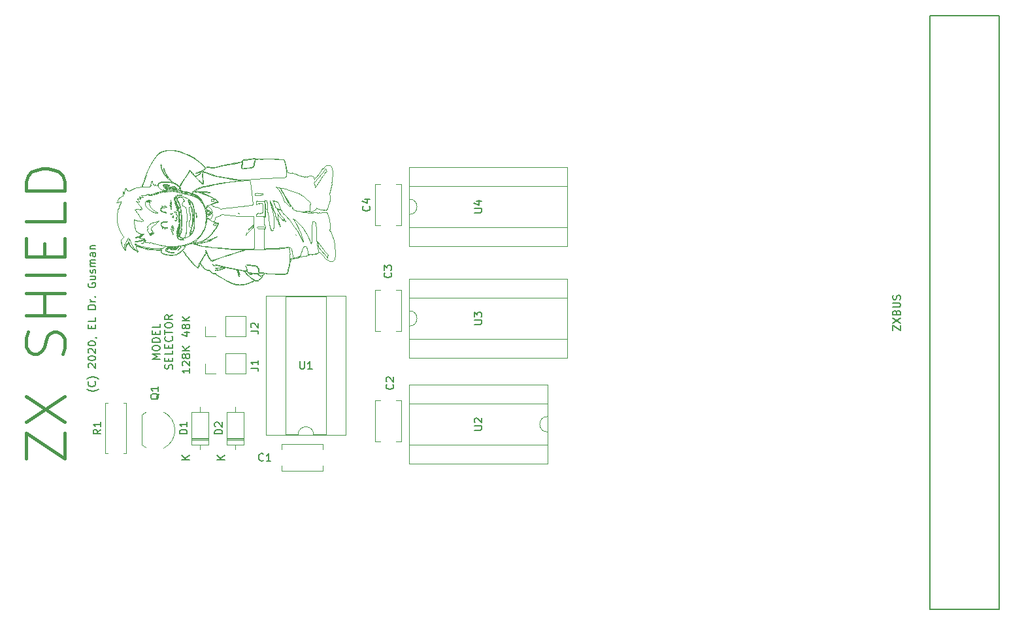
<source format=gbr>
G04 #@! TF.GenerationSoftware,KiCad,Pcbnew,(5.1.4)-1*
G04 #@! TF.CreationDate,2020-02-14T01:18:51+01:00*
G04 #@! TF.ProjectId,ZXShield,5a585368-6965-46c6-942e-6b696361645f,rev?*
G04 #@! TF.SameCoordinates,Original*
G04 #@! TF.FileFunction,Legend,Top*
G04 #@! TF.FilePolarity,Positive*
%FSLAX46Y46*%
G04 Gerber Fmt 4.6, Leading zero omitted, Abs format (unit mm)*
G04 Created by KiCad (PCBNEW (5.1.4)-1) date 2020-02-14 01:18:51*
%MOMM*%
%LPD*%
G04 APERTURE LIST*
%ADD10C,0.150000*%
%ADD11C,0.400000*%
%ADD12C,0.030000*%
%ADD13C,0.120000*%
G04 APERTURE END LIST*
D10*
X131453380Y-98226285D02*
X130453380Y-98226285D01*
X131167666Y-97892952D01*
X130453380Y-97559619D01*
X131453380Y-97559619D01*
X130453380Y-96892952D02*
X130453380Y-96702476D01*
X130501000Y-96607238D01*
X130596238Y-96512000D01*
X130786714Y-96464380D01*
X131120047Y-96464380D01*
X131310523Y-96512000D01*
X131405761Y-96607238D01*
X131453380Y-96702476D01*
X131453380Y-96892952D01*
X131405761Y-96988190D01*
X131310523Y-97083428D01*
X131120047Y-97131047D01*
X130786714Y-97131047D01*
X130596238Y-97083428D01*
X130501000Y-96988190D01*
X130453380Y-96892952D01*
X131453380Y-96035809D02*
X130453380Y-96035809D01*
X130453380Y-95797714D01*
X130501000Y-95654857D01*
X130596238Y-95559619D01*
X130691476Y-95512000D01*
X130881952Y-95464380D01*
X131024809Y-95464380D01*
X131215285Y-95512000D01*
X131310523Y-95559619D01*
X131405761Y-95654857D01*
X131453380Y-95797714D01*
X131453380Y-96035809D01*
X130929571Y-95035809D02*
X130929571Y-94702476D01*
X131453380Y-94559619D02*
X131453380Y-95035809D01*
X130453380Y-95035809D01*
X130453380Y-94559619D01*
X131453380Y-93654857D02*
X131453380Y-94131047D01*
X130453380Y-94131047D01*
X133055761Y-99512000D02*
X133103380Y-99369142D01*
X133103380Y-99131047D01*
X133055761Y-99035809D01*
X133008142Y-98988190D01*
X132912904Y-98940571D01*
X132817666Y-98940571D01*
X132722428Y-98988190D01*
X132674809Y-99035809D01*
X132627190Y-99131047D01*
X132579571Y-99321523D01*
X132531952Y-99416761D01*
X132484333Y-99464380D01*
X132389095Y-99512000D01*
X132293857Y-99512000D01*
X132198619Y-99464380D01*
X132151000Y-99416761D01*
X132103380Y-99321523D01*
X132103380Y-99083428D01*
X132151000Y-98940571D01*
X132579571Y-98512000D02*
X132579571Y-98178666D01*
X133103380Y-98035809D02*
X133103380Y-98512000D01*
X132103380Y-98512000D01*
X132103380Y-98035809D01*
X133103380Y-97131047D02*
X133103380Y-97607238D01*
X132103380Y-97607238D01*
X132579571Y-96797714D02*
X132579571Y-96464380D01*
X133103380Y-96321523D02*
X133103380Y-96797714D01*
X132103380Y-96797714D01*
X132103380Y-96321523D01*
X133008142Y-95321523D02*
X133055761Y-95369142D01*
X133103380Y-95512000D01*
X133103380Y-95607238D01*
X133055761Y-95750095D01*
X132960523Y-95845333D01*
X132865285Y-95892952D01*
X132674809Y-95940571D01*
X132531952Y-95940571D01*
X132341476Y-95892952D01*
X132246238Y-95845333D01*
X132151000Y-95750095D01*
X132103380Y-95607238D01*
X132103380Y-95512000D01*
X132151000Y-95369142D01*
X132198619Y-95321523D01*
X132103380Y-95035809D02*
X132103380Y-94464380D01*
X133103380Y-94750095D02*
X132103380Y-94750095D01*
X132103380Y-93940571D02*
X132103380Y-93750095D01*
X132151000Y-93654857D01*
X132246238Y-93559619D01*
X132436714Y-93512000D01*
X132770047Y-93512000D01*
X132960523Y-93559619D01*
X133055761Y-93654857D01*
X133103380Y-93750095D01*
X133103380Y-93940571D01*
X133055761Y-94035809D01*
X132960523Y-94131047D01*
X132770047Y-94178666D01*
X132436714Y-94178666D01*
X132246238Y-94131047D01*
X132151000Y-94035809D01*
X132103380Y-93940571D01*
X133103380Y-92512000D02*
X132627190Y-92845333D01*
X133103380Y-93083428D02*
X132103380Y-93083428D01*
X132103380Y-92702476D01*
X132151000Y-92607238D01*
X132198619Y-92559619D01*
X132293857Y-92512000D01*
X132436714Y-92512000D01*
X132531952Y-92559619D01*
X132579571Y-92607238D01*
X132627190Y-92702476D01*
X132627190Y-93083428D01*
X134659714Y-94765714D02*
X135326380Y-94765714D01*
X134278761Y-95003809D02*
X134993047Y-95241904D01*
X134993047Y-94622857D01*
X134754952Y-94099047D02*
X134707333Y-94194285D01*
X134659714Y-94241904D01*
X134564476Y-94289523D01*
X134516857Y-94289523D01*
X134421619Y-94241904D01*
X134374000Y-94194285D01*
X134326380Y-94099047D01*
X134326380Y-93908571D01*
X134374000Y-93813333D01*
X134421619Y-93765714D01*
X134516857Y-93718095D01*
X134564476Y-93718095D01*
X134659714Y-93765714D01*
X134707333Y-93813333D01*
X134754952Y-93908571D01*
X134754952Y-94099047D01*
X134802571Y-94194285D01*
X134850190Y-94241904D01*
X134945428Y-94289523D01*
X135135904Y-94289523D01*
X135231142Y-94241904D01*
X135278761Y-94194285D01*
X135326380Y-94099047D01*
X135326380Y-93908571D01*
X135278761Y-93813333D01*
X135231142Y-93765714D01*
X135135904Y-93718095D01*
X134945428Y-93718095D01*
X134850190Y-93765714D01*
X134802571Y-93813333D01*
X134754952Y-93908571D01*
X135326380Y-93289523D02*
X134326380Y-93289523D01*
X135326380Y-92718095D02*
X134754952Y-93146666D01*
X134326380Y-92718095D02*
X134897809Y-93289523D01*
X135326380Y-99464666D02*
X135326380Y-100036095D01*
X135326380Y-99750380D02*
X134326380Y-99750380D01*
X134469238Y-99845619D01*
X134564476Y-99940857D01*
X134612095Y-100036095D01*
X134421619Y-99083714D02*
X134374000Y-99036095D01*
X134326380Y-98940857D01*
X134326380Y-98702761D01*
X134374000Y-98607523D01*
X134421619Y-98559904D01*
X134516857Y-98512285D01*
X134612095Y-98512285D01*
X134754952Y-98559904D01*
X135326380Y-99131333D01*
X135326380Y-98512285D01*
X134754952Y-97940857D02*
X134707333Y-98036095D01*
X134659714Y-98083714D01*
X134564476Y-98131333D01*
X134516857Y-98131333D01*
X134421619Y-98083714D01*
X134374000Y-98036095D01*
X134326380Y-97940857D01*
X134326380Y-97750380D01*
X134374000Y-97655142D01*
X134421619Y-97607523D01*
X134516857Y-97559904D01*
X134564476Y-97559904D01*
X134659714Y-97607523D01*
X134707333Y-97655142D01*
X134754952Y-97750380D01*
X134754952Y-97940857D01*
X134802571Y-98036095D01*
X134850190Y-98083714D01*
X134945428Y-98131333D01*
X135135904Y-98131333D01*
X135231142Y-98083714D01*
X135278761Y-98036095D01*
X135326380Y-97940857D01*
X135326380Y-97750380D01*
X135278761Y-97655142D01*
X135231142Y-97607523D01*
X135135904Y-97559904D01*
X134945428Y-97559904D01*
X134850190Y-97607523D01*
X134802571Y-97655142D01*
X134754952Y-97750380D01*
X135326380Y-97131333D02*
X134326380Y-97131333D01*
X135326380Y-96559904D02*
X134754952Y-96988476D01*
X134326380Y-96559904D02*
X134897809Y-97131333D01*
X123515333Y-102106857D02*
X123467714Y-102154476D01*
X123324857Y-102249714D01*
X123229619Y-102297333D01*
X123086761Y-102344952D01*
X122848666Y-102392571D01*
X122658190Y-102392571D01*
X122420095Y-102344952D01*
X122277238Y-102297333D01*
X122182000Y-102249714D01*
X122039142Y-102154476D01*
X121991523Y-102106857D01*
X123039142Y-101154476D02*
X123086761Y-101202095D01*
X123134380Y-101344952D01*
X123134380Y-101440190D01*
X123086761Y-101583047D01*
X122991523Y-101678285D01*
X122896285Y-101725904D01*
X122705809Y-101773523D01*
X122562952Y-101773523D01*
X122372476Y-101725904D01*
X122277238Y-101678285D01*
X122182000Y-101583047D01*
X122134380Y-101440190D01*
X122134380Y-101344952D01*
X122182000Y-101202095D01*
X122229619Y-101154476D01*
X123515333Y-100821142D02*
X123467714Y-100773523D01*
X123324857Y-100678285D01*
X123229619Y-100630666D01*
X123086761Y-100583047D01*
X122848666Y-100535428D01*
X122658190Y-100535428D01*
X122420095Y-100583047D01*
X122277238Y-100630666D01*
X122182000Y-100678285D01*
X122039142Y-100773523D01*
X121991523Y-100821142D01*
X122229619Y-99344952D02*
X122182000Y-99297333D01*
X122134380Y-99202095D01*
X122134380Y-98964000D01*
X122182000Y-98868761D01*
X122229619Y-98821142D01*
X122324857Y-98773523D01*
X122420095Y-98773523D01*
X122562952Y-98821142D01*
X123134380Y-99392571D01*
X123134380Y-98773523D01*
X122134380Y-98154476D02*
X122134380Y-98059238D01*
X122182000Y-97964000D01*
X122229619Y-97916380D01*
X122324857Y-97868761D01*
X122515333Y-97821142D01*
X122753428Y-97821142D01*
X122943904Y-97868761D01*
X123039142Y-97916380D01*
X123086761Y-97964000D01*
X123134380Y-98059238D01*
X123134380Y-98154476D01*
X123086761Y-98249714D01*
X123039142Y-98297333D01*
X122943904Y-98344952D01*
X122753428Y-98392571D01*
X122515333Y-98392571D01*
X122324857Y-98344952D01*
X122229619Y-98297333D01*
X122182000Y-98249714D01*
X122134380Y-98154476D01*
X122229619Y-97440190D02*
X122182000Y-97392571D01*
X122134380Y-97297333D01*
X122134380Y-97059238D01*
X122182000Y-96964000D01*
X122229619Y-96916380D01*
X122324857Y-96868761D01*
X122420095Y-96868761D01*
X122562952Y-96916380D01*
X123134380Y-97487809D01*
X123134380Y-96868761D01*
X122134380Y-96249714D02*
X122134380Y-96154476D01*
X122182000Y-96059238D01*
X122229619Y-96011619D01*
X122324857Y-95964000D01*
X122515333Y-95916380D01*
X122753428Y-95916380D01*
X122943904Y-95964000D01*
X123039142Y-96011619D01*
X123086761Y-96059238D01*
X123134380Y-96154476D01*
X123134380Y-96249714D01*
X123086761Y-96344952D01*
X123039142Y-96392571D01*
X122943904Y-96440190D01*
X122753428Y-96487809D01*
X122515333Y-96487809D01*
X122324857Y-96440190D01*
X122229619Y-96392571D01*
X122182000Y-96344952D01*
X122134380Y-96249714D01*
X123086761Y-95440190D02*
X123134380Y-95440190D01*
X123229619Y-95487809D01*
X123277238Y-95535428D01*
X122610571Y-94249714D02*
X122610571Y-93916380D01*
X123134380Y-93773523D02*
X123134380Y-94249714D01*
X122134380Y-94249714D01*
X122134380Y-93773523D01*
X123134380Y-92868761D02*
X123134380Y-93344952D01*
X122134380Y-93344952D01*
X123134380Y-91773523D02*
X122134380Y-91773523D01*
X122134380Y-91535428D01*
X122182000Y-91392571D01*
X122277238Y-91297333D01*
X122372476Y-91249714D01*
X122562952Y-91202095D01*
X122705809Y-91202095D01*
X122896285Y-91249714D01*
X122991523Y-91297333D01*
X123086761Y-91392571D01*
X123134380Y-91535428D01*
X123134380Y-91773523D01*
X123134380Y-90773523D02*
X122467714Y-90773523D01*
X122658190Y-90773523D02*
X122562952Y-90725904D01*
X122515333Y-90678285D01*
X122467714Y-90583047D01*
X122467714Y-90487809D01*
X123039142Y-90154476D02*
X123086761Y-90106857D01*
X123134380Y-90154476D01*
X123086761Y-90202095D01*
X123039142Y-90154476D01*
X123134380Y-90154476D01*
X122182000Y-88392571D02*
X122134380Y-88487809D01*
X122134380Y-88630666D01*
X122182000Y-88773523D01*
X122277238Y-88868761D01*
X122372476Y-88916380D01*
X122562952Y-88964000D01*
X122705809Y-88964000D01*
X122896285Y-88916380D01*
X122991523Y-88868761D01*
X123086761Y-88773523D01*
X123134380Y-88630666D01*
X123134380Y-88535428D01*
X123086761Y-88392571D01*
X123039142Y-88344952D01*
X122705809Y-88344952D01*
X122705809Y-88535428D01*
X122467714Y-87487809D02*
X123134380Y-87487809D01*
X122467714Y-87916380D02*
X122991523Y-87916380D01*
X123086761Y-87868761D01*
X123134380Y-87773523D01*
X123134380Y-87630666D01*
X123086761Y-87535428D01*
X123039142Y-87487809D01*
X123086761Y-87059238D02*
X123134380Y-86964000D01*
X123134380Y-86773523D01*
X123086761Y-86678285D01*
X122991523Y-86630666D01*
X122943904Y-86630666D01*
X122848666Y-86678285D01*
X122801047Y-86773523D01*
X122801047Y-86916380D01*
X122753428Y-87011619D01*
X122658190Y-87059238D01*
X122610571Y-87059238D01*
X122515333Y-87011619D01*
X122467714Y-86916380D01*
X122467714Y-86773523D01*
X122515333Y-86678285D01*
X123134380Y-86202095D02*
X122467714Y-86202095D01*
X122562952Y-86202095D02*
X122515333Y-86154476D01*
X122467714Y-86059238D01*
X122467714Y-85916380D01*
X122515333Y-85821142D01*
X122610571Y-85773523D01*
X123134380Y-85773523D01*
X122610571Y-85773523D02*
X122515333Y-85725904D01*
X122467714Y-85630666D01*
X122467714Y-85487809D01*
X122515333Y-85392571D01*
X122610571Y-85344952D01*
X123134380Y-85344952D01*
X123134380Y-84440190D02*
X122610571Y-84440190D01*
X122515333Y-84487809D01*
X122467714Y-84583047D01*
X122467714Y-84773523D01*
X122515333Y-84868761D01*
X123086761Y-84440190D02*
X123134380Y-84535428D01*
X123134380Y-84773523D01*
X123086761Y-84868761D01*
X122991523Y-84916380D01*
X122896285Y-84916380D01*
X122801047Y-84868761D01*
X122753428Y-84773523D01*
X122753428Y-84535428D01*
X122705809Y-84440190D01*
X122467714Y-83964000D02*
X123134380Y-83964000D01*
X122562952Y-83964000D02*
X122515333Y-83916380D01*
X122467714Y-83821142D01*
X122467714Y-83678285D01*
X122515333Y-83583047D01*
X122610571Y-83535428D01*
X123134380Y-83535428D01*
D11*
X114101904Y-111130571D02*
X114101904Y-107797238D01*
X119101904Y-111130571D01*
X119101904Y-107797238D01*
X114101904Y-106368666D02*
X119101904Y-103035333D01*
X114101904Y-103035333D02*
X119101904Y-106368666D01*
X118863809Y-97559142D02*
X119101904Y-96844857D01*
X119101904Y-95654380D01*
X118863809Y-95178190D01*
X118625714Y-94940095D01*
X118149523Y-94702000D01*
X117673333Y-94702000D01*
X117197142Y-94940095D01*
X116959047Y-95178190D01*
X116720952Y-95654380D01*
X116482857Y-96606761D01*
X116244761Y-97082952D01*
X116006666Y-97321047D01*
X115530476Y-97559142D01*
X115054285Y-97559142D01*
X114578095Y-97321047D01*
X114340000Y-97082952D01*
X114101904Y-96606761D01*
X114101904Y-95416285D01*
X114340000Y-94702000D01*
X119101904Y-92559142D02*
X114101904Y-92559142D01*
X116482857Y-92559142D02*
X116482857Y-89702000D01*
X119101904Y-89702000D02*
X114101904Y-89702000D01*
X119101904Y-87321047D02*
X114101904Y-87321047D01*
X116482857Y-84940095D02*
X116482857Y-83273428D01*
X119101904Y-82559142D02*
X119101904Y-84940095D01*
X114101904Y-84940095D01*
X114101904Y-82559142D01*
X119101904Y-78035333D02*
X119101904Y-80416285D01*
X114101904Y-80416285D01*
X119101904Y-76368666D02*
X114101904Y-76368666D01*
X114101904Y-75178190D01*
X114340000Y-74463904D01*
X114816190Y-73987714D01*
X115292380Y-73749619D01*
X116244761Y-73511523D01*
X116959047Y-73511523D01*
X117911428Y-73749619D01*
X118387619Y-73987714D01*
X118863809Y-74463904D01*
X119101904Y-75178190D01*
X119101904Y-76368666D01*
D12*
X135171515Y-71766727D02*
X135098129Y-71733478D01*
X135345022Y-71852991D02*
X135171515Y-71766727D01*
X134083781Y-71345534D02*
X133791515Y-71261445D01*
X134653721Y-71539877D02*
X134381334Y-71441875D01*
X134866271Y-71628280D02*
X134653721Y-71539877D01*
X135098129Y-71733478D02*
X135013787Y-71695235D01*
X135649837Y-72021354D02*
X135345022Y-71852991D01*
X134931792Y-71658034D02*
X134866271Y-71628280D01*
X133791515Y-71261445D02*
X133553301Y-71201854D01*
X133213723Y-71163097D02*
X132876515Y-71160015D01*
X132246409Y-71190836D02*
G75*
G02X132389124Y-71171362I260582J-1377032D01*
G01*
X132876515Y-71160015D02*
X132571961Y-71162240D01*
X132571961Y-71162240D02*
X132389124Y-71171362D01*
X133213723Y-71163097D02*
G75*
G02X133393365Y-71174591I-33666J-1935757D01*
G01*
X132246409Y-71190835D02*
X132094430Y-71226024D01*
X129782707Y-73939864D02*
X129546012Y-74524021D01*
X131727417Y-71347717D02*
G75*
G02X132094430Y-71226024I1349695J-3456260D01*
G01*
X134381334Y-71441875D02*
X134083781Y-71345534D01*
X130042252Y-73379000D02*
X129782707Y-73939864D01*
X130266569Y-72947580D02*
X130042252Y-73379000D01*
X130484934Y-72575597D02*
X130266569Y-72947580D01*
X130709669Y-72242730D02*
X130484934Y-72575597D01*
X135013787Y-71695235D02*
X134931792Y-71658034D01*
X130952941Y-71929788D02*
X130709669Y-72242730D01*
X130952941Y-71929789D02*
G75*
G02X131193476Y-71677444I2014127J-1679055D01*
G01*
X131193476Y-71677444D02*
G75*
G02X131439883Y-71491033I1099580J-1197416D01*
G01*
X133393366Y-71174590D02*
G75*
G02X133553301Y-71201854I-153022J-1380414D01*
G01*
X131439882Y-71491033D02*
G75*
G02X131727417Y-71347717I936974J-1519751D01*
G01*
X138279039Y-73395448D02*
G75*
G02X138117543Y-73405695I-134218J837557D01*
G01*
X143133834Y-72269090D02*
X142649804Y-72322169D01*
X136357016Y-72469975D02*
X136116689Y-72297586D01*
X147896805Y-73960920D02*
G75*
G02X147873792Y-73827166I613590J174428D01*
G01*
X143557822Y-72230765D02*
X143133834Y-72269090D01*
X137741128Y-73309580D02*
G75*
G02X137867011Y-73328509I-19001J-554391D01*
G01*
X143814829Y-72313858D02*
G75*
G02X143811515Y-72284572I127732J29286D01*
G01*
X142055709Y-72615926D02*
X141925820Y-72640979D01*
X147607154Y-72500802D02*
G75*
G02X147707574Y-72767253I-2116406J-949784D01*
G01*
X149329259Y-74361834D02*
X149031515Y-74241741D01*
X143879016Y-72330248D02*
G75*
G02X144426944Y-72257969I693047J-3140781D01*
G01*
X138117544Y-73405695D02*
G75*
G02X137997022Y-73376506I9773J303767D01*
G01*
X142212071Y-72444485D02*
G75*
G02X142374343Y-72376363I335307J-571392D01*
G01*
X147527027Y-72322258D02*
X147326771Y-72303488D01*
X143825529Y-72329476D02*
G75*
G02X143814830Y-72313858I14474J21389D01*
G01*
X142118279Y-72568601D02*
G75*
G02X142103279Y-72592391I-157162J82476D01*
G01*
X136810571Y-72849663D02*
X136585820Y-72651918D01*
X137391009Y-73423301D02*
X137038762Y-73069537D01*
X140274318Y-72950760D02*
X139916859Y-73023574D01*
X142374343Y-72376363D02*
G75*
G02X142649804Y-72322169I524254J-1937564D01*
G01*
X149031515Y-74241741D02*
X148839888Y-74163316D01*
X138555221Y-73340672D02*
X138279040Y-73395448D01*
X148579303Y-74100229D02*
X148371515Y-74082015D01*
X142055709Y-72615925D02*
G75*
G02X142075981Y-72614000I20272J-105749D01*
G01*
X146418159Y-72245885D02*
X145381519Y-72232716D01*
X139546687Y-73104067D02*
X139221515Y-73180280D01*
X141602738Y-72705844D02*
X141389333Y-72748226D01*
X140818838Y-72853591D02*
X140556515Y-72899139D01*
X147707573Y-72767253D02*
G75*
G02X147782501Y-73062297I-2892361J-891561D01*
G01*
X148371515Y-74082015D02*
X148057554Y-74056129D01*
X141111343Y-72800510D02*
X140818838Y-72853591D01*
X143713453Y-72225841D02*
G75*
G02X143785009Y-72242745I-4045J-177023D01*
G01*
X149626843Y-74464940D02*
X149329259Y-74361834D01*
X142130969Y-72540438D02*
G75*
G02X142212071Y-72444485I176872J-67246D01*
G01*
X143845214Y-72334906D02*
G75*
G02X143825529Y-72329476I-1805J31851D01*
G01*
X136585820Y-72651918D02*
X136357016Y-72469975D01*
X137867011Y-73328509D02*
G75*
G02X137997022Y-73376506I-202694J-749120D01*
G01*
X147607153Y-72500802D02*
X147527027Y-72322258D01*
X137622185Y-73320280D02*
G75*
G02X137741128Y-73309580I102402J-471912D01*
G01*
X142130969Y-72540437D02*
G75*
G02X142118280Y-72568602I-240845J91569D01*
G01*
X141775711Y-72670644D02*
X141602738Y-72705844D01*
X139221515Y-73180280D02*
X138555221Y-73340672D01*
X142103279Y-72592391D02*
G75*
G02X142088247Y-72609163I-101663J75993D01*
G01*
X147836618Y-73407292D02*
X147782501Y-73062297D01*
X140556515Y-72899139D02*
X140274318Y-72950760D01*
X141925820Y-72640979D02*
X141775711Y-72670644D01*
X145381519Y-72232716D02*
X144426944Y-72257969D01*
X148057554Y-74056129D02*
G75*
G02X147948853Y-74024334I28909J300548D01*
G01*
X148579304Y-74100229D02*
G75*
G02X148711841Y-74123231I-108781J-1020146D01*
G01*
X148711841Y-74123231D02*
G75*
G02X148839888Y-74163316I-239479J-989543D01*
G01*
X137512639Y-73359905D02*
G75*
G02X137622184Y-73320279I202411J-388333D01*
G01*
X142088247Y-72609163D02*
G75*
G02X142075981Y-72614000I-12266J13135D01*
G01*
X137512639Y-73359904D02*
X137391009Y-73423301D01*
X141389333Y-72748226D02*
X141111343Y-72800510D01*
X139916859Y-73023574D02*
X139546687Y-73104067D01*
X143557822Y-72230766D02*
G75*
G02X143713453Y-72225841I122971J-1424600D01*
G01*
X136116689Y-72297586D02*
X135952252Y-72194048D01*
X137038762Y-73069537D02*
X136810571Y-72849663D01*
X147873792Y-73827166D02*
X147836618Y-73407292D01*
X147326771Y-72303488D02*
X146418159Y-72245885D01*
X143785009Y-72242745D02*
G75*
G02X143811515Y-72284572I-19749J-41827D01*
G01*
X143879016Y-72330249D02*
G75*
G02X143845215Y-72334906I-45848J207772D01*
G01*
X147948853Y-74024334D02*
G75*
G02X147896805Y-73960919I46868J91534D01*
G01*
X135952252Y-72194048D02*
X135649837Y-72021354D01*
X143828485Y-72430837D02*
G75*
G02X143889956Y-72386475I88854J-58354D01*
G01*
X144427285Y-72313125D02*
X145162553Y-72294149D01*
X144052198Y-72351294D02*
G75*
G02X144427285Y-72313125I480173J-2856588D01*
G01*
X143889956Y-72386474D02*
G75*
G02X144052199Y-72351294I455130J-1707223D01*
G01*
X145162553Y-72294149D02*
X145958166Y-72291842D01*
X143207204Y-73421654D02*
X143490392Y-73361844D01*
X138302167Y-73445541D02*
G75*
G02X138088043Y-73472118I-335193J1824708D01*
G01*
X142253608Y-73547955D02*
X142491515Y-73524847D01*
X140560913Y-72956491D02*
X140929285Y-72890610D01*
X136382049Y-72557966D02*
X136620453Y-72750784D01*
X137278241Y-73591554D02*
X137429249Y-73470435D01*
X137164904Y-73685627D02*
X137278241Y-73591554D01*
X137271840Y-73493698D02*
X137215948Y-73554427D01*
X139761515Y-73112880D02*
X139939055Y-73071902D01*
X143789088Y-72518885D02*
G75*
G02X143828484Y-72430837I291856J-77751D01*
G01*
X137429250Y-73470435D02*
G75*
G02X137548196Y-73402780I349417J-475935D01*
G01*
X143688056Y-72905768D02*
X143789088Y-72518884D01*
X143649640Y-73049488D02*
X143688056Y-72905768D01*
X143611830Y-73177817D02*
X143649640Y-73049488D01*
X142014315Y-73301489D02*
G75*
G02X142024860Y-73118314I1860999J-15238D01*
G01*
X143577615Y-73284237D02*
G75*
G02X143560359Y-73316860I-106248J35324D01*
G01*
X143560359Y-73316860D02*
G75*
G02X143490392Y-73361844I-97122J74154D01*
G01*
X142049015Y-73519595D02*
G75*
G02X142020465Y-73448582I104483J83252D01*
G01*
X142020465Y-73448582D02*
G75*
G02X142014316Y-73301489I1467586J135026D01*
G01*
X137125769Y-73688161D02*
G75*
G02X137120931Y-73658313I10105J16954D01*
G01*
X142068538Y-72826874D02*
X142053974Y-72914000D01*
X141689247Y-72743503D02*
X141836770Y-72714086D01*
X140929285Y-72890610D02*
X141330918Y-72815066D01*
X139939055Y-73071902D02*
X140112797Y-73034094D01*
X137215948Y-73554427D02*
X137120931Y-73658313D01*
X137288057Y-73431087D02*
G75*
G02X137289708Y-73461197I-41462J-17373D01*
G01*
X137961136Y-73419256D02*
G75*
G02X137990617Y-73438187I-42201J-98139D01*
G01*
X137289709Y-73461197D02*
G75*
G02X137271840Y-73493698I-83198J24579D01*
G01*
X137790304Y-73374449D02*
G75*
G02X137851246Y-73384612I-76754J-648060D01*
G01*
X137151140Y-73247483D02*
G75*
G02X137265132Y-73387941I-631020J-628607D01*
G01*
X140112797Y-73034094D02*
X140262336Y-73003533D01*
X138302167Y-73445541D02*
X138699483Y-73362742D01*
X138088043Y-73472118D02*
G75*
G02X137990617Y-73438187I-8635J132043D01*
G01*
X137851246Y-73384612D02*
G75*
G02X137910790Y-73400473I-136246J-631180D01*
G01*
X137164903Y-73685627D02*
G75*
G02X137125769Y-73688162I-21411J27201D01*
G01*
X142086443Y-72687351D02*
X142079037Y-72751490D01*
X136898271Y-73001862D02*
X137151140Y-73247483D01*
X140262336Y-73003533D02*
X140346515Y-72989566D01*
X137548196Y-73402780D02*
G75*
G02X137661350Y-73373570I154286J-363899D01*
G01*
X135637754Y-72072100D02*
G75*
G02X136382049Y-72557966I-3277714J-5834131D01*
G01*
X142868002Y-73478701D02*
X143207204Y-73421654D01*
X140346515Y-72989566D02*
X140560913Y-72956491D01*
X143577614Y-73284237D02*
X143611830Y-73177817D01*
X141836770Y-72714086D02*
X141962793Y-72691285D01*
X142491515Y-73524847D02*
X142868002Y-73478701D01*
X136620453Y-72750784D02*
X136898271Y-73001862D01*
X134795334Y-71659677D02*
G75*
G02X135637754Y-72072100I-3218160J-7640016D01*
G01*
X142253608Y-73547956D02*
G75*
G02X142146342Y-73552190I-94850J1041936D01*
G01*
X142146342Y-73552190D02*
G75*
G02X142085777Y-73543756I2876J242327D01*
G01*
X141962793Y-72691285D02*
X142072428Y-72673012D01*
X138699483Y-73362742D02*
X139761515Y-73112880D01*
X137265132Y-73387941D02*
G75*
G02X137288058Y-73431087I-223324J-146327D01*
G01*
X132027570Y-71300336D02*
G75*
G02X132591048Y-71197114I807045J-2815964D01*
G01*
X141330918Y-72815066D02*
X141689247Y-72743503D01*
X142085777Y-73543756D02*
G75*
G02X142049015Y-73519595I18496J68191D01*
G01*
X142053974Y-72914000D02*
X142024860Y-73118314D01*
X142079037Y-72751490D02*
X142068538Y-72826874D01*
X137661349Y-73373570D02*
G75*
G02X137790303Y-73374449I60537J-578558D01*
G01*
X142083016Y-72676732D02*
G75*
G02X142086443Y-72687351I-10165J-9143D01*
G01*
X137910789Y-73400473D02*
G75*
G02X137961136Y-73419256I-166244J-522467D01*
G01*
X142072427Y-72673012D02*
G75*
G02X142083015Y-72676732I1892J-11544D01*
G01*
X133168375Y-71204291D02*
G75*
G02X133942445Y-71357420I-488824J-4504053D01*
G01*
X133942445Y-71357419D02*
G75*
G02X134795334Y-71659676I-2172445J-7484518D01*
G01*
X132591048Y-71197113D02*
G75*
G02X133168375Y-71204291I251269J-3011505D01*
G01*
X128671144Y-82304490D02*
X128797220Y-82244204D01*
X128787908Y-82999781D02*
G75*
G02X128572426Y-83017282I-274838J2048635D01*
G01*
X129219274Y-82731713D02*
X129334966Y-82706291D01*
X128572426Y-83017282D02*
G75*
G02X128376190Y-83009246I-40519J1410469D01*
G01*
X128307958Y-82518095D02*
G75*
G02X128277755Y-82504556I5944J53717D01*
G01*
X128279116Y-82485624D02*
G75*
G02X128342916Y-82450348I241309J-361089D01*
G01*
X129293080Y-82796172D02*
G75*
G02X129216981Y-82857812I-496165J534755D01*
G01*
X128376190Y-83009246D02*
X128166515Y-82985965D01*
X128547968Y-82503493D02*
G75*
G02X128491644Y-82518169I-94722J248098D01*
G01*
X128956777Y-82157376D02*
G75*
G02X128995852Y-82133118I211153J-296538D01*
G01*
X129334965Y-82706291D02*
G75*
G02X129347493Y-82709978I2883J-13332D01*
G01*
X131157631Y-71780562D02*
G75*
G02X131532130Y-71500297I1087887J-1063331D01*
G01*
X129081508Y-82098409D02*
G75*
G02X129113876Y-82094000I32368J-116595D01*
G01*
X129348687Y-82737813D02*
G75*
G02X129293081Y-82796172I-501172J421860D01*
G01*
X129290965Y-75454568D02*
X129672720Y-74330066D01*
X129039637Y-82112617D02*
G75*
G02X129081508Y-82098410I146918J-364194D01*
G01*
X128277755Y-82504555D02*
G75*
G02X128279116Y-82485624I8040J8936D01*
G01*
X129147062Y-83263088D02*
X129095608Y-83262028D01*
X129266140Y-83247352D02*
G75*
G02X129147062Y-83263088I-114295J406489D01*
G01*
X128491644Y-82518169D02*
G75*
G02X128406359Y-82523975I-80204J548868D01*
G01*
X128762432Y-82846825D02*
X128930177Y-82803143D01*
X129095609Y-83262029D02*
G75*
G02X129087555Y-83257296I290J9713D01*
G01*
X129110557Y-82170021D02*
G75*
G02X129023676Y-82240264I-298740J280651D01*
G01*
X129487175Y-82995948D02*
G75*
G02X129435360Y-83114791I-519560J155810D01*
G01*
X128661367Y-82435528D02*
G75*
G02X128580714Y-82454000I-80653J166835D01*
G01*
X129087555Y-83257295D02*
G75*
G02X129089350Y-83250163I4469J2667D01*
G01*
X129441639Y-82981179D02*
G75*
G02X129477475Y-82958988I103124J-126497D01*
G01*
X128592216Y-82889747D02*
X128762432Y-82846825D01*
X129216981Y-82857813D02*
G75*
G02X129134610Y-82907499I-391204J555420D01*
G01*
X129672720Y-74330066D02*
G75*
G02X130132468Y-73300785I10512954J-4078492D01*
G01*
X128555605Y-82462214D02*
G75*
G02X128565622Y-82456054I15685J-14283D01*
G01*
X129281651Y-83113595D02*
X129347799Y-83059022D01*
X128555253Y-82481959D02*
G75*
G02X128547968Y-82503492I-12546J-7754D01*
G01*
X129216268Y-83165006D02*
X129281651Y-83113595D01*
X129477473Y-82958988D02*
G75*
G02X129489830Y-82965990I3625J-8008D01*
G01*
X128845244Y-82341858D02*
X128661367Y-82435528D01*
X129435360Y-83114790D02*
G75*
G02X129362176Y-83198575I-257967J151474D01*
G01*
X129489830Y-82965990D02*
G75*
G02X129487176Y-82995948I-74101J-8532D01*
G01*
X129347799Y-83059022D02*
X129441639Y-82981180D01*
X128342916Y-82450348D02*
X128538588Y-82363970D01*
X128406359Y-82523975D02*
G75*
G02X128307958Y-82518095I8941J975964D01*
G01*
X128555255Y-82481959D02*
G75*
G02X128552151Y-82471341I17686J10932D01*
G01*
X128552150Y-82471340D02*
G75*
G02X128555605Y-82462213I13258J199D01*
G01*
X129023676Y-82240264D02*
X128845244Y-82341858D01*
X129134611Y-82907499D02*
G75*
G02X128988181Y-82961947I-307009J601532D01*
G01*
X129113876Y-82094000D02*
X129181974Y-82094000D01*
X128995852Y-82133118D02*
G75*
G02X129039637Y-82112617I209937J-391375D01*
G01*
X128988180Y-82961947D02*
G75*
G02X128787907Y-82999782I-454354J1856088D01*
G01*
X128441932Y-82926437D02*
X128592216Y-82889747D01*
X129181974Y-82094000D02*
X129110557Y-82170021D01*
X129347494Y-82709978D02*
G75*
G02X129348687Y-82737813I-14568J-14568D01*
G01*
X128166515Y-82985965D02*
X128346515Y-82947963D01*
X131532129Y-71500297D02*
G75*
G02X132027569Y-71300336I1201035J-2262028D01*
G01*
X130132468Y-73300785D02*
G75*
G02X130637987Y-72427519I8232618J-4182772D01*
G01*
X130637987Y-72427519D02*
G75*
G02X131157630Y-71780562I3574309J-2338756D01*
G01*
X129159343Y-83207612D02*
X129216268Y-83165006D01*
X129089350Y-83250163D02*
X129126515Y-83228662D01*
X129159343Y-83207612D02*
G75*
G02X129126515Y-83228662I-189318J259118D01*
G01*
X128797220Y-82244204D02*
X128903159Y-82190297D01*
X128346515Y-82947963D02*
X128441932Y-82926437D01*
X129362176Y-83198575D02*
G75*
G02X129266141Y-83247352I-170946J217642D01*
G01*
X128538588Y-82363970D02*
X128671144Y-82304490D01*
X128565622Y-82456053D02*
G75*
G02X128580714Y-82454000I15092J-54436D01*
G01*
X128956776Y-82157375D02*
G75*
G02X128903159Y-82190297I-268110J376525D01*
G01*
X128310562Y-83444000D02*
G75*
G02X128333695Y-83448052I0J-68067D01*
G01*
X128598766Y-81826251D02*
X128514171Y-81762666D01*
X128410917Y-83345374D02*
X128535235Y-83395950D01*
X128535235Y-83395950D02*
X129206080Y-83648625D01*
X128468229Y-83497036D02*
X128333695Y-83448052D01*
X128802748Y-83624546D02*
X128623981Y-83555352D01*
X128992724Y-83696922D02*
X128802748Y-83624546D01*
X130942843Y-84000579D02*
X130325218Y-83951690D01*
X128846390Y-82425221D02*
X128904032Y-82395859D01*
X131603376Y-83983595D02*
G75*
G02X131558676Y-84003437I-69135J95478D01*
G01*
X129724971Y-83787939D02*
G75*
G02X129206080Y-83648625I756762J3854620D01*
G01*
X128371543Y-81621818D02*
G75*
G02X128323076Y-81550571I317475J268074D01*
G01*
X131682869Y-83879000D02*
X131638742Y-83946500D01*
X130989692Y-83877822D02*
X131682869Y-83879000D01*
X128514171Y-81762666D02*
G75*
G02X128448218Y-81704333I545291J682969D01*
G01*
X128303567Y-83302761D02*
X128410917Y-83345374D01*
X130261229Y-83855932D02*
X130989692Y-83877822D01*
X128121515Y-80120923D02*
X128309015Y-80219544D01*
X129043669Y-82015102D02*
G75*
G02X128954122Y-82002347I36272J575368D01*
G01*
X131558676Y-84003438D02*
G75*
G02X131484255Y-84012089I-83556J394330D01*
G01*
X128194336Y-81104275D02*
X128157781Y-80881094D01*
X128135228Y-80648399D02*
X128125310Y-80394962D01*
X128687540Y-81885199D02*
X128598766Y-81826251D01*
X128797621Y-82452918D02*
X128846390Y-82425221D01*
X129449860Y-83849506D02*
X129348987Y-83821101D01*
X130325218Y-83951690D02*
X129708691Y-83893260D01*
X129059188Y-82299595D02*
X129146366Y-82234358D01*
X129388432Y-82019000D02*
X129167474Y-82019000D01*
X129708691Y-83893260D02*
G75*
G02X129449860Y-83849506I200852J1975596D01*
G01*
X129085910Y-82763177D02*
X129219274Y-82731713D01*
X131320565Y-84013920D02*
X130942843Y-84000579D01*
X128185950Y-83293905D02*
G75*
G02X128185835Y-83272937I35321J10679D01*
G01*
X129348987Y-83821101D02*
X129182776Y-83765103D01*
X128870412Y-81976204D02*
X128766515Y-81929333D01*
X129221324Y-82170859D02*
X129388432Y-82019000D01*
X128310562Y-83444000D02*
G75*
G02X128295229Y-83439576I0J28783D01*
G01*
X128448218Y-81704333D02*
G75*
G02X128371543Y-81621819I829561J847736D01*
G01*
X128930177Y-82803143D02*
X129085910Y-82763177D01*
X129182776Y-83765103D02*
X128992724Y-83696922D01*
X131638742Y-83946500D02*
G75*
G02X131603376Y-83983595I-118159J77244D01*
G01*
X128973437Y-82357120D02*
X129059188Y-82299595D01*
X128766516Y-81929332D02*
G75*
G02X128687540Y-81885199I425498J854149D01*
G01*
X128185834Y-83272937D02*
G75*
G02X128197735Y-83264000I11901J-3455D01*
G01*
X128201295Y-83328991D02*
G75*
G02X128185951Y-83293904I139468J81892D01*
G01*
X128274323Y-83424172D02*
G75*
G02X128252105Y-83402337I148023J172833D01*
G01*
X130261228Y-83855933D02*
G75*
G02X129724970Y-83787939I232972J3986146D01*
G01*
X128209817Y-83266261D02*
X128303567Y-83302761D01*
X128323077Y-81550571D02*
G75*
G02X128286265Y-81464445I461082J248001D01*
G01*
X129167474Y-82019000D02*
X129043669Y-82015102D01*
X128973438Y-82357120D02*
G75*
G02X128904032Y-82395859I-380960J600993D01*
G01*
X128286265Y-81464445D02*
X128246340Y-81329000D01*
X128758476Y-82477474D02*
X128797621Y-82452918D01*
X128125310Y-80394962D02*
X128121515Y-80120923D01*
X129146366Y-82234358D02*
X129221324Y-82170859D01*
X128954122Y-82002348D02*
G75*
G02X128870412Y-81976204I115850J518032D01*
G01*
X128246340Y-81329000D02*
X128194336Y-81104275D01*
X128752681Y-82487394D02*
G75*
G02X128758476Y-82477474I12773J-809D01*
G01*
X128231748Y-83376500D02*
X128201295Y-83328991D01*
X128252105Y-83402336D02*
G75*
G02X128231748Y-83376500I211388J187493D01*
G01*
X131484255Y-84012089D02*
X131320565Y-84013920D01*
X128157781Y-80881094D02*
X128135228Y-80648399D01*
X128623981Y-83555352D02*
X128468229Y-83497036D01*
X128197736Y-83264001D02*
G75*
G02X128209817Y-83266261I-1J-33420D01*
G01*
X128295229Y-83439576D02*
G75*
G02X128274323Y-83424172I94558J150222D01*
G01*
X131433460Y-75440487D02*
G75*
G02X131496559Y-75404000I332661J-502482D01*
G01*
X131697263Y-75339127D02*
G75*
G02X131837965Y-75327009I192442J-1411546D01*
G01*
X131496559Y-75404001D02*
G75*
G02X131598285Y-75362018I340474J-680751D01*
G01*
X131598285Y-75362018D02*
G75*
G02X131697263Y-75339127I173848J-526269D01*
G01*
X131837965Y-75327009D02*
X132121327Y-75318823D01*
X130793854Y-75764001D02*
G75*
G02X130778146Y-75758367I-1J24713D01*
G01*
X130813433Y-75735360D02*
G75*
G02X130804534Y-75757554I-111319J31753D01*
G01*
X131136314Y-75794001D02*
G75*
G02X131077188Y-75784101I0J181514D01*
G01*
X130804534Y-75757554D02*
G75*
G02X130793853Y-75764000I-10681J5626D01*
G01*
X131169348Y-75775022D02*
G75*
G02X131165185Y-75785016I-14652J240D01*
G01*
X131809488Y-75256667D02*
G75*
G02X132049836Y-75240731I291112J-2570135D01*
G01*
X130889165Y-75648674D02*
X130821814Y-75569000D01*
X132592782Y-75256042D02*
X132304780Y-75242149D01*
X129358885Y-75883139D02*
X129224006Y-75892027D01*
X130537861Y-75434319D02*
G75*
G02X130503152Y-75319549I670263J265334D01*
G01*
X131077187Y-75784101D02*
G75*
G02X131012410Y-75754261I116492J338114D01*
G01*
X130224587Y-75838026D02*
G75*
G02X130184454Y-75845682I-52137J164269D01*
G01*
X130947824Y-75707959D02*
G75*
G02X130889165Y-75648674I348402J403388D01*
G01*
X131607247Y-75294941D02*
G75*
G02X131809488Y-75256667I358380J-1340215D01*
G01*
X131166153Y-75763414D02*
G75*
G02X131157199Y-75706032I63615J39316D01*
G01*
X130046612Y-75854534D02*
X129882468Y-75862650D01*
X130281515Y-75673104D02*
X130279113Y-75749719D01*
X130337995Y-75380588D02*
G75*
G02X130393777Y-75234474I1493518J-486474D01*
G01*
X130503152Y-75319549D02*
G75*
G02X130491515Y-75209347I515989J110202D01*
G01*
X131318481Y-75436299D02*
G75*
G02X131443095Y-75354791I348823J-397288D01*
G01*
X130592541Y-75545293D02*
G75*
G02X130537861Y-75434319I657186J392777D01*
G01*
X130471004Y-75146992D02*
G75*
G02X130483339Y-75148853I4974J-8838D01*
G01*
X132857576Y-75276871D02*
X132592782Y-75256042D01*
X130393777Y-75234474D02*
G75*
G02X130447648Y-75163060I178218J-78414D01*
G01*
X132962698Y-75268162D02*
G75*
G02X132974490Y-75293734I-63886J-44964D01*
G01*
X130447648Y-75163060D02*
G75*
G02X130471004Y-75146991I100623J-121243D01*
G01*
X130663670Y-75644227D02*
G75*
G02X130592542Y-75545292I547602J468727D01*
G01*
X130821814Y-75569000D02*
X130821665Y-75666500D01*
X132923696Y-75219028D02*
G75*
G02X132962699Y-75268162I-405947J-362292D01*
G01*
X130483339Y-75148854D02*
G75*
G02X130490170Y-75164598I-18203J-17251D01*
G01*
X131153599Y-75791765D02*
G75*
G02X131136314Y-75794000I-17285J65717D01*
G01*
X129200585Y-75899575D02*
G75*
G02X129224006Y-75892027I27014J-43710D01*
G01*
X130295239Y-75540796D02*
G75*
G02X130337995Y-75380588I1500965J-314763D01*
G01*
X132974490Y-75293736D02*
G75*
G02X132966515Y-75300995I-5913J-1514D01*
G01*
X130184454Y-75845682D02*
X130046612Y-75854534D01*
X131166153Y-75763414D02*
G75*
G02X131169348Y-75775022I-18216J-11258D01*
G01*
X131443095Y-75354790D02*
G75*
G02X131607248Y-75294941I419985J-896874D01*
G01*
X130281515Y-75673105D02*
G75*
G02X130295239Y-75540797I644640J1D01*
G01*
X132857576Y-75276871D02*
G75*
G02X132966515Y-75300995I-40319J-440111D01*
G01*
X131370457Y-75486798D02*
G75*
G02X131433460Y-75440488I503052J-618379D01*
G01*
X131315843Y-75536008D02*
G75*
G02X131370457Y-75486797I514292J-515851D01*
G01*
X131279059Y-75580937D02*
G75*
G02X131315842Y-75536008I240358J-159262D01*
G01*
X129182019Y-75892114D02*
G75*
G02X129180956Y-75851725I87029J22498D01*
G01*
X129882468Y-75862650D02*
X129698657Y-75868852D01*
X130821665Y-75666500D02*
G75*
G02X130819601Y-75703860I-348871J533D01*
G01*
X130819600Y-75703860D02*
G75*
G02X130813433Y-75735360I-188988J20649D01*
G01*
X131165185Y-75785015D02*
G75*
G02X131153599Y-75791765I-17974J17534D01*
G01*
X131247441Y-75514752D02*
G75*
G02X131318481Y-75436299I376872J-269871D01*
G01*
X130704956Y-75690109D02*
X130663670Y-75644228D01*
X129207282Y-75743905D02*
X129290965Y-75454568D01*
X131012410Y-75754261D02*
G75*
G02X130947823Y-75707959I223057J379341D01*
G01*
X130778146Y-75758367D02*
X130744201Y-75728817D01*
X129180956Y-75851725D02*
X129207282Y-75743905D01*
X129200586Y-75899576D02*
G75*
G02X129182018Y-75892114I-6535J10573D01*
G01*
X129516813Y-75875041D02*
X129358885Y-75883139D01*
X129698657Y-75868852D02*
X129516813Y-75875041D01*
X130252800Y-75821356D02*
G75*
G02X130224587Y-75838026I-50300J52920D01*
G01*
X130270186Y-75794326D02*
G75*
G02X130252800Y-75821356I-64113J22131D01*
G01*
X130744201Y-75728817D02*
X130704956Y-75690109D01*
X131157199Y-75706031D02*
G75*
G02X131190158Y-75612828I500876J-124693D01*
G01*
X130491515Y-75209347D02*
X130490170Y-75164598D01*
X131190158Y-75612828D02*
G75*
G02X131247441Y-75514752I555476J-258670D01*
G01*
X132304780Y-75242149D02*
X132049836Y-75240731D01*
X130279113Y-75749719D02*
G75*
G02X130270185Y-75794326I-168863J10600D01*
G01*
X131903379Y-73433466D02*
G75*
G02X131910654Y-73412215I20131J4979D01*
G01*
X135370104Y-73765674D02*
G75*
G02X135394653Y-73771663I-871J-56879D01*
G01*
X133742790Y-75634555D02*
X133616686Y-75551365D01*
X134579114Y-74782950D02*
X134227737Y-75366266D01*
X135394653Y-73771662D02*
G75*
G02X135418169Y-73789266I-36792J-73657D01*
G01*
X135208231Y-73872458D02*
X134914101Y-74277317D01*
X136167520Y-74710275D02*
X135872510Y-74368579D01*
X136399609Y-74957496D02*
X136167520Y-74710275D01*
X136942732Y-75430866D02*
X136793579Y-75318382D01*
X132152612Y-74488333D02*
G75*
G02X132008530Y-74295444I1477167J1253650D01*
G01*
X131700997Y-73697543D02*
G75*
G02X131605760Y-73398403I2527671J969457D01*
G01*
X132028717Y-73859273D02*
X132148326Y-74138806D01*
X135208231Y-73872458D02*
G75*
G02X135343803Y-73770342I246065J-185630D01*
G01*
X136981833Y-75209848D02*
X136989460Y-75319438D01*
X131903379Y-73433466D02*
X131943910Y-73593182D01*
X131612305Y-73200697D02*
X131539645Y-72929000D01*
X132008530Y-74295444D02*
G75*
G02X131837183Y-74001511I2760283J1806010D01*
G01*
X132092422Y-74296480D02*
G75*
G02X131902519Y-73978706I2332362J1609458D01*
G01*
X132502874Y-74598034D02*
G75*
G02X132289423Y-74259850I3676241J2556773D01*
G01*
X135343803Y-73770342D02*
G75*
G02X135370104Y-73765674I25223J-65687D01*
G01*
X132482791Y-74720793D02*
G75*
G02X132472389Y-74728040I-6509J-1746D01*
G01*
X132412247Y-74677148D02*
X132317954Y-74578612D01*
X131910654Y-73412216D02*
G75*
G02X131925452Y-73416542I5862J-7419D01*
G01*
X133742790Y-75634555D02*
G75*
G02X133851130Y-75722221I-750779J-1038608D01*
G01*
X136993976Y-75412898D02*
G75*
G02X136988460Y-75427056I-18874J-800D01*
G01*
X132862540Y-75153262D02*
X132923695Y-75219028D01*
X133341516Y-75416464D02*
G75*
G02X133202781Y-75347329I292992J761719D01*
G01*
X132915930Y-75106435D02*
X132744600Y-74913995D01*
X132796961Y-75088421D02*
X132862540Y-75153262D01*
X132735576Y-75033721D02*
X132796961Y-75088421D01*
X134914101Y-74277317D02*
X134579114Y-74782950D01*
X135594846Y-74030788D02*
G75*
G02X135441515Y-73819150I2063238J1656180D01*
G01*
X132682871Y-74991539D02*
X132735576Y-75033721D01*
X132111580Y-73912068D02*
G75*
G02X131976536Y-73567405I3143751J1430558D01*
G01*
X133064525Y-75246831D02*
G75*
G02X132915930Y-75106435I1148763J1364689D01*
G01*
X132660586Y-74984001D02*
G75*
G02X132682871Y-74991539I0J-36710D01*
G01*
X132028718Y-73859273D02*
G75*
G02X131943910Y-73593182I2422077J918513D01*
G01*
X132660586Y-74984000D02*
G75*
G02X132587208Y-74953607I0J103775D01*
G01*
X132365783Y-74726078D02*
X132587208Y-74953607D01*
X131837183Y-74001511D02*
G75*
G02X131700996Y-73697543I2693566J1389286D01*
G01*
X133341515Y-75416465D02*
G75*
G02X133480419Y-75477169I-607495J-1579355D01*
G01*
X131976536Y-73567405D02*
X131925452Y-73416542D01*
X131743939Y-73616445D02*
G75*
G02X131612305Y-73200697I4518026J1659208D01*
G01*
X132317954Y-74578612D02*
G75*
G02X132092422Y-74296480I1889212J1741417D01*
G01*
X132465069Y-74682722D02*
G75*
G02X132482791Y-74720793I-99676J-69559D01*
G01*
X132148326Y-74138806D02*
X132295982Y-74417879D01*
X136988460Y-75427055D02*
G75*
G02X136942732Y-75430866I-25116J25115D01*
G01*
X132744600Y-74913995D02*
G75*
G02X132502874Y-74598034I3358472J2819844D01*
G01*
X133616686Y-75551365D02*
X133480419Y-75477169D01*
X136793579Y-75318382D02*
X136611032Y-75161457D01*
X132295982Y-74417879D02*
X132465069Y-74682722D01*
X133963268Y-75823531D02*
X133851130Y-75722221D01*
X132289423Y-74259850D02*
G75*
G02X132111580Y-73912069I3717303J2120263D01*
G01*
X133202780Y-75347329D02*
G75*
G02X133064525Y-75246830I636009J1020296D01*
G01*
X136611032Y-75161457D02*
X136399609Y-74957496D01*
X135418169Y-73789266D02*
G75*
G02X135441515Y-73819150I-162385J-150926D01*
G01*
X134227737Y-75366266D02*
X133963268Y-75823531D01*
X132152612Y-74488333D02*
X132365783Y-74726078D01*
X132472389Y-74728040D02*
G75*
G02X132412247Y-74677148I263621J372515D01*
G01*
X136989460Y-75319438D02*
X136993976Y-75412898D01*
X135872510Y-74368579D02*
X135594847Y-74030787D01*
X131605760Y-73398403D02*
G75*
G02X131557367Y-73119125I1748012J446725D01*
G01*
X131902519Y-73978706D02*
G75*
G02X131743939Y-73616445I2902580J1486449D01*
G01*
X131539645Y-72929000D02*
X131557367Y-73119125D01*
X139468038Y-74592627D02*
X139283812Y-74562399D01*
X147545250Y-72452750D02*
G75*
G02X147653782Y-72764313I-3173020J-1280007D01*
G01*
X136490533Y-74255398D02*
X136614330Y-74162961D01*
X147813034Y-74211001D02*
X147806718Y-74567304D01*
X147443651Y-72360999D02*
G75*
G02X147545249Y-72452750I-43487J-150279D01*
G01*
X147797204Y-73559000D02*
X147811215Y-73845887D01*
X146646515Y-72311546D02*
X146937357Y-72326258D01*
X145958166Y-72291842D02*
X146646515Y-72311546D01*
X147704020Y-74705280D02*
G75*
G02X147608257Y-74712063I-124477J1077948D01*
G01*
X136113955Y-74537471D02*
G75*
G02X136082769Y-74552237I-60589J87651D01*
G01*
X136969783Y-75082780D02*
X136981833Y-75209848D01*
X138608378Y-74416110D02*
X138219043Y-74301336D01*
X137115847Y-73850322D02*
G75*
G02X137114370Y-73857701I-4852J-2866D01*
G01*
X147744865Y-73150247D02*
G75*
G02X147797204Y-73559000I-4123954J-735784D01*
G01*
X139283812Y-74562399D02*
X138949284Y-74499440D01*
X137092532Y-73872737D02*
X137114370Y-73857701D01*
X136614330Y-74162961D02*
X136731388Y-74078427D01*
X136113955Y-74537472D02*
X136197258Y-74477267D01*
X141790784Y-74968055D02*
X141172786Y-74888281D01*
X147653782Y-72764313D02*
G75*
G02X147744865Y-73150248I-3446315J-1017070D01*
G01*
X137125179Y-73927687D02*
G75*
G02X137087926Y-73899215I35799J85446D01*
G01*
X137041470Y-73850621D02*
G75*
G02X137075833Y-73844460I33645J-88742D01*
G01*
X139717041Y-74635183D02*
X139468038Y-74592627D01*
X147766601Y-74694417D02*
G75*
G02X147704020Y-74705280I-126635J543836D01*
G01*
X136902516Y-73913297D02*
X136825430Y-73956234D01*
X136948591Y-74731175D02*
X136957320Y-74927906D01*
X146809744Y-74730223D02*
X145181619Y-74814951D01*
X142761515Y-74969212D02*
G75*
G02X142277828Y-74991778I-476013J5007894D01*
G01*
X136944397Y-74527002D02*
X136948591Y-74731175D01*
X136638640Y-74079251D02*
X136378953Y-74275403D01*
X147811215Y-73845887D02*
X147813034Y-74211001D01*
X147190049Y-72340845D02*
X147407595Y-72354684D01*
X136082768Y-74552236D02*
G75*
G02X136074239Y-74543158I-1932J6730D01*
G01*
X140228812Y-74725792D02*
X139983838Y-74681841D01*
X143567155Y-74906920D02*
X142761515Y-74969212D01*
X136977245Y-73877104D02*
X136902516Y-73913297D01*
X138949284Y-74499440D02*
X138608378Y-74416110D01*
X136830864Y-74009004D02*
G75*
G02X136877638Y-73980983I248175J-361226D01*
G01*
X136197258Y-74477267D02*
X136490533Y-74255398D01*
X136074238Y-74543158D02*
G75*
G02X136116799Y-74483240I127153J-45243D01*
G01*
X147461855Y-74714000D02*
X146809744Y-74730223D01*
X139983838Y-74681841D02*
X139717041Y-74635183D01*
X136378953Y-74275403D02*
X136116799Y-74483240D01*
X137041470Y-73850621D02*
X136977245Y-73877104D01*
X137107888Y-73845478D02*
X137075833Y-73844460D01*
X137107888Y-73845478D02*
G75*
G02X137115848Y-73850322I-553J-9871D01*
G01*
X137087926Y-73899215D02*
G75*
G02X137092532Y-73872737I14299J11152D01*
G01*
X138219043Y-74301336D02*
X137732008Y-74140655D01*
X142277828Y-74991779D02*
G75*
G02X141790784Y-74968055I7892J5173394D01*
G01*
X147608257Y-74712063D02*
X147461855Y-74714000D01*
X137732008Y-74140655D02*
X137249846Y-73975215D01*
X147786599Y-74676500D02*
G75*
G02X147766601Y-74694417I-26328J9267D01*
G01*
X137249846Y-73975215D02*
X137125179Y-73927687D01*
X145181619Y-74814951D02*
X143567155Y-74906920D01*
X141172786Y-74888281D02*
X140228812Y-74725792D01*
X147407595Y-72354684D02*
G75*
G02X147443652Y-72360999I-11015J-168981D01*
G01*
X147806718Y-74567304D02*
G75*
G02X147786598Y-74676500I-356650J9261D01*
G01*
X136957320Y-74927906D02*
X136969783Y-75082780D01*
X136945949Y-74347199D02*
X136944397Y-74527002D01*
X136956515Y-73940170D02*
X136945949Y-74347199D01*
X146937357Y-72326258D02*
X147190049Y-72340845D01*
X136877638Y-73980983D02*
X136956515Y-73940170D01*
X136638640Y-74079251D02*
G75*
G02X136825430Y-73956234I1368919J-1875258D01*
G01*
X136731388Y-74078427D02*
X136830863Y-74009003D01*
X127339580Y-83059678D02*
G75*
G02X127318997Y-83094716I-345535J179425D01*
G01*
X127284095Y-83145839D02*
X127243062Y-83202075D01*
X127318997Y-83094716D02*
X127284095Y-83145839D01*
X127377664Y-83010989D02*
G75*
G02X127413021Y-83010071I18227J-20690D01*
G01*
X127413021Y-83010070D02*
G75*
G02X127446961Y-83057833I-65245J-82303D01*
G01*
X128436515Y-84180097D02*
G75*
G02X128179032Y-83937911I1451485J1801132D01*
G01*
X127960062Y-83658185D02*
G75*
G02X127796237Y-83365081I1766244J1179544D01*
G01*
X127796237Y-83365081D02*
G75*
G02X127704005Y-83083241I1181670J542714D01*
G01*
X128436516Y-84180099D02*
G75*
G02X128431873Y-84188365I-3017J-3742D01*
G01*
X128156455Y-84006625D02*
X127904600Y-83821809D01*
X127637269Y-83542410D02*
G75*
G02X127547993Y-83372598I862672J561911D01*
G01*
X127904600Y-83821808D02*
G75*
G02X127754494Y-83689464I755232J1007888D01*
G01*
X127754493Y-83689465D02*
G75*
G02X127637269Y-83542410I707601J684314D01*
G01*
X128379568Y-84161873D02*
X128156455Y-84006625D01*
X127547993Y-83372598D02*
G75*
G02X127481416Y-83172117I1394592J574421D01*
G01*
X127110628Y-83384195D02*
G75*
G02X127201240Y-83255648I1022832J-624781D01*
G01*
X127481416Y-83172117D02*
X127446961Y-83057833D01*
X128179032Y-83937911D02*
G75*
G02X127960062Y-83658184I1742980J1589972D01*
G01*
X126824394Y-83854230D02*
X126796705Y-83819906D01*
X126857266Y-83893982D02*
X126824394Y-83854230D01*
X126943016Y-83996697D02*
X126857266Y-83893982D01*
X126964819Y-83817849D02*
X126943016Y-83996697D01*
X126994129Y-83661203D02*
G75*
G02X127042119Y-83517997I980476J-248930D01*
G01*
X126964819Y-83817848D02*
G75*
G02X126994129Y-83661202I1243278J-151565D01*
G01*
X127042119Y-83517997D02*
G75*
G02X127110628Y-83384194I922999J-388148D01*
G01*
X127243062Y-83202075D02*
X127201240Y-83255648D01*
X128431873Y-84188366D02*
G75*
G02X128379568Y-84161873I80180J223180D01*
G01*
X127339581Y-83059677D02*
G75*
G02X127377664Y-83010988I149252J-77502D01*
G01*
X127366997Y-82536519D02*
G75*
G02X127383128Y-82527111I25934J-25933D01*
G01*
X126731053Y-76649000D02*
X126650675Y-76499000D01*
X127493180Y-82738778D02*
G75*
G02X127507588Y-82727663I51603J-51993D01*
G01*
X129104577Y-75910550D02*
X128935546Y-75930076D01*
X126811431Y-76799000D02*
X126731053Y-76649000D01*
X127401173Y-82555075D02*
X127403624Y-82605500D01*
X127014517Y-76157175D02*
G75*
G02X127068356Y-76103443I108051J-54427D01*
G01*
X126642632Y-77132997D02*
G75*
G02X126602261Y-77144519I-111393J313810D01*
G01*
X129546012Y-74524021D02*
X129335726Y-75122116D01*
X128202770Y-76101653D02*
X127872439Y-76226214D01*
X127297440Y-76403145D02*
X127204920Y-76296718D01*
X127383129Y-82527111D02*
G75*
G02X127394474Y-82531989I2635J-9502D01*
G01*
X126660604Y-76769000D02*
X126665355Y-76875512D01*
X127678731Y-76302024D02*
X127511208Y-76365901D01*
X127068357Y-76103443D02*
G75*
G02X127101515Y-76123914I10260J-20471D01*
G01*
X126683525Y-77081471D02*
G75*
G02X126677962Y-77052928I133464J40824D01*
G01*
X127669341Y-82956626D02*
G75*
G02X127704005Y-83083241I-951657J-328596D01*
G01*
X127458291Y-82802764D02*
X127470328Y-82774307D01*
X125876304Y-77953599D02*
G75*
G02X125874092Y-77950193I-93J2361D01*
G01*
X126650675Y-76499000D02*
X126660604Y-76769000D01*
X127428378Y-82766807D02*
G75*
G02X127419518Y-82737488I178644J69983D01*
G01*
X127450474Y-82806834D02*
G75*
G02X127442458Y-82800546I1911J10690D01*
G01*
X127267555Y-82667773D02*
G75*
G02X127366997Y-82536519I525640J-294944D01*
G01*
X126669334Y-77118392D02*
G75*
G02X126642633Y-77132996I-58778J75759D01*
G01*
X127365231Y-76420416D02*
G75*
G02X127345304Y-76424000I-19927J53608D01*
G01*
X127619035Y-82838239D02*
G75*
G02X127669340Y-82956626I-827320J-421421D01*
G01*
X126133697Y-77494176D02*
G75*
G02X126281208Y-77324089I932155J-659422D01*
G01*
X125944621Y-77810641D02*
X125906162Y-77885586D01*
X127564513Y-82746822D02*
G75*
G02X127619036Y-82838239I-657424J-454069D01*
G01*
X128455796Y-76021105D02*
X128202770Y-76101653D01*
X126949888Y-83291895D02*
X127105296Y-82970233D01*
X126932197Y-76354634D02*
X126859686Y-76604000D01*
X125992287Y-77721500D02*
X125944621Y-77810641D01*
X126665355Y-76875512D02*
X126671433Y-76972164D01*
X127120477Y-76184428D02*
G75*
G02X127101515Y-76123914I87080J60514D01*
G01*
X127521015Y-82724000D02*
G75*
G02X127564513Y-82746822I0J-52865D01*
G01*
X127394473Y-82531989D02*
G75*
G02X127401173Y-82555075I-51981J-27600D01*
G01*
X127872439Y-76226214D02*
X127678731Y-76302024D01*
X127480041Y-82755065D02*
G75*
G02X127493180Y-82738778I80084J-51164D01*
G01*
X126671433Y-76972164D02*
X126677962Y-77052928D01*
X126281208Y-77324090D02*
G75*
G02X126436771Y-77208370I565671J-598015D01*
G01*
X127105296Y-82970233D02*
X127267555Y-82667773D01*
X126683524Y-77081472D02*
G75*
G02X126682574Y-77101062I-27705J-8474D01*
G01*
X128684909Y-75967907D02*
X128455796Y-76021105D01*
X127458291Y-82802765D02*
G75*
G02X127450474Y-82806834I-6547J3034D01*
G01*
X127403624Y-82605500D02*
X127406092Y-82649365D01*
X127345304Y-76424000D02*
G75*
G02X127297440Y-76403145I0J65352D01*
G01*
X129335726Y-75122116D02*
X129155365Y-75724775D01*
X125906162Y-77885586D02*
X125874092Y-77950193D01*
X126436771Y-77208370D02*
G75*
G02X126602261Y-77144519I289371J-503609D01*
G01*
X127406092Y-82649365D02*
X127411765Y-82695578D01*
X126682574Y-77101062D02*
G75*
G02X126669334Y-77118393I-39380J16361D01*
G01*
X127411765Y-82695578D02*
X127419518Y-82737488D01*
X125992287Y-77721500D02*
G75*
G02X126133697Y-77494176I1988345J-1079225D01*
G01*
X126850389Y-83544914D02*
G75*
G02X126949888Y-83291895I2479290J-828903D01*
G01*
X126859686Y-76604000D02*
X126811431Y-76799000D01*
X127470328Y-82774307D02*
G75*
G02X127480041Y-82755065I99739J-38274D01*
G01*
X127428378Y-82766807D02*
X127442458Y-82800546D01*
X128935546Y-75930076D02*
X128684909Y-75967907D01*
X127511208Y-76365901D02*
X127365231Y-76420417D01*
X126932196Y-76354634D02*
G75*
G02X127014517Y-76157175I1417141J-474918D01*
G01*
X127204920Y-76296718D02*
X127120477Y-76184428D01*
X129155365Y-75724775D02*
X129104577Y-75910550D01*
X127507588Y-82727663D02*
G75*
G02X127521015Y-82724000I13427J-22781D01*
G01*
X136446174Y-86121501D02*
G75*
G02X136583228Y-85786446I3589869J-1272874D01*
G01*
X137962434Y-85270917D02*
X137822403Y-85039936D01*
X138662328Y-85330605D02*
X139583251Y-84993140D01*
X141180955Y-84404115D02*
X140249274Y-84695269D01*
X137364392Y-84490143D02*
X137253369Y-84650709D01*
X137411610Y-84407229D02*
G75*
G02X137364392Y-84490143I-565790J267308D01*
G01*
X137399554Y-84235091D02*
X137420632Y-84296675D01*
X137524765Y-84370900D02*
X137476785Y-84256232D01*
X136153650Y-86206280D02*
X135986433Y-86053337D01*
X137415742Y-84164000D02*
G75*
G02X137438086Y-84177475I0J-25263D01*
G01*
X135056158Y-84987308D02*
X134825765Y-84677719D01*
X135330382Y-85330903D02*
X135056158Y-84987308D01*
X135601987Y-85652725D02*
X135330382Y-85330903D01*
X135820653Y-85889943D02*
X135601987Y-85652725D01*
X135986433Y-86053337D02*
X135820653Y-85889943D01*
X136307170Y-86338930D02*
X136153650Y-86206280D01*
X138166252Y-85509068D02*
X138308142Y-85460128D01*
X136348215Y-86354000D02*
G75*
G02X136307170Y-86338930I0J63430D01*
G01*
X137392875Y-84195355D02*
G75*
G02X137399018Y-84173089I38310J1411D01*
G01*
X138237984Y-85409278D02*
G75*
G02X138139970Y-85409101I-48499J282125D01*
G01*
X136356363Y-86348670D02*
G75*
G02X136348215Y-86354000I-8148J3563D01*
G01*
X136383392Y-86285704D02*
X136356363Y-86348670D01*
X137586811Y-84539000D02*
X137524765Y-84370900D01*
X138621515Y-85277502D02*
X138379895Y-85371368D01*
X136993445Y-85039219D02*
X136768018Y-85421647D01*
X136413451Y-86210633D02*
X136383392Y-86285704D01*
X136768018Y-85421647D02*
X136583228Y-85786446D01*
X137427614Y-84349729D02*
G75*
G02X137411610Y-84407229I-175587J17895D01*
G01*
X139331213Y-85006870D02*
X138621515Y-85277502D01*
X137476785Y-84256232D02*
X137438086Y-84177475D01*
X137399553Y-84235092D02*
G75*
G02X137392875Y-84195356I149008J45474D01*
G01*
X141936515Y-84197106D02*
X141180955Y-84404115D01*
X138166252Y-85509067D02*
G75*
G02X138136509Y-85514000I-29743J87209D01*
G01*
X137686228Y-84778268D02*
G75*
G02X137586811Y-84539000I2283449J1089071D01*
G01*
X140249274Y-84695269D02*
X139331213Y-85006870D01*
X140517405Y-84673363D02*
X141399858Y-84392544D01*
X142269993Y-84116230D02*
X141936515Y-84197106D01*
X138139971Y-85409102D02*
G75*
G02X138059103Y-85374186I32889J187281D01*
G01*
X137420632Y-84296675D02*
G75*
G02X137427615Y-84349729I-108567J-41277D01*
G01*
X138379895Y-85371368D02*
G75*
G02X138237985Y-85409277I-279146J760394D01*
G01*
X138308142Y-85460128D02*
X138473768Y-85400883D01*
X139583251Y-84993140D02*
X140517405Y-84673363D01*
X141399858Y-84392544D02*
X142161515Y-84174098D01*
X138473768Y-85400883D02*
X138662328Y-85330605D01*
X137253369Y-84650709D02*
X136993445Y-85039219D01*
X137399017Y-84173089D02*
G75*
G02X137415742Y-84164000I16725J-10843D01*
G01*
X137822403Y-85039936D02*
X137686228Y-84778269D01*
X138059103Y-85374185D02*
G75*
G02X137962434Y-85270917I240218J321746D01*
G01*
X142408457Y-84092913D02*
G75*
G02X142410680Y-84104263I591J-5777D01*
G01*
X142269993Y-84116230D02*
G75*
G02X142408457Y-84092914I248551J-1053243D01*
G01*
X136446174Y-86121500D02*
X136413451Y-86210633D01*
X142161515Y-84174098D02*
X142410680Y-84104263D01*
X137910982Y-86744252D02*
G75*
G02X137982976Y-86793738I-171739J-326960D01*
G01*
X138678783Y-87114416D02*
G75*
G02X138711515Y-87172150I-340150J-230987D01*
G01*
X138595718Y-87077262D02*
X138472323Y-87074650D01*
X138740820Y-87219965D02*
G75*
G02X138711515Y-87172150I192555J150898D01*
G01*
X138836185Y-87302204D02*
G75*
G02X138781715Y-87262775I207225J343615D01*
G01*
X140318593Y-88145472D02*
X139446515Y-87643462D01*
X142769465Y-87328961D02*
G75*
G02X142649702Y-87200176I721036J790601D01*
G01*
X140886592Y-88418635D02*
G75*
G02X140318593Y-88145472I2047215J4983968D01*
G01*
X142251652Y-88574982D02*
G75*
G02X141784666Y-88603880I-468509J3783418D01*
G01*
X143611945Y-87998170D02*
X143645405Y-88027875D01*
X143240744Y-87723460D02*
X143497335Y-87912024D01*
X138906516Y-87339911D02*
G75*
G02X138836185Y-87302204I337565J714067D01*
G01*
X143645405Y-88027876D02*
G75*
G02X143642977Y-88034000I-2428J-2581D01*
G01*
X143515397Y-88100503D02*
X143450504Y-88141798D01*
X138472323Y-87074650D02*
X138278130Y-87074000D01*
X142439805Y-86873842D02*
X142505615Y-86987274D01*
X139446515Y-87643462D02*
X139286203Y-87549197D01*
X139127015Y-87458330D02*
X138988467Y-87381595D01*
X143081923Y-88344534D02*
G75*
G02X142683270Y-88488884I-1136981J2517368D01*
G01*
X137162232Y-84890631D02*
X137417171Y-84506993D01*
X136930264Y-85251126D02*
X137162232Y-84890631D01*
X138097323Y-86899140D02*
X137982976Y-86793738D01*
X142439805Y-86873842D02*
G75*
G02X142414625Y-86812110I244474J135719D01*
G01*
X138988467Y-87381595D02*
X138906515Y-87339911D01*
X143624957Y-88038433D02*
X143574688Y-88065666D01*
X143624956Y-88038433D02*
G75*
G02X143642977Y-88034000I18021J-34411D01*
G01*
X141784665Y-88603880D02*
G75*
G02X141336808Y-88557284I-867J2167237D01*
G01*
X143574688Y-88065666D02*
X143515397Y-88100503D01*
X136800269Y-85957938D02*
X136657239Y-85748606D01*
X141336808Y-88557283D02*
G75*
G02X140886592Y-88418635I534550J2536067D01*
G01*
X138136509Y-85514001D02*
G75*
G02X138046874Y-85471684I0J116091D01*
G01*
X138278130Y-87074000D02*
X138097323Y-86899140D01*
X136657239Y-85748606D02*
X136788523Y-85498000D01*
X143450503Y-88141798D02*
G75*
G02X143081923Y-88344534I-1470521J2237043D01*
G01*
X143562174Y-87958854D02*
X143611945Y-87998170D01*
X137895254Y-85270999D02*
X138046874Y-85471684D01*
X137895253Y-85270999D02*
G75*
G02X137736522Y-85015238I2477879J1714962D01*
G01*
X137472790Y-84487901D02*
X137509872Y-84554586D01*
X142986353Y-87518795D02*
X143240744Y-87723460D01*
X142580947Y-87105535D02*
X142649702Y-87200176D01*
X142769465Y-87328961D02*
X142986353Y-87518795D01*
X136947531Y-86156438D02*
X136800269Y-85957938D01*
X143497335Y-87912024D02*
X143562174Y-87958854D01*
X138646453Y-87088235D02*
G75*
G02X138678784Y-87114415I-27131J-66559D01*
G01*
X142683270Y-88488884D02*
G75*
G02X142251651Y-88574982I-798958J2880315D01*
G01*
X142505615Y-86987274D02*
X142580947Y-87105535D01*
X137736522Y-85015238D02*
G75*
G02X137596664Y-84734000I3124258J1729081D01*
G01*
X137551608Y-84636417D02*
X137596664Y-84734000D01*
X137509872Y-84554586D02*
X137551608Y-84636417D01*
X137697063Y-86688900D02*
X137606860Y-86672153D01*
X136788523Y-85498000D02*
X136930264Y-85251126D01*
X137460036Y-84481313D02*
G75*
G02X137472790Y-84487901I1292J-13140D01*
G01*
X137517300Y-86651103D02*
X137439901Y-86629033D01*
X138781715Y-87262775D02*
G75*
G02X138740820Y-87219965I197667J229762D01*
G01*
X137417171Y-84506994D02*
G75*
G02X137460035Y-84481314I48585J-32483D01*
G01*
X137439901Y-86629033D02*
G75*
G02X137393272Y-86609909I85010J273685D01*
G01*
X137832323Y-86715191D02*
G75*
G02X137910982Y-86744251I-72015J-315918D01*
G01*
X138595719Y-87077262D02*
G75*
G02X138646453Y-87088236I-5842J-149768D01*
G01*
X137121846Y-86360224D02*
X136947531Y-86156438D01*
X137288839Y-86534106D02*
X137121846Y-86360224D01*
X137393273Y-86609909D02*
G75*
G02X137288839Y-86534106I197519J381962D01*
G01*
X137606860Y-86672153D02*
X137517300Y-86651103D01*
X137832323Y-86715191D02*
X137697063Y-86688900D01*
X139286203Y-87549197D02*
X139127015Y-87458330D01*
X141729123Y-86689020D02*
X142058820Y-86745595D01*
X141674015Y-86684161D02*
G75*
G02X141729123Y-86689020I-2432J-342472D01*
G01*
X141544113Y-86958283D02*
X141473481Y-86704564D01*
X141679769Y-87459781D02*
G75*
G02X141614080Y-87315321I1600967J815162D01*
G01*
X140228531Y-86410200D02*
X140703215Y-86504683D01*
X140125923Y-86385265D02*
X140228531Y-86410200D01*
X139739955Y-86464137D02*
X139895157Y-86410949D01*
X138617241Y-86706801D02*
G75*
G02X138599075Y-86703272I2793J62889D01*
G01*
X141652861Y-86704362D02*
G75*
G02X141674015Y-86684160I21005J-818D01*
G01*
X141724667Y-87029000D02*
X141679932Y-86885377D01*
X140703215Y-86504683D02*
X141155725Y-86593374D01*
X141751248Y-87110371D02*
X141724667Y-87029000D01*
X141771716Y-87180869D02*
X141751248Y-87110371D01*
X141519424Y-86653949D02*
G75*
G02X141557241Y-86684976I-38967J-86055D01*
G01*
X141473481Y-86704564D02*
G75*
G02X141485365Y-86660151I44375J11923D01*
G01*
X141731889Y-87465656D02*
G75*
G02X141750780Y-87517787I-384863J-168955D01*
G01*
X141748586Y-87534108D02*
G75*
G02X141737823Y-87535659I-6024J3685D01*
G01*
X139876983Y-86357922D02*
G75*
G02X139720909Y-86430217I-335320J519291D01*
G01*
X139993462Y-86384954D02*
G75*
G02X140064950Y-86377170I77415J-378837D01*
G01*
X138855809Y-86696480D02*
X139140059Y-86638133D01*
X141486448Y-86911009D02*
X141547852Y-87129238D01*
X139895157Y-86410948D02*
G75*
G02X139993462Y-86384954I277169J-849289D01*
G01*
X139337345Y-86540156D02*
X138937992Y-86639594D01*
X139665073Y-86312769D02*
G75*
G02X139801099Y-86310317I83433J-854225D01*
G01*
X139801098Y-86310317D02*
G75*
G02X139874777Y-86328537I-12910J-210291D01*
G01*
X138937992Y-86639594D02*
G75*
G02X138636515Y-86693345I-715604J3141303D01*
G01*
X141392954Y-86648198D02*
G75*
G02X141420506Y-86694081I-169891J-133232D01*
G01*
X139452603Y-86557010D02*
X139739955Y-86464137D01*
X139052773Y-86429805D02*
X139315396Y-86384796D01*
X141731889Y-87465656D02*
X141692870Y-87380298D01*
X141750780Y-87517787D02*
G75*
G02X141748586Y-87534107I-19604J-5673D01*
G01*
X141547852Y-87129238D02*
X141614080Y-87315321D01*
X141420506Y-86694081D02*
G75*
G02X141449473Y-86773919I-567709J-251152D01*
G01*
X140064950Y-86377171D02*
G75*
G02X140125923Y-86385265I3212J-209495D01*
G01*
X139315396Y-86384796D02*
X139530220Y-86336634D01*
X141787172Y-87240596D02*
G75*
G02X141784286Y-87251107I-10789J-2689D01*
G01*
X141723661Y-87144476D02*
X141766745Y-87247859D01*
X141692871Y-87380298D02*
G75*
G02X141621386Y-87204355I1481514J704425D01*
G01*
X141155725Y-86593374D02*
X141362145Y-86630030D01*
X139720909Y-86430217D02*
X139337345Y-86540156D01*
X138855808Y-86696480D02*
G75*
G02X138681515Y-86709234I-148054J826007D01*
G01*
X141621386Y-87204355D02*
X141544113Y-86958283D01*
X141557241Y-86684977D02*
G75*
G02X141596185Y-86756998I-264551J-189589D01*
G01*
X138617241Y-86706802D02*
X138681515Y-86709234D01*
X141656743Y-86776883D02*
G75*
G02X141652862Y-86704362I389440J57202D01*
G01*
X138803527Y-86463477D02*
X139052773Y-86429805D01*
X141737823Y-87535660D02*
G75*
G02X141679769Y-87459782I176961J195540D01*
G01*
X141679931Y-86885376D02*
G75*
G02X141656742Y-86776883I825288J233120D01*
G01*
X141787173Y-87240596D02*
X141771716Y-87180869D01*
X139140059Y-86638133D02*
X139452603Y-86557010D01*
X139530220Y-86336634D02*
G75*
G02X139665073Y-86312769I220505J-853064D01*
G01*
X141784286Y-87251108D02*
G75*
G02X141766745Y-87247859I-7666J7589D01*
G01*
X141596186Y-86756997D02*
G75*
G02X141631894Y-86864614I-1074883J-416390D01*
G01*
X141485365Y-86660150D02*
G75*
G02X141519425Y-86653949I21511J-21511D01*
G01*
X141677043Y-87014594D02*
X141723661Y-87144476D01*
X141362145Y-86630030D02*
G75*
G02X141392954Y-86648199I-7814J-48457D01*
G01*
X138636515Y-86693345D02*
X138599412Y-86699096D01*
X138599075Y-86703272D02*
G75*
G02X138599412Y-86699096I722J2043D01*
G01*
X139874777Y-86328537D02*
G75*
G02X139876983Y-86357922I-6894J-15293D01*
G01*
X141449473Y-86773919D02*
X141486448Y-86911009D01*
X142407867Y-86805974D02*
G75*
G02X142414625Y-86812110I-1453J-8389D01*
G01*
X142058820Y-86745595D02*
X142407867Y-86805973D01*
X141631894Y-86864614D02*
X141677043Y-87014594D01*
X138803526Y-86463478D02*
G75*
G02X138651515Y-86470634I-126898J1077480D01*
G01*
X138521012Y-86134262D02*
G75*
G02X138489433Y-86131685I-10426J67019D01*
G01*
X138444572Y-86094231D02*
X138463422Y-86115006D01*
X138444573Y-86094231D02*
G75*
G02X138442144Y-86088051I7205J6398D01*
G01*
X142643331Y-86294369D02*
X142615975Y-86199922D01*
X138570737Y-86077036D02*
G75*
G02X138523945Y-86092279I-148599J376714D01*
G01*
X142792991Y-86822930D02*
G75*
G02X142734250Y-86657922I1121797J492304D01*
G01*
X142570426Y-86233896D02*
G75*
G02X142556723Y-86159727I748753J176689D01*
G01*
X138619292Y-86055135D02*
G75*
G02X138570738Y-86077036I-252182J494315D01*
G01*
X138821521Y-85998307D02*
G75*
G02X138935343Y-86013745I-11252J-510276D01*
G01*
X142688946Y-86766569D02*
G75*
G02X142681509Y-86769117I-6319J6317D01*
G01*
X142651446Y-86574415D02*
X142673143Y-86672968D01*
X138462987Y-86095734D02*
X138445047Y-86086210D01*
X142681509Y-86769117D02*
X142565254Y-86754314D01*
X141430303Y-86573270D02*
X140509726Y-86395461D01*
X143958441Y-87092812D02*
X143711904Y-87070778D01*
X142577817Y-86114000D02*
G75*
G02X142590378Y-86122935I0J-13297D01*
G01*
X138523946Y-86092279D02*
G75*
G02X138484516Y-86099920I-80565J310172D01*
G01*
X139670620Y-86213343D02*
X139122467Y-86066230D01*
X143711904Y-87070778D02*
X143382882Y-87033464D01*
X138651515Y-86470634D02*
G75*
G02X138636805Y-86463548I458J19763D01*
G01*
X138636806Y-86463550D02*
G75*
G02X138639671Y-86454638I4247J3551D01*
G01*
X139414724Y-86212466D02*
X139520357Y-86245701D01*
X142615975Y-86199922D02*
X142590378Y-86122935D01*
X138442145Y-86088052D02*
G75*
G02X138445047Y-86086210I2006J46D01*
G01*
X142433633Y-86736515D02*
X142278828Y-86713886D01*
X142565254Y-86754314D02*
X142433633Y-86736515D01*
X138727531Y-86011329D02*
G75*
G02X138821521Y-85998307I87414J-285230D01*
G01*
X142278828Y-86713886D02*
X141430303Y-86573270D01*
X138719697Y-86437685D02*
X138639671Y-86454638D01*
X138619291Y-86055135D02*
G75*
G02X138727530Y-86011329I304719J-597298D01*
G01*
X138876515Y-86412656D02*
X138719697Y-86437685D01*
X139289254Y-86173182D02*
X139414724Y-86212466D01*
X140509726Y-86395461D02*
X139670620Y-86213343D01*
X142691128Y-86759285D02*
G75*
G02X142688946Y-86766570I-7849J-1619D01*
G01*
X143382882Y-87033464D02*
X143065169Y-86993316D01*
X144225057Y-86844770D02*
X144240367Y-87113277D01*
X139172857Y-86363757D02*
X138876515Y-86412656D01*
X142624191Y-86458883D02*
X142651446Y-86574415D01*
X144162672Y-86479923D02*
G75*
G02X144203485Y-86646541I-1013845J-336648D01*
G01*
X142556723Y-86159727D02*
G75*
G02X142559929Y-86126811I71656J9634D01*
G01*
X142570426Y-86233897D02*
X142624191Y-86458883D01*
X142670783Y-86406500D02*
X142643331Y-86294369D01*
X142673143Y-86672968D02*
X142691127Y-86759286D01*
X138566993Y-86121385D02*
X138645942Y-86086611D01*
X139122467Y-86066230D02*
X138935343Y-86013745D01*
X142559928Y-86126811D02*
G75*
G02X142577817Y-86114000I17889J-6084D01*
G01*
X139400690Y-86317093D02*
X139172857Y-86363757D01*
X139551120Y-86277180D02*
X139400690Y-86317093D01*
X139551516Y-86255906D02*
G75*
G02X139551120Y-86277180I-3595J-10574D01*
G01*
X139520357Y-86245701D02*
X139551515Y-86255906D01*
X139149035Y-86129509D02*
X139289254Y-86173182D01*
X138645942Y-86086611D02*
X138791555Y-86018409D01*
X142916834Y-86967169D02*
G75*
G02X142852214Y-86925196I23709J107230D01*
G01*
X138489434Y-86131685D02*
G75*
G02X138463422Y-86115006I19248J58641D01*
G01*
X142734250Y-86657922D02*
X142670783Y-86406500D01*
X143065169Y-86993316D02*
X142916834Y-86967169D01*
X142852215Y-86925196D02*
G75*
G02X142792991Y-86822930I427595J315907D01*
G01*
X144240367Y-87113277D02*
X143958441Y-87092812D01*
X144203484Y-86646541D02*
G75*
G02X144225057Y-86844770I-1914213J-308604D01*
G01*
X144104257Y-86347908D02*
G75*
G02X144162672Y-86479923I-656342J-369352D01*
G01*
X138791555Y-86018409D02*
X139149035Y-86129509D01*
X138566993Y-86121385D02*
G75*
G02X138521012Y-86134262I-76969J186313D01*
G01*
X144029168Y-86254834D02*
G75*
G02X144104257Y-86347908I-239731J-270237D01*
G01*
X138484516Y-86099920D02*
G75*
G02X138462987Y-86095734I-4465J34492D01*
G01*
X143559474Y-86057444D02*
G75*
G02X143904801Y-86134857I-217418J-1778793D01*
G01*
X145118135Y-87075388D02*
X144587975Y-87012578D01*
X148153965Y-83768716D02*
G75*
G02X148171280Y-83799136I-77458J-64227D01*
G01*
X148178817Y-86252729D02*
G75*
G02X148026058Y-86759728I-4451094J1064606D01*
G01*
X145264670Y-83968247D02*
G75*
G02X145128500Y-83984878I-149334J656900D01*
G01*
X145573311Y-87114159D02*
X145118135Y-87075388D01*
X147730659Y-87161836D02*
X147479532Y-87164460D01*
X137694534Y-83725579D02*
X139326515Y-83877658D01*
X143710908Y-86149450D02*
X143938748Y-86205789D01*
X143448322Y-86100557D02*
X143710908Y-86149450D01*
X144587975Y-87012578D02*
X144299435Y-86974666D01*
X142932760Y-86047931D02*
X143190978Y-86070507D01*
X142688201Y-86011709D02*
X142782853Y-86029424D01*
X142688200Y-86011709D02*
G75*
G02X142671515Y-85990923I4605J20786D01*
G01*
X142671515Y-85990922D02*
G75*
G02X142679784Y-85980964I10132J-1D01*
G01*
X142679784Y-85980964D02*
G75*
G02X142717781Y-85975906I67001J-358056D01*
G01*
X142717782Y-85975906D02*
G75*
G02X142768630Y-85974619I37244J-466299D01*
G01*
X142829015Y-85978343D02*
X142768630Y-85974619D01*
X143904801Y-86134857D02*
G75*
G02X144096637Y-86250845I-158195J-478279D01*
G01*
X146769446Y-87154014D02*
X146075584Y-87137957D01*
X144096636Y-86250846D02*
G75*
G02X144215432Y-86436913I-330220J-341786D01*
G01*
X147479532Y-87164460D02*
X146769446Y-87154014D01*
X140291733Y-83959877D02*
X140882663Y-84000514D01*
X147899506Y-87115594D02*
G75*
G02X147860016Y-87149819I-46870J14186D01*
G01*
X145264670Y-83968246D02*
G75*
G02X145310780Y-83961835I60507J-266160D01*
G01*
X141388730Y-84019891D02*
X142011515Y-84027087D01*
X144255334Y-86595375D02*
X144235579Y-86505377D01*
X147860016Y-87149819D02*
G75*
G02X147730659Y-87161836I-167011J1095530D01*
G01*
X144271831Y-86690703D02*
X144255334Y-86595375D01*
X147943747Y-86987714D02*
X147911328Y-87079425D01*
X140882663Y-84000514D02*
X141388730Y-84019891D01*
X145546286Y-83949801D02*
X145821639Y-83937326D01*
X136912570Y-83622155D02*
X137694534Y-83725579D01*
X142011515Y-84027087D02*
X142866998Y-84023045D01*
X146075584Y-87137957D02*
X145573311Y-87114159D01*
X144299435Y-86974666D02*
X144282072Y-86776833D01*
X147982901Y-86878475D02*
X147943747Y-86987714D01*
X148279971Y-85709020D02*
G75*
G02X148178818Y-86252729I-5394374J722320D01*
G01*
X148107448Y-83757097D02*
G75*
G02X147918525Y-83795809I-278361J878126D01*
G01*
X142866998Y-84023045D02*
X143972875Y-84006622D01*
X143559474Y-86057444D02*
X142829015Y-85978343D01*
X143972875Y-84006622D02*
X145128500Y-83984878D01*
X148188608Y-83854976D02*
X148233112Y-84037843D01*
X145821639Y-83937326D02*
X146136515Y-83925199D01*
X148026058Y-86759728D02*
X147982901Y-86878475D01*
X148325410Y-85157972D02*
G75*
G02X148279971Y-85709020I-5437587J170980D01*
G01*
X139326515Y-83877658D02*
X140291733Y-83959877D01*
X143190978Y-86070507D02*
X143448322Y-86100557D01*
X147911328Y-87079425D02*
X147899506Y-87115594D01*
X148233112Y-84037843D02*
X148263809Y-84199361D01*
X148171280Y-83799136D02*
X148188608Y-83854976D01*
X148133414Y-83756049D02*
G75*
G02X148153965Y-83768715I-8450J-36714D01*
G01*
X146136515Y-83925199D02*
X146699249Y-83896920D01*
X145310780Y-83961835D02*
X145546286Y-83949801D01*
X143938748Y-86205790D02*
G75*
G02X144029168Y-86254835I-60166J-218792D01*
G01*
X142782853Y-86029424D02*
X142932760Y-86047931D01*
X144215432Y-86436913D02*
G75*
G02X144235579Y-86505377I-708079J-245562D01*
G01*
X144282072Y-86776833D02*
X144271831Y-86690703D01*
X148107448Y-83757097D02*
G75*
G02X148133414Y-83756048I14904J-47014D01*
G01*
X147330102Y-83849601D02*
X147918525Y-83795809D01*
X148311369Y-84629000D02*
G75*
G02X148325410Y-85157972I-4550190J-385449D01*
G01*
X148287688Y-84380202D02*
X148311369Y-84629000D01*
X146699249Y-83896920D02*
X147330102Y-83849601D01*
X148263809Y-84199361D02*
X148287688Y-84380202D01*
X134902542Y-83430747D02*
G75*
G02X134809967Y-83444000I-92575J316704D01*
G01*
X134151872Y-76294634D02*
X134150729Y-76251500D01*
X140241515Y-74786793D02*
X140672844Y-74863557D01*
X134781052Y-83449387D02*
G75*
G02X134809967Y-83444000I28915J-74901D01*
G01*
X134033944Y-75868400D02*
G75*
G02X134038444Y-75846438I40250J3194D01*
G01*
X134751515Y-83547048D02*
G75*
G02X134749386Y-83592121I-478168J0D01*
G01*
X141663898Y-75014648D02*
X141755586Y-75026509D01*
X134890350Y-76525124D02*
X134568145Y-76446828D01*
X136912569Y-83622155D02*
G75*
G02X136389037Y-83497743I652671J3910208D01*
G01*
X136389038Y-83497743D02*
G75*
G02X135888010Y-83303720I1168998J3762624D01*
G01*
X134902542Y-83430748D02*
X135124506Y-83362684D01*
X135599504Y-83168706D02*
X135888010Y-83303720D01*
X135483010Y-83227892D02*
X135599504Y-83168706D01*
X141834397Y-75038060D02*
X141902169Y-75048942D01*
X140672844Y-74863557D02*
X141046767Y-74925961D01*
X136382157Y-76122461D02*
G75*
G02X136761099Y-75965055I1516533J-3116100D01*
G01*
X141656692Y-75093656D02*
X141493592Y-75113760D01*
X141493592Y-75113760D02*
X140072516Y-75286839D01*
X134754011Y-83494123D02*
G75*
G02X134763270Y-83464723I73302J-6927D01*
G01*
X134163213Y-76364001D02*
G75*
G02X134158529Y-76359973I0J4738D01*
G01*
X134751516Y-83547048D02*
G75*
G02X134754011Y-83494123I562529J1D01*
G01*
X134733502Y-83690180D02*
X134742927Y-83642414D01*
X135685617Y-76569174D02*
G75*
G02X136024078Y-76323743I2353232J-2889133D01*
G01*
X137550751Y-75761356D02*
X137340176Y-75810131D01*
X137340176Y-75810131D02*
X137161891Y-75850706D01*
X135685617Y-76569174D02*
X135522062Y-76702391D01*
X141374309Y-74975917D02*
X141663898Y-75014648D01*
X134742927Y-83642414D02*
X134749386Y-83592121D01*
X138628710Y-75515429D02*
X137931515Y-75671261D01*
X134199897Y-75545835D02*
X134304264Y-75360792D01*
X135483010Y-83227892D02*
G75*
G02X135345141Y-83287503I-549238J1081043D01*
G01*
X141046767Y-74925961D02*
X141374309Y-74975917D01*
X135124506Y-83362684D02*
X135345141Y-83287503D01*
X134763270Y-83464723D02*
G75*
G02X134781052Y-83449388I30348J-17214D01*
G01*
X137931515Y-75671261D02*
X137759455Y-75712374D01*
X134733502Y-83690181D02*
G75*
G02X134722278Y-83726994I-278341J64745D01*
G01*
X134112349Y-75706668D02*
X134199897Y-75545835D01*
X134038444Y-75846438D02*
X134112349Y-75706668D01*
X134037848Y-75886621D02*
G75*
G02X134033944Y-75868400I66722J23826D01*
G01*
X136024078Y-76323744D02*
G75*
G02X136382156Y-76122461I1877974J-2921733D01*
G01*
X134163213Y-76364001D02*
G75*
G02X134249330Y-76373586I0J-391644D01*
G01*
X134146378Y-76199780D02*
X134133493Y-76136797D01*
X134568145Y-76446828D02*
X134249330Y-76373586D01*
X139734984Y-74697233D02*
X140000497Y-74743541D01*
X134052340Y-75925262D02*
X134037848Y-75886621D01*
X139260267Y-75401179D02*
X138628710Y-75515429D01*
X134133493Y-76136797D02*
X134114968Y-76073156D01*
X134146378Y-76199780D02*
G75*
G02X134150729Y-76251500I-333293J-54081D01*
G01*
X134158529Y-76359973D02*
X134154721Y-76330954D01*
X141902169Y-75048942D02*
G75*
G02X141910975Y-75053460I-2615J-15939D01*
G01*
X137759455Y-75712374D02*
X137550751Y-75761356D01*
X134154721Y-76330954D02*
X134151872Y-76294634D01*
X135144289Y-76593645D02*
X134890350Y-76525124D01*
X141909455Y-75058056D02*
X141792367Y-75075172D01*
X135522062Y-76702391D02*
X135144289Y-76593645D01*
X141792367Y-75075172D02*
X141656692Y-75093656D01*
X141755586Y-75026509D02*
X141834397Y-75038060D01*
X140000497Y-74743541D02*
X140241515Y-74786793D01*
X136761098Y-75965055D02*
G75*
G02X137161891Y-75850706I1210596J-3483569D01*
G01*
X134071236Y-75970811D02*
X134052340Y-75925262D01*
X134093157Y-76019000D02*
X134071236Y-75970811D01*
X141910975Y-75053461D02*
G75*
G02X141909455Y-75058056I-1916J-1915D01*
G01*
X134093157Y-76019001D02*
G75*
G02X134114968Y-76073156I-446629J-211348D01*
G01*
X140072516Y-75286839D02*
X139260267Y-75401179D01*
X133160417Y-79819014D02*
G75*
G02X133183445Y-79823211I-16551J-156078D01*
G01*
X133183445Y-79823211D02*
G75*
G02X133195015Y-79828501I-9271J-35574D01*
G01*
X133197436Y-81599796D02*
G75*
G02X133204895Y-81623849I-78837J-37631D01*
G01*
X133146515Y-79838152D02*
X133178562Y-79836934D01*
X133088295Y-81012219D02*
X133103032Y-81075718D01*
X133101487Y-81392741D02*
X133066937Y-81308677D01*
X133078221Y-80952909D02*
X133088295Y-81012219D01*
X133075447Y-80909001D02*
G75*
G02X133078985Y-80882495I110917J-1315D01*
G01*
X133212512Y-81314001D02*
G75*
G02X133191918Y-81287842I94400J95504D01*
G01*
X133078666Y-76463388D02*
G75*
G02X133103489Y-76459071I38093J-145511D01*
G01*
X133037909Y-81232888D02*
X133011553Y-81164214D01*
X133197436Y-81599796D02*
X133164749Y-81532888D01*
X132930205Y-81037599D02*
X132950934Y-81099901D01*
X132930205Y-81037600D02*
G75*
G02X132935255Y-81027517I7965J2317D01*
G01*
X133195015Y-79828501D02*
G75*
G02X133194488Y-79833305I-1556J-2260D01*
G01*
X133077084Y-76472852D02*
G75*
G02X133074029Y-76468287I730J3793D01*
G01*
X133168873Y-76458782D02*
X133135428Y-76457579D01*
X133168874Y-76458782D02*
G75*
G02X133198666Y-76462783I-20473J-265402D01*
G01*
X133103363Y-76475808D02*
G75*
G02X133077085Y-76472852I5786J169706D01*
G01*
X133078984Y-80882495D02*
G75*
G02X133086245Y-80881674I3788J-981D01*
G01*
X133211334Y-76472174D02*
G75*
G02X133189382Y-76475455I-26147J99880D01*
G01*
X133136060Y-81472253D02*
X133101487Y-81392741D01*
X133194489Y-79833305D02*
G75*
G02X133178562Y-79836934I-19179J47403D01*
G01*
X133166758Y-81242563D02*
X133191918Y-81287842D01*
X133211929Y-76467697D02*
G75*
G02X133211335Y-76472175I-1212J-2118D01*
G01*
X133164749Y-81532888D02*
X133136060Y-81472253D01*
X133103032Y-81075718D02*
X133120683Y-81134000D01*
X133086245Y-80881675D02*
G75*
G02X133098425Y-80913168I-137129J-71135D01*
G01*
X133118378Y-80991759D02*
X133098425Y-80913168D01*
X133074029Y-76468287D02*
G75*
G02X133078666Y-76463388I6253J-1275D01*
G01*
X133187461Y-81212536D02*
X133162308Y-81142334D01*
X133141754Y-81188984D02*
X133166758Y-81242563D01*
X133078221Y-80952909D02*
G75*
G02X133075447Y-80909000I290934J40425D01*
G01*
X133162308Y-81142334D02*
X133137988Y-81065028D01*
X133146515Y-76476435D02*
X133189382Y-76475455D01*
X133209140Y-81261759D02*
G75*
G02X133187461Y-81212536I470727J236705D01*
G01*
X133236181Y-81316541D02*
G75*
G02X133240350Y-81332355I-38305J-18555D01*
G01*
X133240350Y-81332354D02*
G75*
G02X133235395Y-81334861I-3013J-195D01*
G01*
X133198666Y-76462783D02*
G75*
G02X133211929Y-76467698I-8133J-42294D01*
G01*
X133011553Y-81164214D02*
X132985124Y-81101708D01*
X133212512Y-81314000D02*
X133235395Y-81334861D01*
X133120683Y-81134000D02*
X133141754Y-81188984D01*
X133103363Y-76475808D02*
X133146515Y-76476435D01*
X132947811Y-81030501D02*
G75*
G02X132961303Y-81050335I-59847J-55216D01*
G01*
X133135428Y-76457579D02*
X133103489Y-76459071D01*
X132935255Y-81027516D02*
G75*
G02X132947811Y-81030500I4061J-10822D01*
G01*
X133066937Y-81308677D02*
X133037909Y-81232888D01*
X133137988Y-81065028D02*
X133118378Y-80991759D01*
X133236180Y-81316541D02*
X133209140Y-81261759D01*
X132985124Y-81101708D02*
X132961303Y-81050335D01*
X132950934Y-81099901D02*
X133024772Y-81295190D01*
X133204896Y-81623850D02*
G75*
G02X133198793Y-81627755I-3908J-614D01*
G01*
X133176911Y-81610190D02*
G75*
G02X133151585Y-81576798I92669J96586D01*
G01*
X132900307Y-77937001D02*
X132872670Y-77787322D01*
X133067272Y-81400688D02*
X133111235Y-81497525D01*
X132856155Y-77922527D02*
X132867379Y-77984000D01*
X132871740Y-81327450D02*
G75*
G02X132889242Y-81366291I-346706J-179594D01*
G01*
X133024772Y-81295190D02*
X133067272Y-81400688D01*
X132901192Y-81503776D02*
X132923031Y-81582107D01*
X132915557Y-81440060D02*
X132889242Y-81366291D01*
X133028393Y-81773243D02*
X132984397Y-81654393D01*
X132869005Y-81363434D02*
X132882651Y-81428100D01*
X132865510Y-81329001D02*
G75*
G02X132871740Y-81327450I3300J33D01*
G01*
X133136791Y-82006918D02*
G75*
G02X133156549Y-82052494I-460441J-226687D01*
G01*
X132807675Y-79451177D02*
X132846515Y-79445150D01*
X133108318Y-81952702D02*
G75*
G02X133072346Y-81879963I703083J392962D01*
G01*
X132794396Y-78086282D02*
X132814514Y-78181966D01*
X132913745Y-78483390D02*
G75*
G02X132911888Y-78506484I-45338J-7977D01*
G01*
X132913745Y-78483390D02*
X132898276Y-78400540D01*
X132949982Y-78151737D02*
G75*
G02X132948479Y-78159784I-8991J-2485D01*
G01*
X132882651Y-81428100D02*
X132901192Y-81503776D01*
X132947131Y-81540201D02*
X132915557Y-81440060D01*
X133167424Y-82086442D02*
G75*
G02X133161610Y-82094000I-5814J-1543D01*
G01*
X132867379Y-77984000D02*
X132880980Y-78037884D01*
X132776129Y-77969001D02*
G75*
G02X132781790Y-77967824I2953J-1D01*
G01*
X132779326Y-78005635D02*
G75*
G02X132776130Y-77969000I207378J36549D01*
G01*
X132880980Y-78037884D02*
X132897500Y-78088157D01*
X132984397Y-81654393D02*
X132947131Y-81540201D01*
X133156549Y-82052494D02*
G75*
G02X133167424Y-82086443I-329385J-124230D01*
G01*
X132849674Y-78191484D02*
X132821402Y-78087016D01*
X133052579Y-81921086D02*
X133126744Y-82072695D01*
X133198793Y-81627755D02*
G75*
G02X133176912Y-81610190I88262J132365D01*
G01*
X133111235Y-81497525D02*
X133151585Y-81576798D01*
X133136790Y-82006918D02*
X133108318Y-81952701D01*
X132948479Y-78159784D02*
G75*
G02X132942541Y-78160669I-3413J2536D01*
G01*
X132821402Y-78087016D02*
X132797744Y-78009605D01*
X132869005Y-81363434D02*
G75*
G02X132865510Y-81329000I186298J36305D01*
G01*
X132979894Y-81749884D02*
X133052579Y-81921086D01*
X133072346Y-81879963D02*
X133028393Y-81773243D01*
X132846845Y-77849000D02*
X132856155Y-77922527D01*
X132814514Y-78181966D02*
X132838344Y-78284000D01*
X133161610Y-82094000D02*
G75*
G02X133126744Y-82072695I0J39182D01*
G01*
X132942541Y-78160669D02*
G75*
G02X132928582Y-78149000I89220J120917D01*
G01*
X132923031Y-81582107D02*
X132979894Y-81749884D01*
X132846686Y-77640191D02*
G75*
G02X132850951Y-77654000I-43403J-20969D01*
G01*
X132840590Y-77775457D02*
X132846845Y-77849000D01*
X132877021Y-78302076D02*
X132849674Y-78191484D01*
X132842739Y-77640688D02*
G75*
G02X132846686Y-77640191I2057J-416D01*
G01*
X132872670Y-77787322D02*
X132850951Y-77654000D01*
X132943038Y-78129539D02*
G75*
G02X132927865Y-78074741I403934J141347D01*
G01*
X132838344Y-78284000D02*
X132863039Y-78379606D01*
X132781790Y-77967824D02*
G75*
G02X132797744Y-78009605I-450714J-196042D01*
G01*
X132927865Y-78074741D02*
X132900307Y-77937001D01*
X132949981Y-78151737D02*
X132943038Y-78129539D01*
X132885621Y-78454542D02*
X132904370Y-78506624D01*
X132928581Y-78149001D02*
G75*
G02X132914489Y-78129301I43355J45905D01*
G01*
X132897500Y-78088157D02*
X132914489Y-78129301D01*
X132911888Y-78506484D02*
G75*
G02X132904370Y-78506624I-3785J1316D01*
G01*
X132807674Y-79451177D02*
G75*
G02X132786662Y-79450226I-7714J62147D01*
G01*
X132779326Y-78005636D02*
X132794396Y-78086282D01*
X132838814Y-77714000D02*
X132840590Y-77775457D01*
X132839798Y-77665724D02*
X132838814Y-77714000D01*
X132863039Y-78379606D02*
X132885621Y-78454542D01*
X132839798Y-77665724D02*
G75*
G02X132842739Y-77640688I152591J-5235D01*
G01*
X132898276Y-78400540D02*
X132877021Y-78302076D01*
X132748157Y-78327735D02*
X132772452Y-78436693D01*
X132900632Y-78770964D02*
X132852206Y-78595710D01*
X132900632Y-78770964D02*
G75*
G02X132892360Y-78775624I-4728J-1279D01*
G01*
X132324007Y-76517703D02*
G75*
G02X132340734Y-76518826I3195J-77559D01*
G01*
X132251562Y-76421632D02*
G75*
G02X132268802Y-76423722I-11019J-163053D01*
G01*
X132369641Y-76530153D02*
G75*
G02X132370158Y-76535621I-2003J-2948D01*
G01*
X132318130Y-76541303D02*
G75*
G02X132303730Y-76537981I3503J48061D01*
G01*
X132831153Y-78630628D02*
X132856491Y-78699540D01*
X132877814Y-76480041D02*
G75*
G02X132911514Y-76493999I4J-47653D01*
G01*
X132911514Y-76493999D02*
G75*
G02X132908896Y-76501888I-3288J-3288D01*
G01*
X132749230Y-78299465D02*
G75*
G02X132757870Y-78299000I4396J-1179D01*
G01*
X132852206Y-78595710D02*
X132800718Y-78421960D01*
X132877813Y-76480042D02*
X132693117Y-76481600D01*
X132476061Y-76506407D02*
X132534268Y-76510280D01*
X132252885Y-76404509D02*
X132236007Y-76411907D01*
X132299641Y-76525875D02*
G75*
G02X132309449Y-76520078I16181J-16182D01*
G01*
X132607258Y-76513097D02*
X132696515Y-76514000D01*
X132159015Y-76541632D02*
G75*
G02X132138130Y-76541302I-7549J183292D01*
G01*
X132232894Y-76416423D02*
G75*
G02X132236007Y-76411907I5442J-420D01*
G01*
X132748157Y-78327734D02*
G75*
G02X132749231Y-78299464I62516J11780D01*
G01*
X132474182Y-76501334D02*
G75*
G02X132508867Y-76486273I36433J-36433D01*
G01*
X132696515Y-76514000D02*
X132785286Y-76512580D01*
X132309449Y-76520078D02*
G75*
G02X132324008Y-76517703I17083J-58910D01*
G01*
X132856609Y-76508125D02*
X132908896Y-76501888D01*
X132268802Y-76423722D02*
X132292456Y-76428376D01*
X132693117Y-76481600D02*
X132508867Y-76486273D01*
X132856491Y-78699540D02*
X132879535Y-78756123D01*
X132476061Y-76506407D02*
G75*
G02X132474182Y-76501334I226J2968D01*
G01*
X132786662Y-79450226D02*
G75*
G02X132781408Y-79443166I1422J6543D01*
G01*
X132892361Y-78775623D02*
G75*
G02X132879535Y-78756123I47122J44960D01*
G01*
X132781408Y-79443166D02*
G75*
G02X132786515Y-79432113I17437J-1350D01*
G01*
X132786515Y-79432113D02*
G75*
G02X132831020Y-79405038I78575J-79043D01*
G01*
X132317954Y-76434482D02*
X132341562Y-76441266D01*
X132534268Y-76510280D02*
X132607258Y-76513097D01*
X132235689Y-76419926D02*
G75*
G02X132232894Y-76416423I480J3250D01*
G01*
X132270664Y-76401300D02*
G75*
G02X132294325Y-76404190I-3618J-127937D01*
G01*
X133097208Y-79349693D02*
G75*
G02X133094389Y-79365120I-6739J-6739D01*
G01*
X132933714Y-79424609D02*
X133021444Y-79395432D01*
X132319675Y-76412078D02*
G75*
G02X132342885Y-76424142I-54639J-133474D01*
G01*
X132303730Y-76537980D02*
G75*
G02X132298254Y-76532441I3626J9061D01*
G01*
X132339015Y-76541632D02*
G75*
G02X132318130Y-76541302I-7549J183292D01*
G01*
X132340734Y-76518826D02*
G75*
G02X132357140Y-76523507I-14503J-81923D01*
G01*
X132947239Y-79370991D02*
X132831020Y-79405038D01*
X132341562Y-76441266D02*
X132378543Y-76452742D01*
X132805922Y-78554000D02*
X132831153Y-78630628D01*
X132298253Y-76532442D02*
G75*
G02X132299640Y-76525875I5735J2219D01*
G01*
X133067880Y-79341241D02*
X132947239Y-79370991D01*
X133067879Y-79341241D02*
G75*
G02X133097208Y-79349693I7017J-30764D01*
G01*
X133021444Y-79395432D02*
X133094389Y-79365120D01*
X132933714Y-79424608D02*
G75*
G02X132846515Y-79445150I-262068J917141D01*
G01*
X132772452Y-78436693D02*
X132805922Y-78554000D01*
X132339015Y-76541632D02*
X132361405Y-76539861D01*
X132380928Y-76451117D02*
G75*
G02X132378543Y-76452742I-1843J143D01*
G01*
X132292456Y-76428376D02*
X132317954Y-76434482D01*
X132357141Y-76523507D02*
G75*
G02X132369641Y-76530154I-24390J-60948D01*
G01*
X132235688Y-76419925D02*
X132251562Y-76421632D01*
X132370158Y-76535621D02*
G75*
G02X132361405Y-76539861I-10479J10479D01*
G01*
X132252885Y-76404508D02*
G75*
G02X132270664Y-76401300I16535J-40759D01*
G01*
X132294326Y-76404190D02*
G75*
G02X132319676Y-76412078I-32606J-149464D01*
G01*
X132379157Y-76447532D02*
X132342885Y-76424142D01*
X132138130Y-76541303D02*
G75*
G02X132123730Y-76537981I3503J48061D01*
G01*
X132785286Y-76512580D02*
X132856609Y-76508125D01*
X132379157Y-76447532D02*
G75*
G02X132380929Y-76451116I-2129J-3283D01*
G01*
X132800718Y-78421960D02*
X132757870Y-78299000D01*
X131953445Y-76524322D02*
G75*
G02X131971383Y-76519568I27825J-68775D01*
G01*
X131971383Y-76519569D02*
G75*
G02X131995115Y-76517833I26156J-194511D01*
G01*
X132055015Y-76528501D02*
G75*
G02X132054488Y-76533305I-1556J-2260D01*
G01*
X132312926Y-80415737D02*
G75*
G02X132401369Y-80418116I17087J-1009679D01*
G01*
X132054489Y-76533305D02*
G75*
G02X132038562Y-76536934I-19179J47403D01*
G01*
X132471515Y-80440511D02*
G75*
G02X132460191Y-80455368I-15408J0D01*
G01*
X131602518Y-80622126D02*
G75*
G02X131674848Y-80542625I193943J-103795D01*
G01*
X131773956Y-76566209D02*
G75*
G02X131752781Y-76563010I4491J101414D01*
G01*
X131870250Y-76563010D02*
G75*
G02X131849075Y-76566209I-25666J98215D01*
G01*
X131811515Y-76567040D02*
X131849075Y-76566209D01*
X131949935Y-76529686D02*
G75*
G02X131953445Y-76524322I5617J155D01*
G01*
X132189641Y-76530153D02*
G75*
G02X132190158Y-76535621I-2003J-2948D01*
G01*
X131871790Y-76558370D02*
G75*
G02X131870250Y-76563010I-2277J-1820D01*
G01*
X131782933Y-76549054D02*
G75*
G02X131811515Y-76547661I28583J-292495D01*
G01*
X131671905Y-80650362D02*
G75*
G02X131781382Y-80551463I240870J-156590D01*
G01*
X131965778Y-80440120D02*
G75*
G02X132179015Y-80419791I304116J-2061383D01*
G01*
X132020417Y-76519014D02*
G75*
G02X132043445Y-76523211I-16551J-156078D01*
G01*
X131751241Y-76558371D02*
G75*
G02X131759015Y-76553321I11495J-9188D01*
G01*
X131781382Y-80551462D02*
G75*
G02X131968548Y-80492543I265175J-515626D01*
G01*
X132043445Y-76523211D02*
G75*
G02X132055015Y-76528501I-9271J-35574D01*
G01*
X131840097Y-76549055D02*
G75*
G02X131864015Y-76553321I-14951J-153004D01*
G01*
X131574454Y-80774579D02*
G75*
G02X131581442Y-80685440I612439J-3166D01*
G01*
X132312926Y-80415736D02*
X132179015Y-80419791D01*
X131600864Y-80942212D02*
G75*
G02X131580710Y-80867092I296429J119794D01*
G01*
X132462754Y-81235732D02*
G75*
G02X132423047Y-81245188I-107409J362905D01*
G01*
X131864016Y-76553321D02*
G75*
G02X131871790Y-76558370I-3721J-14238D01*
G01*
X131773956Y-76566209D02*
X131811515Y-76567040D01*
X131811516Y-76547662D02*
G75*
G02X131840098Y-76549055I-1J-293887D01*
G01*
X131974112Y-76537619D02*
X132006515Y-76538152D01*
X132006515Y-76538152D02*
X132038562Y-76536934D01*
X132159015Y-76541632D02*
X132181405Y-76539861D01*
X131995115Y-76517833D02*
G75*
G02X132020416Y-76519014I2653J-214770D01*
G01*
X132462545Y-81212216D02*
G75*
G02X132471515Y-81224000I-3256J-11785D01*
G01*
X131759015Y-76553321D02*
G75*
G02X131782933Y-76549055I38870J-148738D01*
G01*
X131968547Y-80492543D02*
G75*
G02X132239015Y-80474168I271924J-2002750D01*
G01*
X131681455Y-80946549D02*
G75*
G02X131631515Y-80786593I231196J159956D01*
G01*
X132118253Y-76532442D02*
G75*
G02X132119640Y-76525875I5735J2219D01*
G01*
X131953802Y-76534548D02*
G75*
G02X131949935Y-76529687I1303J5005D01*
G01*
X132034467Y-81164875D02*
G75*
G02X131820670Y-81078194I154708J688584D01*
G01*
X131674849Y-80542625D02*
G75*
G02X131797274Y-80481716I305308J-460166D01*
G01*
X131581443Y-80685440D02*
G75*
G02X131602519Y-80622126I194899J-29714D01*
G01*
X132401369Y-80418115D02*
G75*
G02X132458842Y-80425335I-37745J-532826D01*
G01*
X132123730Y-76537980D02*
G75*
G02X132118254Y-76532441I3626J9061D01*
G01*
X132420377Y-81202790D02*
G75*
G02X132462546Y-81212216I-73639J-428465D01*
G01*
X131752781Y-76563010D02*
G75*
G02X131751241Y-76558370I737J2820D01*
G01*
X131797274Y-80481716D02*
G75*
G02X131965779Y-80440121I301287J-858435D01*
G01*
X132119641Y-76525875D02*
G75*
G02X132129449Y-76520078I16181J-16182D01*
G01*
X132129449Y-76520078D02*
G75*
G02X132144008Y-76517703I17083J-58910D01*
G01*
X132144007Y-76517703D02*
G75*
G02X132160734Y-76518826I3195J-77559D01*
G01*
X132190158Y-76535621D02*
G75*
G02X132181405Y-76539861I-10479J10479D01*
G01*
X131974112Y-76537620D02*
G75*
G02X131953801Y-76534548I4437J98043D01*
G01*
X132411909Y-80465458D02*
G75*
G02X132339854Y-80472104I-100153J691857D01*
G01*
X132364053Y-81196156D02*
G75*
G02X132420377Y-81202789I-34382J-534404D01*
G01*
X132471514Y-81224001D02*
G75*
G02X132462753Y-81235731I-12233J0D01*
G01*
X132458842Y-80425336D02*
G75*
G02X132471515Y-80440511I-2749J-15175D01*
G01*
X132239015Y-80474168D02*
X132339854Y-80472104D01*
X132460191Y-80455368D02*
G75*
G02X132411909Y-80465458I-105086J382313D01*
G01*
X131631515Y-80786594D02*
G75*
G02X131671905Y-80650362I249944J1D01*
G01*
X131820670Y-81078194D02*
G75*
G02X131681456Y-80946549I242128J395482D01*
G01*
X132296961Y-81194000D02*
G75*
G02X132034467Y-81164875I0J1197441D01*
G01*
X132160734Y-76518826D02*
G75*
G02X132177140Y-76523507I-14503J-81923D01*
G01*
X131580709Y-80867092D02*
G75*
G02X131574455Y-80774580I632203J89211D01*
G01*
X132364053Y-81196156D02*
X132296961Y-81194000D01*
X132177141Y-76523507D02*
G75*
G02X132189641Y-76530154I-24390J-60948D01*
G01*
X132423047Y-81245188D02*
G75*
G02X132369766Y-81251836I-86234J474282D01*
G01*
X132306515Y-81254000D02*
X132369766Y-81251836D01*
X131692659Y-81056932D02*
X131736787Y-81096406D01*
X132199041Y-81255721D02*
X132306515Y-81254000D01*
X131819456Y-81326675D02*
G75*
G02X131807048Y-81326239I-5822J11093D01*
G01*
X132038969Y-81224000D02*
G75*
G02X132057497Y-81230998I0J-28027D01*
G01*
X132038969Y-81224001D02*
G75*
G02X132019315Y-81222724I0J151883D01*
G01*
X131927056Y-81203395D02*
G75*
G02X131949666Y-81206058I6070J-45767D01*
G01*
X132162766Y-81265592D02*
G75*
G02X132199041Y-81255721I38873J-71267D01*
G01*
X132132702Y-81407563D02*
G75*
G02X132123043Y-81427714I-84846J28282D01*
G01*
X132057497Y-81230999D02*
G75*
G02X132070976Y-81250010I-33536J-38061D01*
G01*
X132146077Y-81289039D02*
G75*
G02X132162765Y-81265591I32436J-5422D01*
G01*
X132141516Y-81344000D02*
G75*
G02X132146078Y-81289039I333348J0D01*
G01*
X132141516Y-81344000D02*
G75*
G02X132139333Y-81378478I-273360J0D01*
G01*
X132111516Y-81434001D02*
G75*
G02X132099945Y-81427038I0J13096D01*
G01*
X131738869Y-78557192D02*
G75*
G02X131670172Y-78599000I-376696J541623D01*
G01*
X131776691Y-78370895D02*
G75*
G02X131795475Y-78400497I-202347J-149167D01*
G01*
X131758488Y-78349728D02*
G75*
G02X131776690Y-78370895I-131820J-131761D01*
G01*
X131615128Y-79044669D02*
G75*
G02X131575566Y-78994778I303694J281454D01*
G01*
X131970671Y-81212933D02*
X131995186Y-81218730D01*
X131970671Y-81212933D02*
G75*
G02X131949666Y-81206058I58013J212791D01*
G01*
X131886078Y-81232327D02*
G75*
G02X131905826Y-81211837I66588J-44417D01*
G01*
X131572239Y-78672752D02*
G75*
G02X131603900Y-78638773I89938J-52064D01*
G01*
X131736709Y-78396500D02*
G75*
G02X131765404Y-78477866I-775028J-319064D01*
G01*
X131765404Y-78477866D02*
G75*
G02X131764737Y-78522469I-71793J-21233D01*
G01*
X131556317Y-78719539D02*
G75*
G02X131572239Y-78672751I125328J-16547D01*
G01*
X132083691Y-81369233D02*
G75*
G02X132081515Y-81329000I370813J40232D01*
G01*
X131905826Y-81211836D02*
G75*
G02X131927057Y-81203394I27382J-37944D01*
G01*
X131730046Y-78359334D02*
G75*
G02X131735170Y-78348306I21415J-3246D01*
G01*
X131867825Y-81265118D02*
G75*
G02X131852518Y-81293469I-217187J98958D01*
G01*
X132123043Y-81427714D02*
G75*
G02X132111515Y-81434000I-11527J7426D01*
G01*
X132090329Y-81403157D02*
G75*
G02X132083692Y-81369234I195482J55853D01*
G01*
X131995186Y-81218730D02*
X132019315Y-81222724D01*
X131575566Y-78994778D02*
G75*
G02X131554441Y-78949566I132816J89599D01*
G01*
X131730504Y-78376266D02*
G75*
G02X131730046Y-78359334I46965J9744D01*
G01*
X132139332Y-81378478D02*
G75*
G02X132132703Y-81407563I-151774J19297D01*
G01*
X131852518Y-81293469D02*
G75*
G02X131835500Y-81314835I-105254J66375D01*
G01*
X132070977Y-81250010D02*
G75*
G02X132079057Y-81282312I-110676J-44846D01*
G01*
X131807048Y-81326239D02*
G75*
G02X131799623Y-81315651I8613J13937D01*
G01*
X131603900Y-78638772D02*
G75*
G02X131670172Y-78599000I395656J-584171D01*
G01*
X132099945Y-81427038D02*
G75*
G02X132090328Y-81403157I109006J57774D01*
G01*
X131554442Y-78949566D02*
G75*
G02X131546090Y-78894675I206180J59449D01*
G01*
X132079056Y-81282312D02*
G75*
G02X132081515Y-81329000I-442016J-46689D01*
G01*
X131796884Y-81149013D02*
G75*
G02X131821900Y-81182188I-80771J-86927D01*
G01*
X131835501Y-81314835D02*
G75*
G02X131819457Y-81326675I-46556J46294D01*
G01*
X131735169Y-78348305D02*
G75*
G02X131744666Y-78344000I9497J-8321D01*
G01*
X131799623Y-81315651D02*
G75*
G02X131798567Y-81296963I61553J12852D01*
G01*
X131867826Y-81265117D02*
G75*
G02X131886078Y-81232326I212692J-96910D01*
G01*
X131736787Y-81096406D02*
X131796884Y-81149013D01*
X131618006Y-80972606D02*
X131651329Y-81013581D01*
X131736710Y-78396500D02*
G75*
G02X131730504Y-78376267I105402J43392D01*
G01*
X131821900Y-81182187D02*
G75*
G02X131826604Y-81212381I-43889J-22301D01*
G01*
X131651329Y-81013581D02*
X131692659Y-81056932D01*
X131837220Y-78486029D02*
G75*
G02X131812160Y-78435556I357164J208796D01*
G01*
X131618006Y-80972606D02*
G75*
G02X131600864Y-80942212I108144J81025D01*
G01*
X131547651Y-78810647D02*
X131546090Y-78894675D01*
X131556316Y-78719539D02*
X131547651Y-78810647D01*
X131795475Y-78400496D02*
G75*
G02X131812160Y-78435556I-331829J-179419D01*
G01*
X131764736Y-78522469D02*
G75*
G02X131738868Y-78557192I-64834J21303D01*
G01*
X131798567Y-81296963D02*
G75*
G02X131803548Y-81273578I102028J-9510D01*
G01*
X131803548Y-81273578D02*
G75*
G02X131814259Y-81248874I155115J-52579D01*
G01*
X131861842Y-78510281D02*
G75*
G02X131837221Y-78486029I32563J57682D01*
G01*
X131826605Y-81212381D02*
G75*
G02X131814259Y-81248874I-115624J18780D01*
G01*
X131744666Y-78344001D02*
G75*
G02X131758488Y-78349728I0J-19543D01*
G01*
X132229745Y-78494001D02*
G75*
G02X132264708Y-78495923I0J-318894D01*
G01*
X131586515Y-76634000D02*
G75*
G02X131560247Y-76643873I-119554J278218D01*
G01*
X131620198Y-78710457D02*
G75*
G02X131653018Y-78681588I77925J-55501D01*
G01*
X132273050Y-78544886D02*
X132329696Y-78531442D01*
X131605499Y-78885206D02*
G75*
G02X131601515Y-78823677I473110J61529D01*
G01*
X132222318Y-79186385D02*
G75*
G02X132258995Y-79193749I-21098J-200105D01*
G01*
X131891592Y-78598919D02*
X131999543Y-78579739D01*
X132283799Y-79204706D02*
G75*
G02X132291515Y-79218339I-8185J-13633D01*
G01*
X132334154Y-78520178D02*
G75*
G02X132329696Y-78531442I-6426J-3971D01*
G01*
X131653018Y-78681588D02*
X131729015Y-78644663D01*
X131466436Y-76658113D02*
G75*
G02X131464197Y-76652986I758J3383D01*
G01*
X131601515Y-76608217D02*
G75*
G02X131616595Y-76609886I1J-68964D01*
G01*
X131794805Y-78621676D02*
X131891592Y-78598919D01*
X132176961Y-79184001D02*
G75*
G02X132222318Y-79186385I0J-432587D01*
G01*
X131639662Y-78977845D02*
G75*
G02X131617720Y-78935008I164512J111305D01*
G01*
X131552109Y-76615791D02*
X131522784Y-76624128D01*
X131580037Y-76610016D02*
X131552109Y-76615791D01*
X132264709Y-78495923D02*
G75*
G02X132296810Y-78501690I-26353J-238906D01*
G01*
X132296810Y-78501691D02*
G75*
G02X132322233Y-78510060I-45010J-179517D01*
G01*
X132043249Y-79171083D02*
G75*
G02X131892952Y-79131861I237484J1217623D01*
G01*
X131999543Y-78579739D02*
X132103424Y-78567527D01*
X131652119Y-79079477D02*
X131700553Y-79116011D01*
X132291516Y-79218339D02*
G75*
G02X132263524Y-79245420I-27096J0D01*
G01*
X131926600Y-79210372D02*
G75*
G02X131798731Y-79171860I121923J636347D01*
G01*
X131496516Y-76634001D02*
G75*
G02X131522784Y-76624128I119554J-278218D01*
G01*
X131700553Y-79116011D02*
X131752102Y-79148728D01*
X131464196Y-76652986D02*
G75*
G02X131472410Y-76645248I17154J-9980D01*
G01*
X131605434Y-78749428D02*
G75*
G02X131620198Y-78710457I81605J-8635D01*
G01*
X131798731Y-79171859D02*
G75*
G02X131752102Y-79148728I155131J371280D01*
G01*
X131652119Y-79079477D02*
G75*
G02X131615128Y-79044669I235663J287495D01*
G01*
X131586515Y-76634000D02*
X131610621Y-76622753D01*
X132075774Y-78380817D02*
X132067355Y-78460219D01*
X132136229Y-78297151D02*
G75*
G02X132141515Y-78390771I-826340J-93620D01*
G01*
X132098867Y-79234943D02*
G75*
G02X131926600Y-79210372I171594J1819273D01*
G01*
X131618835Y-76615015D02*
G75*
G02X131610621Y-76622753I-17154J9980D01*
G01*
X131617720Y-78935008D02*
G75*
G02X131605500Y-78885206I216695J79573D01*
G01*
X132176961Y-79184001D02*
G75*
G02X132043249Y-79171083I0J698489D01*
G01*
X131896445Y-78519849D02*
G75*
G02X131861842Y-78510282I1896J74222D01*
G01*
X132098868Y-79234942D02*
X132263524Y-79245420D01*
X132155427Y-78477725D02*
G75*
G02X132144189Y-78450996I36211J30950D01*
G01*
X131958300Y-78518055D02*
G75*
G02X131896445Y-78519848I-47351J565845D01*
G01*
X132024267Y-78509042D02*
G75*
G02X131958299Y-78518056I-119056J625415D01*
G01*
X132052804Y-78492495D02*
G75*
G02X132024267Y-78509042I-37855J32404D01*
G01*
X132067355Y-78460220D02*
G75*
G02X132052804Y-78492495I-62479J8751D01*
G01*
X132103424Y-78567527D02*
X132196990Y-78557536D01*
X132196990Y-78557536D02*
X132273050Y-78544886D01*
X131601516Y-78823678D02*
G75*
G02X131605433Y-78749428I705603J1D01*
G01*
X131892953Y-79131861D02*
G75*
G02X131757113Y-79077517I365254J1109945D01*
G01*
X132075773Y-78380816D02*
G75*
G02X132087782Y-78290312I761675J-55014D01*
G01*
X132087783Y-78290312D02*
G75*
G02X132112706Y-78272729I21625J-4198D01*
G01*
X131729016Y-78644663D02*
G75*
G02X131794805Y-78621676I180960J-412272D01*
G01*
X131580037Y-76610016D02*
G75*
G02X131601515Y-76608218I21478J-127367D01*
G01*
X132112706Y-78272730D02*
G75*
G02X132136229Y-78297151I-4173J-27559D01*
G01*
X132144188Y-78450996D02*
G75*
G02X132141515Y-78390771I677084J60225D01*
G01*
X132179056Y-78490598D02*
G75*
G02X132155426Y-78477725I5040J37377D01*
G01*
X132229745Y-78494000D02*
G75*
G02X132179056Y-78490598I0J379302D01*
G01*
X131672922Y-79018134D02*
G75*
G02X131639662Y-78977845I194153J194152D01*
G01*
X131616595Y-76609888D02*
G75*
G02X131618834Y-76615015I-758J-3383D01*
G01*
X131757113Y-79077518D02*
G75*
G02X131672923Y-79018135I129742J273315D01*
G01*
X131496515Y-76634000D02*
X131472410Y-76645248D01*
X131481516Y-76659784D02*
G75*
G02X131466436Y-76658115I-1J68964D01*
G01*
X132258995Y-79193748D02*
G75*
G02X132283799Y-79204705I-31293J-104395D01*
G01*
X131530922Y-76652210D02*
X131560247Y-76643873D01*
X132322232Y-78510060D02*
G75*
G02X132334153Y-78520178I-9650J-23450D01*
G01*
X131230734Y-76668826D02*
G75*
G02X131247140Y-76673507I-14503J-81923D01*
G01*
X131247141Y-76673507D02*
G75*
G02X131259641Y-76680154I-24390J-60948D01*
G01*
X131229015Y-76751632D02*
G75*
G02X131208130Y-76751302I-7549J183292D01*
G01*
X130703460Y-76825365D02*
G75*
G02X130717801Y-76818533I12109J-6950D01*
G01*
X131028251Y-76746707D02*
G75*
G02X131030012Y-76769815I-4329J-11951D01*
G01*
X131208130Y-76751303D02*
G75*
G02X131193730Y-76747981I3503J48061D01*
G01*
X131189641Y-76735875D02*
G75*
G02X131199449Y-76730078I16181J-16182D01*
G01*
X131260158Y-76745621D02*
G75*
G02X131251405Y-76749861I-10479J10479D01*
G01*
X130951757Y-76803173D02*
G75*
G02X130842481Y-76830415I-274424J868013D01*
G01*
X131023004Y-76737119D02*
G75*
G02X131039513Y-76734772I17104J-61070D01*
G01*
X131502994Y-76657985D02*
X131530922Y-76652210D01*
X131355819Y-76665635D02*
G75*
G02X131359783Y-76670393I-427J-4386D01*
G01*
X131502993Y-76657985D02*
G75*
G02X131481515Y-76659783I-21477J127367D01*
G01*
X131199449Y-76670078D02*
G75*
G02X131214008Y-76667703I17083J-58910D01*
G01*
X131334016Y-76664461D02*
G75*
G02X131318749Y-76663202I1160J107315D01*
G01*
X131316515Y-76723081D02*
G75*
G02X131309547Y-76720329I0J10196D01*
G01*
X131030012Y-76769815D02*
G75*
G02X130951756Y-76803173I-211004J386530D01*
G01*
X131308546Y-76714539D02*
G75*
G02X131316090Y-76705231I26172J-13499D01*
G01*
X131333533Y-76643041D02*
G75*
G02X131353751Y-76646015I-7492J-121166D01*
G01*
X131214007Y-76667703D02*
G75*
G02X131230734Y-76668826I3195J-77559D01*
G01*
X131021441Y-76741500D02*
G75*
G02X131023003Y-76737120I2330J1638D01*
G01*
X131309548Y-76720329D02*
G75*
G02X131308547Y-76714539I3329J3557D01*
G01*
X131308614Y-76659521D02*
G75*
G02X131305182Y-76654238I3726J6176D01*
G01*
X131330828Y-76721319D02*
G75*
G02X131316515Y-76723082I-14312J57219D01*
G01*
X131316089Y-76705231D02*
G75*
G02X131331515Y-76694000I108646J-133017D01*
G01*
X131355593Y-76677715D02*
X131331515Y-76694000D01*
X131307222Y-76648294D02*
G75*
G02X131316786Y-76643596I11668J-11669D01*
G01*
X131374737Y-76652469D02*
G75*
G02X131400148Y-76663786I-94808J-247065D01*
G01*
X131230734Y-76728826D02*
G75*
G02X131247140Y-76733507I-14503J-81923D01*
G01*
X131229015Y-76751632D02*
X131251405Y-76749861D01*
X131188253Y-76682442D02*
G75*
G02X131189640Y-76675875I5735J2219D01*
G01*
X131260158Y-76685621D02*
G75*
G02X131251405Y-76689861I-10479J10479D01*
G01*
X131068994Y-76735296D02*
X131039513Y-76734772D01*
X131407926Y-76673463D02*
G75*
G02X131404792Y-76683884I-10121J-2638D01*
G01*
X131359783Y-76670392D02*
G75*
G02X131355593Y-76677715I-9967J843D01*
G01*
X131334015Y-76664460D02*
X131355819Y-76665635D01*
X131318750Y-76663202D02*
G75*
G02X131308614Y-76659522I4266J27553D01*
G01*
X131259641Y-76740153D02*
G75*
G02X131260158Y-76745621I-2003J-2948D01*
G01*
X131305182Y-76654238D02*
G75*
G02X131307222Y-76648294I7098J886D01*
G01*
X131404792Y-76683883D02*
G75*
G02X131386531Y-76697716I-91977J102456D01*
G01*
X131214007Y-76727703D02*
G75*
G02X131230734Y-76728826I3195J-77559D01*
G01*
X131100608Y-76737932D02*
X131068994Y-76735296D01*
X131353751Y-76646015D02*
G75*
G02X131374737Y-76652469I-36849J-157171D01*
G01*
X130707303Y-76837702D02*
X130752637Y-76857198D01*
X131028250Y-76746708D02*
G75*
G02X131021441Y-76741500I4856J13405D01*
G01*
X131369010Y-76707427D02*
G75*
G02X131349458Y-76715631I-92168J192233D01*
G01*
X130842480Y-76830415D02*
G75*
G02X130769015Y-76828665I-32550J176458D01*
G01*
X131100608Y-76737932D02*
G75*
G02X131127251Y-76742854I-26851J-219916D01*
G01*
X131247141Y-76733507D02*
G75*
G02X131259641Y-76740154I-24390J-60948D01*
G01*
X131188253Y-76742442D02*
G75*
G02X131189640Y-76735875I5735J2219D01*
G01*
X131316786Y-76643596D02*
G75*
G02X131333533Y-76643042I11285J-87772D01*
G01*
X131229015Y-76691632D02*
G75*
G02X131208130Y-76691302I-7549J183292D01*
G01*
X131400147Y-76663786D02*
G75*
G02X131407926Y-76673462I-6883J-13498D01*
G01*
X131386531Y-76697716D02*
G75*
G02X131369009Y-76707426I-91024J143594D01*
G01*
X131193730Y-76747980D02*
G75*
G02X131188254Y-76742441I3626J9061D01*
G01*
X131259641Y-76680153D02*
G75*
G02X131260158Y-76685621I-2003J-2948D01*
G01*
X131208130Y-76691303D02*
G75*
G02X131193730Y-76687981I3503J48061D01*
G01*
X131199449Y-76730078D02*
G75*
G02X131214008Y-76727703I17083J-58910D01*
G01*
X130707303Y-76837701D02*
G75*
G02X130703461Y-76825364I3800J7950D01*
G01*
X131349458Y-76715631D02*
G75*
G02X131330829Y-76721319I-64783J178815D01*
G01*
X131229015Y-76691632D02*
X131251405Y-76689861D01*
X131193730Y-76687980D02*
G75*
G02X131188254Y-76682441I3626J9061D01*
G01*
X130769015Y-76828665D02*
X130717801Y-76818533D01*
X131189641Y-76675875D02*
G75*
G02X131199449Y-76670078I16181J-16182D01*
G01*
X130374772Y-76988328D02*
G75*
G02X130359562Y-76984819I3494J49862D01*
G01*
X130359563Y-76984819D02*
G75*
G02X130357734Y-76979751I1352J3352D01*
G01*
X130439016Y-76974132D02*
G75*
G02X130445297Y-76979751I-4647J-11516D01*
G01*
X130660946Y-81856642D02*
X130636514Y-81875925D01*
X130445297Y-76979750D02*
G75*
G02X130443469Y-76984819I-3181J-1717D01*
G01*
X130666698Y-81884000D02*
X130673201Y-81860719D01*
X130343338Y-82029616D02*
X130249867Y-82075522D01*
X130224772Y-76988328D02*
X130251515Y-76989264D01*
X130295297Y-76979750D02*
G75*
G02X130293469Y-76984819I-3181J-1717D01*
G01*
X130293469Y-76984819D02*
G75*
G02X130278259Y-76988328I-18704J46353D01*
G01*
X130357734Y-76979751D02*
G75*
G02X130364015Y-76974132I10928J-5897D01*
G01*
X130381115Y-76969442D02*
G75*
G02X130401515Y-76967890I20400J-133314D01*
G01*
X130289016Y-76974132D02*
G75*
G02X130295297Y-76979751I-4647J-11516D01*
G01*
X130214016Y-76974131D02*
G75*
G02X130231116Y-76969442I28702J-71134D01*
G01*
X129985290Y-76958139D02*
G75*
G02X129982992Y-76955409I208J2507D01*
G01*
X130606605Y-81896217D02*
X130531931Y-81936303D01*
X130421915Y-76969442D02*
G75*
G02X130439015Y-76974132I-11602J-75823D01*
G01*
X130209563Y-76984819D02*
G75*
G02X130207734Y-76979751I1352J3352D01*
G01*
X129985290Y-76958139D02*
X130016562Y-76960520D01*
X130813293Y-76862173D02*
G75*
G02X130752637Y-76857198I-21824J106170D01*
G01*
X130364016Y-76974131D02*
G75*
G02X130381116Y-76969442I28702J-71134D01*
G01*
X130175471Y-82116638D02*
X130120495Y-82151046D01*
X130636514Y-81875925D02*
G75*
G02X130606605Y-81896217I-122977J149070D01*
G01*
X130251515Y-76967890D02*
G75*
G02X130271915Y-76969442I1J-134866D01*
G01*
X130251515Y-76989264D02*
X130278259Y-76988328D01*
X130271915Y-76969442D02*
G75*
G02X130289015Y-76974132I-11602J-75823D01*
G01*
X130401515Y-76989264D02*
X130428259Y-76988328D01*
X130231115Y-76969442D02*
G75*
G02X130251515Y-76967890I20400J-133314D01*
G01*
X130713469Y-76894819D02*
G75*
G02X130698259Y-76898328I-18704J46353D01*
G01*
X130443469Y-76984819D02*
G75*
G02X130428259Y-76988328I-18704J46353D01*
G01*
X130671515Y-76877890D02*
G75*
G02X130691915Y-76879442I1J-134866D01*
G01*
X130651115Y-76879442D02*
G75*
G02X130671515Y-76877890I20400J-133314D01*
G01*
X130691915Y-76879442D02*
G75*
G02X130709015Y-76884132I-11602J-75823D01*
G01*
X130207734Y-76979751D02*
G75*
G02X130214015Y-76974132I10928J-5897D01*
G01*
X130172963Y-82164342D02*
G75*
G02X130120718Y-82161890I-23848J49695D01*
G01*
X130018073Y-76943502D02*
X129985673Y-76952200D01*
X130709016Y-76884132D02*
G75*
G02X130715297Y-76889751I-4647J-11516D01*
G01*
X130374772Y-76988328D02*
X130401515Y-76989264D01*
X130041706Y-76940804D02*
G75*
G02X130070184Y-76944012I-5079J-173052D01*
G01*
X130441739Y-81982201D02*
X130343338Y-82029616D01*
X130249867Y-82075522D02*
X130175471Y-82116638D01*
X130660946Y-81856642D02*
G75*
G02X130669738Y-81854928I6152J-8151D01*
G01*
X131127252Y-76742854D02*
G75*
G02X131146852Y-76749058I-39629J-159267D01*
G01*
X130813293Y-76862173D02*
X130971086Y-76825923D01*
X130224772Y-76988328D02*
G75*
G02X130209562Y-76984819I3494J49862D01*
G01*
X130531931Y-81936303D02*
X130441739Y-81982201D01*
X130634016Y-76884131D02*
G75*
G02X130651116Y-76879442I28702J-71134D01*
G01*
X130671515Y-76899264D02*
X130698259Y-76898328D01*
X130644772Y-76898328D02*
G75*
G02X130629562Y-76894819I3494J49862D01*
G01*
X130644772Y-76898328D02*
X130671515Y-76899264D01*
X131146852Y-76749058D02*
G75*
G02X131151494Y-76755823I-2622J-6774D01*
G01*
X130715297Y-76889750D02*
G75*
G02X130713469Y-76894819I-3181J-1717D01*
G01*
X130402017Y-82051111D02*
X130625643Y-81933439D01*
X131151494Y-76755823D02*
G75*
G02X131131467Y-76782465I-27688J-35D01*
G01*
X130971086Y-76825923D02*
X131131467Y-76782465D01*
X130172963Y-82164342D02*
X130402017Y-82051111D01*
X130669738Y-81854927D02*
G75*
G02X130673201Y-81860719I-1253J-4680D01*
G01*
X130666698Y-81884001D02*
G75*
G02X130625643Y-81933439I-82453J26706D01*
G01*
X130018073Y-76943502D02*
G75*
G02X130041706Y-76940803I21186J-80684D01*
G01*
X129982993Y-76955409D02*
G75*
G02X129985673Y-76952200I3649J-324D01*
G01*
X130629563Y-76894819D02*
G75*
G02X130627734Y-76889751I1352J3352D01*
G01*
X130627734Y-76889751D02*
G75*
G02X130634015Y-76884132I10928J-5897D01*
G01*
X130120717Y-82161890D02*
G75*
G02X130120495Y-82151046I3302J5492D01*
G01*
X130401515Y-76967890D02*
G75*
G02X130421915Y-76969442I1J-134866D01*
G01*
X130070184Y-76944013D02*
G75*
G02X130098823Y-76952123I-35685J-180616D01*
G01*
X130098823Y-76952122D02*
G75*
G02X130123073Y-76964247I-44460J-119234D01*
G01*
X131091515Y-80503077D02*
X131166911Y-80442163D01*
X130068050Y-76968050D02*
X130096878Y-76974397D01*
X130210473Y-80750218D02*
G75*
G02X130397896Y-80632221I1242258J-1765323D01*
G01*
X130039578Y-77661644D02*
G75*
G02X130136990Y-77689954I-227535J-964672D01*
G01*
X129954539Y-77648958D02*
G75*
G02X130039578Y-77661644I-33230J-514108D01*
G01*
X129838970Y-81326213D02*
X129838162Y-81426541D01*
X130159098Y-76987491D02*
X130123073Y-76964247D01*
X130091910Y-77638365D02*
G75*
G02X130224628Y-77678762I-232898J-1003344D01*
G01*
X130136989Y-77689954D02*
G75*
G02X130226461Y-77726195I-311456J-897487D01*
G01*
X130159097Y-76987491D02*
G75*
G02X130160845Y-76991079I-2106J-3246D01*
G01*
X130160845Y-76991079D02*
G75*
G02X130158429Y-76992705I-1867J166D01*
G01*
X130121562Y-76981266D02*
X130158429Y-76992705D01*
X130096878Y-76974397D02*
X130121562Y-76981266D01*
X130039675Y-76963084D02*
X130068050Y-76968050D01*
X130344244Y-77732004D02*
G75*
G02X130371515Y-77776677I-22955J-44673D01*
G01*
X130554125Y-81820686D02*
G75*
G02X130529602Y-81849632I-78847J41937D01*
G01*
X130380678Y-81216981D02*
G75*
G02X130478878Y-81082884I720607J-424699D01*
G01*
X129857222Y-81583901D02*
G75*
G02X129844284Y-81512009I616885J148121D01*
G01*
X129844284Y-81512010D02*
G75*
G02X129838162Y-81426541I869435J105230D01*
G01*
X129846840Y-81207675D02*
G75*
G02X129861275Y-81131645I411726J-38781D01*
G01*
X130534396Y-81747373D02*
G75*
G02X130556578Y-81790910I-136117J-96772D01*
G01*
X130117661Y-82053573D02*
X130290995Y-81974579D01*
X130290995Y-81974579D02*
X130456980Y-81894861D01*
X130534396Y-81747373D02*
X130461825Y-81648093D01*
X130348297Y-77802257D02*
G75*
G02X130321094Y-77791633I10121J66055D01*
G01*
X129846841Y-81207675D02*
X129838970Y-81326213D01*
X130048858Y-82050630D02*
G75*
G02X130054410Y-82028052I18357J7457D01*
G01*
X129887543Y-81069530D02*
G75*
G02X129932950Y-81001008I538113J-307283D01*
G01*
X130224629Y-77678762D02*
G75*
G02X130344245Y-77732003I-415932J-1095469D01*
G01*
X130364571Y-77796037D02*
G75*
G02X130348297Y-77802256I-13605J11200D01*
G01*
X129877272Y-81642673D02*
G75*
G02X129857221Y-81583902I304562J136715D01*
G01*
X130331784Y-81324229D02*
G75*
G02X130380679Y-81216980I534207J-178777D01*
G01*
X130068720Y-82064000D02*
G75*
G02X130048857Y-82050631I-1J21438D01*
G01*
X129927955Y-77646124D02*
G75*
G02X129927369Y-77642109I313J2096D01*
G01*
X129932949Y-81001008D02*
G75*
G02X130047394Y-80878486I669522J-510669D01*
G01*
X130226462Y-77726195D02*
G75*
G02X130283878Y-77763249I-105267J-226125D01*
G01*
X130397896Y-80632220D02*
G75*
G02X130587859Y-80540148I871260J-1555565D01*
G01*
X130556579Y-81790910D02*
G75*
G02X130554125Y-81820686I-35801J-12039D01*
G01*
X130016562Y-76960520D02*
X130039675Y-76963084D01*
X130325889Y-81410217D02*
G75*
G02X130331784Y-81324229I168222J31664D01*
G01*
X129927956Y-77646124D02*
X129954539Y-77648957D01*
X131231990Y-80386699D02*
X131285502Y-80338804D01*
X129927369Y-77642110D02*
G75*
G02X129943396Y-77637472I22694J-48417D01*
G01*
X130047395Y-80878486D02*
G75*
G02X130210473Y-80750218I1284220J-1464942D01*
G01*
X130807791Y-80455997D02*
X130587859Y-80540148D01*
X129990607Y-77632052D02*
G75*
G02X130091910Y-77638365I31793J-305771D01*
G01*
X131166911Y-80442163D02*
X131231990Y-80386699D01*
X130662962Y-80888200D02*
X130878550Y-80682976D01*
X130117661Y-82053572D02*
G75*
G02X130068719Y-82064000I-48942J109637D01*
G01*
X129861275Y-81131645D02*
G75*
G02X129887543Y-81069530I273407J-79011D01*
G01*
X131295899Y-80323327D02*
G75*
G02X131285502Y-80338804I-36751J13457D01*
G01*
X130878550Y-80682976D02*
X131091515Y-80503077D01*
X130478878Y-81082884D02*
X130662962Y-80888200D01*
X130321095Y-77791633D02*
G75*
G02X130283878Y-77763249I221838J329461D01*
G01*
X130461825Y-81648093D02*
X130362808Y-81504312D01*
X130362809Y-81504311D02*
G75*
G02X130325889Y-81410217I229028J144153D01*
G01*
X130529602Y-81849632D02*
G75*
G02X130456980Y-81894861I-268978J350969D01*
G01*
X130371515Y-77776677D02*
G75*
G02X130364572Y-77796037I-30462J0D01*
G01*
X129990607Y-77632052D02*
X129943396Y-77637472D01*
X131281151Y-80307509D02*
X131050752Y-80376029D01*
X131050752Y-80376029D02*
X130807791Y-80455997D01*
X131281152Y-80307508D02*
G75*
G02X131295898Y-80323328I3361J-11650D01*
G01*
X130054409Y-82028052D02*
G75*
G02X130112251Y-81989835I189008J-223182D01*
G01*
X129900428Y-81689395D02*
X129931937Y-81744469D01*
X129724485Y-77688028D02*
G75*
G02X129760779Y-77686063I23893J-105135D01*
G01*
X129807135Y-77742940D02*
G75*
G02X129772812Y-77738319I31158J361205D01*
G01*
X130442484Y-79086318D02*
X130673174Y-79184008D01*
X130178614Y-77956578D02*
G75*
G02X130177063Y-77976253I-16769J-8577D01*
G01*
X130177063Y-77976253D02*
G75*
G02X130144988Y-78015688I-389599J284120D01*
G01*
X131026993Y-79184083D02*
G75*
G02X130606858Y-78911435I1077526J2120429D01*
G01*
X130208023Y-81946028D02*
X130112251Y-81989835D01*
X129655355Y-77822310D02*
G75*
G02X129687885Y-77807081I43068J-49641D01*
G01*
X130161119Y-77939775D02*
G75*
G02X130178614Y-77956577I-15557J-33708D01*
G01*
X130344644Y-81888201D02*
X130208023Y-81946028D01*
X130358531Y-81869287D02*
G75*
G02X130344644Y-81888201I-23100J2406D01*
G01*
X129966211Y-81798857D02*
X129998014Y-81843632D01*
X129717223Y-77700994D02*
G75*
G02X129724484Y-77688028I9479J3208D01*
G01*
X130346940Y-81859526D02*
G75*
G02X130358531Y-81869287I2484J-8813D01*
G01*
X129877272Y-81642672D02*
X129900428Y-81689395D01*
X129772812Y-77738319D02*
G75*
G02X129744821Y-77731806I55227J300744D01*
G01*
X129731516Y-77724000D02*
G75*
G02X129717224Y-77700993I42084J42084D01*
G01*
X130275124Y-78568053D02*
G75*
G02X130099596Y-78240307I961485J725810D01*
G01*
X129847664Y-77697604D02*
G75*
G02X129966522Y-77722223I-162589J-1084217D01*
G01*
X129966521Y-77722223D02*
G75*
G02X130080297Y-77759585I-266692J-1004057D01*
G01*
X130171865Y-77800850D02*
G75*
G02X130191515Y-77832936I-16372J-32086D01*
G01*
X129807135Y-77742940D02*
X129844016Y-77744659D01*
X130606857Y-78911435D02*
G75*
G02X130275123Y-78568053I1239962J1529833D01*
G01*
X131149347Y-79251801D02*
G75*
G02X131189385Y-79297584I-51099J-85086D01*
G01*
X129827009Y-77827279D02*
X129732354Y-77807581D01*
X131149346Y-79251801D02*
X131026992Y-79184083D01*
X130037208Y-77888473D02*
X129967507Y-77865756D01*
X131173130Y-79322248D02*
G75*
G02X131082852Y-79313613I859J485224D01*
G01*
X130080297Y-77759585D02*
G75*
G02X130171866Y-77800850I-379870J-965176D01*
G01*
X129888427Y-77748930D02*
X129946797Y-77762125D01*
X129687885Y-77807081D02*
G75*
G02X129732354Y-77807581I20799J-128030D01*
G01*
X129967507Y-77865756D02*
X129893692Y-77844170D01*
X130099595Y-78240308D02*
G75*
G02X130144988Y-78015688I211699J74115D01*
G01*
X130183649Y-77840268D02*
G75*
G02X130154062Y-77835803I13261J188135D01*
G01*
X131082853Y-79313612D02*
G75*
G02X130905128Y-79267544I266728J1394836D01*
G01*
X129580270Y-78237162D02*
G75*
G02X129561282Y-78089619I690751J163889D01*
G01*
X130161120Y-77939776D02*
X130090222Y-77908616D01*
X130442483Y-79086318D02*
G75*
G02X130266515Y-78994122I756757J1658399D01*
G01*
X130212967Y-81898560D02*
X130346941Y-81859526D01*
X130072219Y-81940919D02*
X130212967Y-81898560D01*
X129998014Y-81843632D02*
X130072219Y-81940919D01*
X129946797Y-77762125D02*
X130008421Y-77780985D01*
X129931937Y-81744469D02*
X129966211Y-81798857D01*
X130673174Y-79184008D02*
X130905128Y-79267544D01*
X130266515Y-78994123D02*
G75*
G02X130079873Y-78864889I848687J1425091D01*
G01*
X129629431Y-78371503D02*
G75*
G02X129580270Y-78237162I542728J274774D01*
G01*
X129847663Y-77697604D02*
X129760779Y-77686063D01*
X130008421Y-77780986D02*
G75*
G02X130064015Y-77803193I-213029J-613996D01*
G01*
X129561282Y-78089620D02*
G75*
G02X129573363Y-77955083I601015J13843D01*
G01*
X129617681Y-77861286D02*
G75*
G02X129655355Y-77822310I240339J-194615D01*
G01*
X131189385Y-79297583D02*
G75*
G02X131173130Y-79322248I-16224J-6997D01*
G01*
X129844016Y-77744659D02*
G75*
G02X129888427Y-77748930I-1793J-251693D01*
G01*
X130191516Y-77832936D02*
G75*
G02X130183649Y-77840268I-7350J0D01*
G01*
X130154062Y-77835803D02*
G75*
G02X130112932Y-77823390I76396J327479D01*
G01*
X130064015Y-77803193D02*
X130112932Y-77823390D01*
X130090222Y-77908616D02*
X130037208Y-77888473D01*
X129744821Y-77731805D02*
G75*
G02X129731516Y-77724000I8326J29436D01*
G01*
X129893692Y-77844170D02*
X129827009Y-77827279D01*
X129573363Y-77955082D02*
G75*
G02X129617681Y-77861286I214417J-43943D01*
G01*
X129890736Y-78697657D02*
G75*
G02X129728859Y-78522568I1645346J1683570D01*
G01*
X130079873Y-78864890D02*
G75*
G02X129890736Y-78697657I1579461J1976914D01*
G01*
X129728860Y-78522568D02*
G75*
G02X129629432Y-78371503I613264J511890D01*
G01*
X153186515Y-85120746D02*
X153059524Y-84969898D01*
X152424290Y-83721262D02*
X152655270Y-84032902D01*
X151557741Y-75958519D02*
X151513806Y-75746781D01*
X151478456Y-75352123D02*
G75*
G02X151531118Y-75259338I718518J-346468D01*
G01*
X152158571Y-75107669D02*
X151745301Y-75741113D01*
X153003652Y-73690856D02*
X153030511Y-73739000D01*
X152979149Y-73645438D02*
X153003652Y-73690856D01*
X152941501Y-73583463D02*
G75*
G02X152951078Y-73589000I1371J-8679D01*
G01*
X152321544Y-74271058D02*
X152558127Y-73990875D01*
X152061154Y-74585213D02*
X152321544Y-74271058D01*
X151628954Y-75122928D02*
X151810872Y-74893055D01*
X152519028Y-74580120D02*
X152158571Y-75107669D01*
X152558127Y-73990875D02*
X152726079Y-73799000D01*
X152842112Y-73669154D02*
X152873285Y-73634000D01*
X151513806Y-75746781D02*
X151477249Y-75547188D01*
X152182720Y-83376500D02*
X152424290Y-83721262D01*
X153030511Y-73739000D02*
X153098461Y-73859000D01*
X152815505Y-74170457D02*
G75*
G02X152996880Y-73960609I1535052J-1143462D01*
G01*
X152899548Y-73607354D02*
G75*
G02X152923489Y-73589844I93456J-102663D01*
G01*
X151464540Y-75418055D02*
G75*
G02X151478457Y-75352123I140932J4686D01*
G01*
X151634420Y-75905156D02*
X151588462Y-75967608D01*
X151745301Y-75741113D02*
X151686845Y-75830110D01*
X152815505Y-74170456D02*
X152519028Y-74580120D01*
X152761885Y-73759076D02*
X152802691Y-73713407D01*
X151810872Y-74893055D02*
X152061154Y-74585213D01*
X152726079Y-73799000D02*
X152761885Y-73759076D01*
X152959096Y-73606966D02*
G75*
G02X152951078Y-73589000I161621J82905D01*
G01*
X152802691Y-73713407D02*
X152842112Y-73669154D01*
X153028687Y-84482930D02*
X153204168Y-84666859D01*
X152959096Y-73606966D02*
X152979149Y-73645438D01*
X151944652Y-83061142D02*
G75*
G02X151951922Y-83054000I7270J-129D01*
G01*
X151477248Y-75547188D02*
G75*
G02X151464539Y-75418055I987584J162391D01*
G01*
X152006026Y-83707503D02*
X151987000Y-83478252D01*
X152873285Y-73634001D02*
G75*
G02X152899547Y-73607354I258849J-228851D01*
G01*
X153204168Y-84666859D02*
X153195342Y-84893802D01*
X151945169Y-83103688D02*
X151944652Y-83061143D01*
X151588462Y-75967608D02*
G75*
G02X151576767Y-75973613I-11988J8956D01*
G01*
X151949480Y-83153610D02*
G75*
G02X151945169Y-83103688I562838J73755D01*
G01*
X152850637Y-84725096D02*
X152784857Y-84649025D01*
X151686845Y-75830110D02*
X151634420Y-75905156D01*
X151958225Y-83204000D02*
X151949480Y-83153610D01*
X152321604Y-84093252D02*
X152006026Y-83707503D01*
X151958225Y-83204001D02*
G75*
G02X151962975Y-83232749I-287061J-62193D01*
G01*
X151970699Y-83303124D02*
X151962975Y-83232749D01*
X152862580Y-84294984D02*
X153028687Y-84482930D01*
X152923489Y-73589843D02*
G75*
G02X152941502Y-73583462I26158J-45221D01*
G01*
X151979002Y-83387170D02*
X151970699Y-83303124D01*
X151987000Y-83478252D02*
X151979002Y-83387170D01*
X152453255Y-84253407D02*
X152321604Y-84093252D01*
X151951921Y-83054001D02*
G75*
G02X151958462Y-83057353I1J-8055D01*
G01*
X153195342Y-84893802D02*
X153186515Y-85120746D01*
X152587860Y-84415631D02*
X152453255Y-84253407D01*
X152707479Y-84558495D02*
X152587860Y-84415631D01*
X152024011Y-83148735D02*
X152097474Y-83252856D01*
X152784857Y-84649025D02*
X152707479Y-84558495D01*
X152097474Y-83252856D02*
X152182720Y-83376500D01*
X151531118Y-75259338D02*
X151628954Y-75122928D01*
X151576767Y-75973612D02*
G75*
G02X151557741Y-75958519I-374J19066D01*
G01*
X153000299Y-84899930D02*
X152926456Y-84813416D01*
X152926456Y-84813416D02*
X152850637Y-84725096D01*
X153059524Y-84969898D02*
X153000299Y-84899930D01*
X151958462Y-83057353D02*
X152024011Y-83148735D01*
X152655270Y-84032902D02*
X152862580Y-84294984D01*
X153098461Y-73859000D02*
X152996880Y-73960609D01*
X133648374Y-80075528D02*
G75*
G02X133677566Y-80215914I-641140J-206545D01*
G01*
X133636226Y-80190602D02*
G75*
G02X133629019Y-80248439I-81452J-19218D01*
G01*
X133677376Y-79781696D02*
X133643774Y-79826159D01*
X133700121Y-79635240D02*
X133726109Y-79669123D01*
X133314489Y-76413305D02*
G75*
G02X133298562Y-76416934I-19179J47403D01*
G01*
X133562009Y-79491590D02*
X133624640Y-79555289D01*
X133089935Y-79829686D02*
G75*
G02X133093445Y-79824322I5617J155D01*
G01*
X133093445Y-79824322D02*
G75*
G02X133111383Y-79819568I27825J-68775D01*
G01*
X133601776Y-80070822D02*
G75*
G02X133636226Y-80190602I-1220475J-415858D01*
G01*
X133135115Y-79667833D02*
G75*
G02X133160416Y-79669014I2653J-214770D01*
G01*
X133093802Y-79834548D02*
G75*
G02X133089935Y-79829687I1303J5005D01*
G01*
X133677566Y-80215914D02*
G75*
G02X133650148Y-80296635I-102696J-10135D01*
G01*
X133629019Y-80248439D02*
G75*
G02X133588988Y-80272706I-39976J20794D01*
G01*
X133650148Y-80296635D02*
G75*
G02X133574012Y-80324633I-65960J61849D01*
G01*
X133459296Y-79152791D02*
G75*
G02X133515693Y-79168417I10595J-71351D01*
G01*
X133731516Y-79685918D02*
G75*
G02X133727047Y-79703233I-35779J0D01*
G01*
X133574012Y-80324634D02*
G75*
G02X133444308Y-80293161I60102J530701D01*
G01*
X133266515Y-76418152D02*
X133298562Y-76416934D01*
X133515693Y-79168417D02*
G75*
G02X133542439Y-79220963I-46744J-56872D01*
G01*
X133135115Y-79817833D02*
G75*
G02X133160416Y-79819014I2653J-214770D01*
G01*
X133501840Y-80262946D02*
X133412530Y-80245180D01*
X133573084Y-79939613D02*
G75*
G02X133589849Y-79898673I100497J-17251D01*
G01*
X133726109Y-79669124D02*
G75*
G02X133731515Y-79685918I-23383J-16794D01*
G01*
X133575192Y-79983891D02*
X133601777Y-80070822D01*
X133315015Y-76408501D02*
G75*
G02X133314488Y-76413305I-1556J-2260D01*
G01*
X133588988Y-80272706D02*
G75*
G02X133501840Y-80262946I489J398332D01*
G01*
X133379495Y-80250387D02*
G75*
G02X133412530Y-80245180I24188J-46056D01*
G01*
X133183445Y-79673211D02*
G75*
G02X133195015Y-79678501I-9271J-35574D01*
G01*
X133146515Y-79688152D02*
X133178562Y-79686934D01*
X133444308Y-80293161D02*
G75*
G02X133379697Y-80265098I269697J709357D01*
G01*
X133542439Y-79220962D02*
G75*
G02X133537995Y-79319592I-475487J-27993D01*
G01*
X133280417Y-76399014D02*
G75*
G02X133303445Y-76403211I-16551J-156078D01*
G01*
X133160417Y-79669014D02*
G75*
G02X133183445Y-79673211I-16551J-156078D01*
G01*
X133194489Y-79683305D02*
G75*
G02X133178562Y-79686934I-19179J47403D01*
G01*
X133111383Y-79819569D02*
G75*
G02X133135115Y-79817833I26156J-194511D01*
G01*
X133234112Y-76417619D02*
X133266515Y-76418152D01*
X133705741Y-79739419D02*
X133677376Y-79781696D01*
X133213802Y-76414548D02*
G75*
G02X133209935Y-76409687I1303J5005D01*
G01*
X133114112Y-79837620D02*
G75*
G02X133093801Y-79834548I4437J98043D01*
G01*
X133093802Y-79684548D02*
G75*
G02X133089935Y-79679687I1303J5005D01*
G01*
X133643774Y-79826159D02*
X133589849Y-79898673D01*
X133665574Y-79596071D02*
X133700121Y-79635240D01*
X133379696Y-80265099D02*
G75*
G02X133379495Y-80250387I3635J7407D01*
G01*
X133255115Y-76397833D02*
G75*
G02X133280416Y-76399014I2653J-214770D01*
G01*
X133575193Y-79983891D02*
G75*
G02X133573084Y-79939614I99084J26908D01*
G01*
X133727047Y-79703233D02*
X133705741Y-79739419D01*
X133624640Y-79555289D02*
X133665574Y-79596071D01*
X133114112Y-79687620D02*
G75*
G02X133093801Y-79684548I4437J98043D01*
G01*
X133562009Y-79491591D02*
G75*
G02X133536438Y-79449483I94670J86311D01*
G01*
X133536438Y-79449483D02*
G75*
G02X133529418Y-79402043I110360J40570D01*
G01*
X133089935Y-79679686D02*
G75*
G02X133093445Y-79674322I5617J155D01*
G01*
X133231383Y-76399569D02*
G75*
G02X133255115Y-76397833I26156J-194511D01*
G01*
X133111383Y-79669569D02*
G75*
G02X133135115Y-79667833I26156J-194511D01*
G01*
X133303445Y-76403211D02*
G75*
G02X133315015Y-76408501I-9271J-35574D01*
G01*
X133529418Y-79402043D02*
G75*
G02X133537995Y-79319592I915806J-53597D01*
G01*
X133364892Y-79177317D02*
G75*
G02X133459295Y-79152792I161642J-428241D01*
G01*
X133234112Y-76417620D02*
G75*
G02X133213801Y-76414548I4437J98043D01*
G01*
X133114112Y-79837619D02*
X133146515Y-79838152D01*
X133209935Y-76409686D02*
G75*
G02X133213445Y-76404322I5617J155D01*
G01*
X133195015Y-79678501D02*
G75*
G02X133194488Y-79683305I-1556J-2260D01*
G01*
X133114112Y-79687619D02*
X133146515Y-79688152D01*
X133213445Y-76404322D02*
G75*
G02X133231383Y-76399568I27825J-68775D01*
G01*
X133093445Y-79674322D02*
G75*
G02X133111383Y-79669568I27825J-68775D01*
G01*
X133648374Y-80075528D02*
X133620755Y-79982381D01*
X132629120Y-84391219D02*
G75*
G02X132468212Y-84357835I42790J610724D01*
G01*
X132355557Y-84305412D02*
G75*
G02X132259346Y-84233913I284089J482760D01*
G01*
X132629121Y-84391219D02*
X132931580Y-84404812D01*
X132931580Y-84404812D02*
X133248114Y-84407499D01*
X132468213Y-84357835D02*
G75*
G02X132355557Y-84305411I214863J608986D01*
G01*
X133253897Y-83952393D02*
G75*
G02X133222356Y-83943345I2365J67744D01*
G01*
X133477559Y-83656949D02*
G75*
G02X133485050Y-83676663I-1855J-11985D01*
G01*
X131934856Y-75655444D02*
G75*
G02X131978138Y-75618373I192063J-180434D01*
G01*
X132697906Y-83696292D02*
G75*
G02X132907311Y-83684000I209406J-1777586D01*
G01*
X133473063Y-83834163D02*
G75*
G02X133467746Y-83784342I473571J75728D01*
G01*
X132881358Y-83639318D02*
X133210783Y-83640621D01*
X131887315Y-75766796D02*
X131910663Y-75829622D01*
X131631312Y-84132951D02*
G75*
G02X131683247Y-84024927I327626J-91018D01*
G01*
X131351941Y-76025104D02*
G75*
G02X131283002Y-75913998I853882J606761D01*
G01*
X133222356Y-83943345D02*
G75*
G02X133210370Y-83922838I11998J20769D01*
G01*
X133473944Y-83699385D02*
G75*
G02X133485050Y-83676663I52709J-11688D01*
G01*
X133467745Y-83784342D02*
G75*
G02X133468256Y-83737774I357936J19363D01*
G01*
X132304253Y-83650228D02*
G75*
G02X132466130Y-83641203I176637J-1712099D01*
G01*
X132040514Y-76022185D02*
G75*
G02X131965759Y-75931651I433996J434483D01*
G01*
X131897014Y-75700433D02*
G75*
G02X131934856Y-75655444I428612J-322121D01*
G01*
X131781167Y-83913401D02*
G75*
G02X131912716Y-83809324I671338J-713364D01*
G01*
X132301186Y-76273457D02*
X132237753Y-76275771D01*
X132237753Y-76275771D02*
X132146311Y-76283071D01*
X131283002Y-75913998D02*
G75*
G02X131232785Y-75804076I827627J444526D01*
G01*
X131232785Y-75804076D02*
G75*
G02X131213629Y-75715937I281698J107373D01*
G01*
X133162751Y-83729127D02*
G75*
G02X133209481Y-83790114I-59238J-93787D01*
G01*
X132907311Y-83684001D02*
G75*
G02X133065858Y-83694204I0J-1236929D01*
G01*
X131213629Y-75715937D02*
G75*
G02X131216629Y-75697284I42566J2721D01*
G01*
X131564608Y-76244419D02*
G75*
G02X131429993Y-76118768I1236293J1459421D01*
G01*
X133209481Y-83790114D02*
G75*
G02X133214374Y-83877949I-173560J-53722D01*
G01*
X131216629Y-75697284D02*
X131231977Y-75662642D01*
X131887314Y-75766796D02*
G75*
G02X131884173Y-75731561I74722J24420D01*
G01*
X133473062Y-83834163D02*
X133492225Y-83954000D01*
X131949945Y-76305422D02*
G75*
G02X131776182Y-76319935I-219001J1574551D01*
G01*
X132259346Y-84233912D02*
G75*
G02X132193075Y-84155639I286231J309533D01*
G01*
X133382227Y-83646641D02*
G75*
G02X133477560Y-83656949I-64478J-1042325D01*
G01*
X131884173Y-75731561D02*
G75*
G02X131897014Y-75700433I66562J-9245D01*
G01*
X132193074Y-84155640D02*
G75*
G02X132171515Y-84083474I110000J72166D01*
G01*
X132171515Y-84083474D02*
G75*
G02X132178628Y-84048854I87812J0D01*
G01*
X131776182Y-76319936D02*
G75*
G02X131664549Y-76302138I-8672J304611D01*
G01*
X132466130Y-83641203D02*
X132881358Y-83639318D01*
X132178628Y-84048853D02*
G75*
G02X132203339Y-83999305I443728J-190362D01*
G01*
X132203339Y-83999306D02*
G75*
G02X132238387Y-83945257I505767J-289578D01*
G01*
X132238387Y-83945256D02*
G75*
G02X132279851Y-83894258I510051J-372342D01*
G01*
X132391971Y-83799488D02*
G75*
G02X132528850Y-83734150I334833J-525402D01*
G01*
X133065858Y-83694203D02*
G75*
G02X133162751Y-83729127I-30601J-236775D01*
G01*
X133346030Y-83954000D02*
X133253897Y-83952393D01*
X133492225Y-83954000D02*
X133346030Y-83954000D01*
X131683248Y-84024927D02*
G75*
G02X131781168Y-83913401I632883J-456926D01*
G01*
X133210783Y-83640621D02*
X133382227Y-83646641D01*
X132045627Y-76293352D02*
X131949945Y-76305422D01*
X131429994Y-76118767D02*
G75*
G02X131351942Y-76025104I568496J553095D01*
G01*
X131912715Y-83809324D02*
G75*
G02X132066515Y-83723386I656014J-993447D01*
G01*
X133468256Y-83737774D02*
G75*
G02X133473943Y-83699385I272276J-20724D01*
G01*
X132139044Y-76105065D02*
G75*
G02X132040513Y-76022185I434244J616251D01*
G01*
X131664549Y-76302138D02*
G75*
G02X131564608Y-76244419I109457J304910D01*
G01*
X132279851Y-83894258D02*
G75*
G02X132391971Y-83799488I406637J-367371D01*
G01*
X132528850Y-83734149D02*
G75*
G02X132697906Y-83696292I267589J-798551D01*
G01*
X132265709Y-76184270D02*
X132426515Y-76272914D01*
X131231977Y-75662642D02*
X131253353Y-75622389D01*
X132426515Y-76272914D02*
X132301186Y-76273457D01*
X131965758Y-75931651D02*
G75*
G02X131910663Y-75829622I484243J327379D01*
G01*
X131978138Y-75618373D02*
G75*
G02X132023190Y-75597229I87572J-128023D01*
G01*
X131253353Y-75622389D02*
X131279059Y-75580937D01*
X132193231Y-83673635D02*
G75*
G02X132304253Y-83650227I166579J-515091D01*
G01*
X132066516Y-83723387D02*
G75*
G02X132193231Y-83673635I468304J-1006504D01*
G01*
X132265709Y-76184270D02*
G75*
G02X132139044Y-76105065I655695J1189481D01*
G01*
X133210370Y-83922838D02*
G75*
G02X133214374Y-83877949I225878J2475D01*
G01*
X132146311Y-76283071D02*
X132045627Y-76293352D01*
X132723477Y-75705951D02*
G75*
G02X132722961Y-75722577I-8541J-8056D01*
G01*
X132131392Y-75648655D02*
G75*
G02X132361074Y-75672000I-30633J-1442915D01*
G01*
X132015216Y-75695573D02*
G75*
G02X132131392Y-75648655I112802J-112022D01*
G01*
X133456643Y-76027870D02*
G75*
G02X133563902Y-76126328I-833684J-1015867D01*
G01*
X134062539Y-76158266D02*
X134074997Y-76216578D01*
X133291722Y-75916791D02*
G75*
G02X133257261Y-75887352I114876J169358D01*
G01*
X133633191Y-76267129D02*
G75*
G02X133592170Y-76230121I339641J417709D01*
G01*
X132121327Y-75318823D02*
X132322054Y-75317281D01*
X132199954Y-76054544D02*
X132095735Y-75939186D01*
X133198225Y-75906154D02*
G75*
G02X133283678Y-75953873I-359436J-744031D01*
G01*
X133485140Y-76119022D02*
X133414766Y-76054977D01*
X132722961Y-75722577D02*
G75*
G02X132701315Y-75729982I-19047J20339D01*
G01*
X133126694Y-75882176D02*
G75*
G02X133198226Y-75906154I-58428J-292994D01*
G01*
X132588355Y-75884961D02*
G75*
G02X132690134Y-75873136I127488J-653355D01*
G01*
X133603179Y-76050292D02*
G75*
G02X133708092Y-76169261I-492547J-540098D01*
G01*
X133650967Y-76224492D02*
G75*
G02X133670898Y-76282544I-70137J-56528D01*
G01*
X132361074Y-75672000D02*
X132620360Y-75718968D01*
X132500349Y-75911034D02*
X132385837Y-75962413D01*
X133453982Y-75930413D02*
G75*
G02X133603179Y-76050292I-882942J-1251659D01*
G01*
X131998412Y-75793105D02*
G75*
G02X132015216Y-75695573I77981J36778D01*
G01*
X133034967Y-75871842D02*
X132861280Y-75869641D01*
X133563902Y-76126328D02*
G75*
G02X133650967Y-76224492I-995935J-971026D01*
G01*
X132517621Y-75321373D02*
X132686869Y-75330005D01*
X133034967Y-75871841D02*
G75*
G02X133126693Y-75882176I-15041J-545738D01*
G01*
X134074997Y-76216578D02*
X134082787Y-76268470D01*
X132796327Y-75342982D02*
G75*
G02X133258872Y-75463676I-473815J-2762504D01*
G01*
X132095735Y-75939186D02*
G75*
G02X131998411Y-75793106I444590J401660D01*
G01*
X132861280Y-75869641D02*
X132690134Y-75873136D01*
X132500348Y-75911034D02*
G75*
G02X132588355Y-75884961I180360J-447223D01*
G01*
X133283678Y-75953873D02*
G75*
G02X133343661Y-75996384I-412464J-645561D01*
G01*
X132686869Y-75330005D02*
G75*
G02X132796327Y-75342982I-70272J-1060858D01*
G01*
X133543398Y-76178873D02*
X133485140Y-76119022D01*
X134086383Y-76310856D02*
G75*
G02X134081282Y-76324234I-17484J-995D01*
G01*
X133258873Y-75463677D02*
G75*
G02X133646098Y-75653765I-624072J-1760730D01*
G01*
X133307035Y-75837130D02*
G75*
G02X133453983Y-75930413I-882827J-1553091D01*
G01*
X133808422Y-76281333D02*
G75*
G02X133763366Y-76240820I124364J183622D01*
G01*
X133592170Y-76230121D02*
X133543398Y-76178873D01*
X133662290Y-76287366D02*
G75*
G02X133633191Y-76267129I120090J203717D01*
G01*
X133932910Y-76321527D02*
G75*
G02X133859493Y-76305368I82284J548707D01*
G01*
X133646098Y-75653765D02*
G75*
G02X133924232Y-75892497I-725125J-1126190D01*
G01*
X133350416Y-75953840D02*
G75*
G02X133456643Y-76027871I-417085J-711701D01*
G01*
X133924233Y-75892498D02*
G75*
G02X134062539Y-76158266I-463716J-410190D01*
G01*
X133414766Y-76054977D02*
X133343661Y-75996384D01*
X134081282Y-76324234D02*
G75*
G02X134068269Y-76329963I-13878J13878D01*
G01*
X132385837Y-75962413D02*
X132199954Y-76054544D01*
X133670898Y-76282545D02*
G75*
G02X133662290Y-76287366I-5708J97D01*
G01*
X132322054Y-75317281D02*
X132517621Y-75321373D01*
X132023190Y-75597229D02*
G75*
G02X132084076Y-75587009I76126J-267064D01*
G01*
X132184245Y-75584357D02*
X132084076Y-75587009D01*
X132184245Y-75584356D02*
G75*
G02X132339351Y-75594433I-2414J-1235914D01*
G01*
X132339351Y-75594433D02*
G75*
G02X132508157Y-75624244I-232540J-1809650D01*
G01*
X133243735Y-75863848D02*
G75*
G02X133248477Y-75845039I18115J5435D01*
G01*
X134068269Y-76329963D02*
X134030687Y-76330449D01*
X134082787Y-76268470D02*
X134086383Y-76310856D01*
X133291722Y-75916792D02*
X133350415Y-75953839D01*
X133248476Y-75845038D02*
G75*
G02X133307035Y-75837130I34469J-34470D01*
G01*
X133257260Y-75887352D02*
G75*
G02X133243735Y-75863848I43278J40548D01*
G01*
X133763365Y-76240820D02*
G75*
G02X133708092Y-76169261I790384J667633D01*
G01*
X133859493Y-76305368D02*
G75*
G02X133808422Y-76281332I51156J174972D01*
G01*
X133984474Y-76327837D02*
X133932910Y-76321528D01*
X132657023Y-75664336D02*
X132508157Y-75624244D01*
X132657024Y-75664336D02*
G75*
G02X132723477Y-75705952I-46555J-148205D01*
G01*
X134030687Y-76330449D02*
X133984474Y-76327837D01*
X132620360Y-75718968D02*
X132701315Y-75729982D01*
X133606635Y-83966788D02*
G75*
G02X133543894Y-83985799I-125220J300232D01*
G01*
X133433823Y-84004753D02*
X133543894Y-83985799D01*
X132972156Y-84041418D02*
G75*
G02X132884615Y-84038152I-22883J561491D01*
G01*
X132302924Y-84190626D02*
G75*
G02X132249476Y-84124853I216818J230792D01*
G01*
X133098252Y-84345965D02*
X132971283Y-84344000D01*
X132884615Y-84038151D02*
G75*
G02X132829246Y-84021538I18973J163807D01*
G01*
X132738426Y-83942339D02*
G75*
G02X132716043Y-83904834I113382J93099D01*
G01*
X132331912Y-83940477D02*
G75*
G02X132435585Y-83876823I366023J-479882D01*
G01*
X132736120Y-84334921D02*
G75*
G02X132549774Y-84306496I98028J1267641D01*
G01*
X133270388Y-84361148D02*
G75*
G02X133281515Y-84374000I-1860J-12853D01*
G01*
X134437074Y-83953319D02*
X134376160Y-84009051D01*
X134186042Y-83692644D02*
X134273147Y-83587674D01*
X133812848Y-83825215D02*
G75*
G02X133712695Y-83908588I-535803J541796D01*
G01*
X132567628Y-83823082D02*
G75*
G02X132684031Y-83791589I324249J-967592D01*
G01*
X133930588Y-83979166D02*
X134063696Y-83839829D01*
X134634539Y-83743526D02*
G75*
G02X134558007Y-83838104I-548318J365442D01*
G01*
X132971283Y-84344000D02*
X132736120Y-84334921D01*
X134549015Y-83487303D02*
X134691515Y-83467188D01*
X133982859Y-83828192D02*
X133896576Y-83924857D01*
X133712695Y-83908589D02*
G75*
G02X133606634Y-83966789I-324633J465858D01*
G01*
X133270389Y-84361147D02*
X133196457Y-84352226D01*
X134691516Y-83571549D02*
G75*
G02X134677043Y-83657783I-264147J0D01*
G01*
X133805974Y-84096734D02*
G75*
G02X133773488Y-84095973I-15844J17403D01*
G01*
X133986947Y-83567913D02*
G75*
G02X134031446Y-83564000I44499J-251087D01*
G01*
X132707005Y-83864910D02*
G75*
G02X132708649Y-83814229I284802J16128D01*
G01*
X134558007Y-83838104D02*
X134437074Y-83953319D01*
X134164061Y-83545791D02*
G75*
G02X134139981Y-83552800I-54074J140918D01*
G01*
X134192757Y-83581372D02*
G75*
G02X134128877Y-83666035I-588493J377605D01*
G01*
X134677044Y-83657783D02*
G75*
G02X134634539Y-83743526I-355262J122703D01*
G01*
X132262488Y-84005717D02*
G75*
G02X132331912Y-83940478I351128J-304094D01*
G01*
X133927513Y-83649459D02*
G75*
G02X133890719Y-83733102I-226610J49772D01*
G01*
X133171634Y-84031547D02*
X133304685Y-84020918D01*
X133281516Y-84374000D02*
G75*
G02X133248114Y-84407499I-33499J0D01*
G01*
X133827036Y-84009357D02*
X133772393Y-84081034D01*
X134191244Y-83553121D02*
G75*
G02X134192758Y-83581373I-18862J-15177D01*
G01*
X134691515Y-83467188D02*
X134691515Y-83571548D01*
X134063696Y-83839829D02*
X134186042Y-83692644D01*
X132435585Y-83876823D02*
G75*
G02X132567628Y-83823083I490811J-1016862D01*
G01*
X134406829Y-83511699D02*
X134549015Y-83487303D01*
X134333164Y-83539194D02*
G75*
G02X134406829Y-83511699I123335J-218014D01*
G01*
X134105531Y-83558651D02*
X134139981Y-83552800D01*
X133773487Y-84095973D02*
G75*
G02X133772393Y-84081034I8104J8103D01*
G01*
X134273147Y-83587674D02*
G75*
G02X134333164Y-83539194I175910J-156380D01*
G01*
X132236345Y-84065126D02*
G75*
G02X132262488Y-84005717I109376J-12674D01*
G01*
X133196457Y-84352226D02*
X133098252Y-84345965D01*
X134128877Y-83666035D02*
X133982859Y-83828192D01*
X132716042Y-83904834D02*
G75*
G02X132707005Y-83864910I114597J46925D01*
G01*
X132549774Y-84306496D02*
G75*
G02X132406128Y-84258886I179411J781819D01*
G01*
X134067531Y-83562665D02*
X134105531Y-83558651D01*
X132779016Y-83986069D02*
G75*
G02X132738426Y-83942339I339580J355891D01*
G01*
X133805974Y-84096734D02*
X133930588Y-83979166D01*
X133959241Y-83580679D02*
G75*
G02X133986947Y-83567913I38202J-46462D01*
G01*
X133896576Y-83924857D02*
X133827036Y-84009357D01*
X134164062Y-83545790D02*
G75*
G02X134191244Y-83553121I8562J-22313D01*
G01*
X132829245Y-84021538D02*
G75*
G02X132779015Y-83986070I94550J187203D01*
G01*
X133304685Y-84020918D02*
X133433823Y-84004753D01*
X133941011Y-83605592D02*
G75*
G02X133959241Y-83580680I57712J-23105D01*
G01*
X134031446Y-83564000D02*
X134067531Y-83562665D01*
X132249475Y-84124853D02*
G75*
G02X132236345Y-84065125I80123J48921D01*
G01*
X132684030Y-83791590D02*
G75*
G02X132708649Y-83814229I4192J-20147D01*
G01*
X132972155Y-84041418D02*
X133171634Y-84031547D01*
X133927513Y-83649459D02*
G75*
G02X133941011Y-83605592I272639J-59882D01*
G01*
X132406128Y-84258886D02*
G75*
G02X132302924Y-84190626I147417J335034D01*
G01*
X133890718Y-83733102D02*
G75*
G02X133812848Y-83825215I-554145J389489D01*
G01*
X126456129Y-77790730D02*
G75*
G02X126440738Y-77849413I-347791J59860D01*
G01*
X126180914Y-78433579D02*
X126117619Y-78600791D01*
X126252534Y-78261518D02*
X126180914Y-78433579D01*
X126141515Y-77864000D02*
X126242519Y-77829808D01*
X126322030Y-78111500D02*
X126252534Y-78261518D01*
X126400301Y-77947995D02*
X126322030Y-78111500D01*
X126440738Y-77849413D02*
G75*
G02X126400301Y-77947995I-1075174J383436D01*
G01*
X126442248Y-77774402D02*
G75*
G02X126456130Y-77790730I123J-13960D01*
G01*
X126412876Y-77778524D02*
G75*
G02X126442249Y-77774402I30372J-109730D01*
G01*
X126335043Y-77800887D02*
X126412875Y-77778523D01*
X126242519Y-77829808D02*
X126335043Y-77800887D01*
X139286707Y-87605389D02*
X139416091Y-87681822D01*
X140609264Y-88361094D02*
G75*
G02X140443565Y-88271930I687792J1476723D01*
G01*
X138751742Y-87312778D02*
G75*
G02X138705890Y-87269653I186459J244192D01*
G01*
X140387712Y-88238235D02*
X140443565Y-88271930D01*
X140338256Y-88209830D02*
X140387712Y-88238235D01*
X140295896Y-88186557D02*
X140338256Y-88209830D01*
X140285804Y-88184000D02*
G75*
G02X140295896Y-88186557I0J-21195D01*
G01*
X138915980Y-87405881D02*
X139013661Y-87454627D01*
X138568642Y-87136326D02*
G75*
G02X138616877Y-87146946I-6140J-142730D01*
G01*
X138616877Y-87146946D02*
G75*
G02X138647479Y-87171597I-26361J-64046D01*
G01*
X139987836Y-88020219D02*
X140260281Y-88177187D01*
X139703075Y-87853729D02*
X139987836Y-88020219D01*
X138818942Y-87356503D02*
X138915980Y-87405881D01*
X138818941Y-87356504D02*
G75*
G02X138751742Y-87312778I256285J467369D01*
G01*
X138460515Y-87134000D02*
X138568642Y-87136325D01*
X138348316Y-87129114D02*
G75*
G02X138283063Y-87111309I16484J188887D01*
G01*
X139416091Y-87681822D02*
X139703075Y-87853729D01*
X139013661Y-87454627D02*
X139145608Y-87525865D01*
X139145608Y-87525865D02*
X139286707Y-87605389D01*
X138348316Y-87129114D02*
X138460515Y-87134000D01*
X138647480Y-87171597D02*
G75*
G02X138676157Y-87222758I-256500J-177392D01*
G01*
X138705890Y-87269653D02*
G75*
G02X138676157Y-87222758I142024J122923D01*
G01*
X140285804Y-88184001D02*
G75*
G02X140260281Y-88177187I0J51211D01*
G01*
X134207855Y-84252226D02*
X134274906Y-84190303D01*
X134048687Y-84407097D02*
X134134277Y-84325667D01*
X135040528Y-85051530D02*
X135357029Y-85442360D01*
X134451237Y-84240408D02*
X134497295Y-84306500D01*
X134332478Y-84140957D02*
G75*
G02X134351695Y-84134000I19217J-23063D01*
G01*
X134134277Y-84325667D02*
X134207855Y-84252226D01*
X134369054Y-84141534D02*
X134407387Y-84184672D01*
X134744012Y-84660401D02*
X135040528Y-85051530D01*
X134497295Y-84306500D02*
X134744012Y-84660401D01*
X134274906Y-84190303D02*
X134332478Y-84140957D01*
X133945021Y-84493372D02*
X134048687Y-84407097D01*
X134351695Y-84134001D02*
G75*
G02X134369054Y-84141534I0J-23767D01*
G01*
X133840091Y-84571564D02*
X133945021Y-84493372D01*
X136433986Y-86355771D02*
G75*
G02X136422478Y-86390740I-374475J103864D01*
G01*
X136422478Y-86390740D02*
G75*
G02X136410372Y-86418510I-309164J118253D01*
G01*
X133840091Y-84571565D02*
G75*
G02X133751323Y-84627426I-583306J828458D01*
G01*
X134407387Y-84184672D02*
X134451237Y-84240408D01*
X135664808Y-85795983D02*
X135879314Y-86017790D01*
X136410372Y-86418510D02*
G75*
G02X136399999Y-86429937I-25044J12311D01*
G01*
X136399999Y-86429937D02*
G75*
G02X136344631Y-86426268I-25113J40634D01*
G01*
X135879314Y-86017790D02*
X136117224Y-86235211D01*
X135357029Y-85442360D02*
X135664808Y-85795983D01*
X136117224Y-86235211D02*
X136344631Y-86426268D01*
X143416783Y-88223727D02*
X143579486Y-88125191D01*
X144837870Y-87302996D02*
G75*
G02X144869015Y-87281307I97107J-106238D01*
G01*
X144816937Y-87330298D02*
G75*
G02X144837870Y-87302996I87162J-45154D01*
G01*
X144805054Y-87365852D02*
G75*
G02X144816937Y-87330298I119391J-20141D01*
G01*
X142938776Y-88457832D02*
G75*
G02X142365607Y-88609795I-1204737J3387057D01*
G01*
X144760580Y-87575250D02*
G75*
G02X144644384Y-87733123I-572289J299513D01*
G01*
X143579486Y-88125191D02*
G75*
G02X143675107Y-88086094I195203J-340938D01*
G01*
X140826350Y-88454507D02*
X141061223Y-88539712D01*
X144801022Y-87412556D02*
G75*
G02X144805054Y-87365852I289681J-1482D01*
G01*
X144801022Y-87412556D02*
G75*
G02X144760580Y-87575251I-354775J1815D01*
G01*
X144644384Y-87733123D02*
G75*
G02X144444671Y-87893321I-839062J841441D01*
G01*
X143416783Y-88223728D02*
G75*
G02X142938776Y-88457831I-1264212J1976280D01*
G01*
X143968211Y-88142841D02*
G75*
G02X143919880Y-88139205I-16387J105223D01*
G01*
X140609264Y-88361093D02*
X140826350Y-88454507D01*
X144444671Y-87893321D02*
G75*
G02X144147455Y-88064276I-2000184J3133613D01*
G01*
X144023931Y-88125597D02*
X144147455Y-88064276D01*
X144023931Y-88125598D02*
G75*
G02X143968211Y-88142841I-86646J181339D01*
G01*
X141061223Y-88539712D02*
X141283665Y-88604402D01*
X143919880Y-88139206D02*
G75*
G02X143846330Y-88111172I198582J631517D01*
G01*
X143754500Y-88082853D02*
G75*
G02X143846330Y-88111172I-67234J-381060D01*
G01*
X142365607Y-88609794D02*
G75*
G02X141784529Y-88664076I-614996J3446136D01*
G01*
X143675107Y-88086094D02*
G75*
G02X143754501Y-88082852I47104J-179764D01*
G01*
X141784529Y-88664076D02*
G75*
G02X141283665Y-88604402I-19103J1971440D01*
G01*
X152107230Y-84359316D02*
G75*
G02X152136980Y-84357804I15840J-18221D01*
G01*
X152084935Y-84395106D02*
G75*
G02X152107230Y-84359316I69390J-18387D01*
G01*
X152084935Y-84395106D02*
G75*
G02X152068520Y-84433221I-136350J36130D01*
G01*
X145003110Y-87185874D02*
G75*
G02X145056473Y-87152347I120076J-131889D01*
G01*
X152068520Y-84433222D02*
G75*
G02X152037322Y-84476402I-317658J196646D01*
G01*
X152037322Y-84476402D02*
G75*
G02X151996920Y-84518526I-331713J277712D01*
G01*
X151996920Y-84518526D02*
G75*
G02X151952042Y-84553840I-267045J293195D01*
G01*
X151952042Y-84553841D02*
G75*
G02X151872292Y-84596268I-239802J354586D01*
G01*
X151872292Y-84596267D02*
G75*
G02X151786867Y-84620050I-148743J368960D01*
G01*
X151786866Y-84620051D02*
G75*
G02X151656049Y-84634023I-196015J1215829D01*
G01*
X151373947Y-84647041D02*
X151656049Y-84634023D01*
X151093134Y-84660630D02*
X151373947Y-84647041D01*
X150943344Y-84676902D02*
G75*
G02X151093134Y-84660630I235049J-1466158D01*
G01*
X150678516Y-84758530D02*
X150824102Y-84705466D01*
X149999601Y-84910997D02*
X150228086Y-84877642D01*
X144899648Y-87263647D02*
X144936249Y-87238917D01*
X149760006Y-84946148D02*
X149999601Y-84910997D01*
X145056473Y-87152347D02*
G75*
G02X145119308Y-87138554I72261J-179171D01*
G01*
X144936249Y-87238917D02*
X144972695Y-87211630D01*
X148407964Y-85235210D02*
G75*
G02X148467349Y-85204175I63587J-49338D01*
G01*
X149252600Y-85084151D02*
X149422067Y-85024806D01*
X149076696Y-85147906D02*
G75*
G02X148959343Y-85179423I-296879J871181D01*
G01*
X148378551Y-85306230D02*
G75*
G02X148407965Y-85235211I144419J-18213D01*
G01*
X145225354Y-87139915D02*
X145498109Y-87161694D01*
X149580342Y-84981473D02*
X149760006Y-84946148D01*
X148255759Y-86154378D02*
G75*
G02X148119307Y-86670335I-5404288J1153216D01*
G01*
X150228086Y-84877642D02*
X150401685Y-84844257D01*
X147964010Y-87104501D02*
G75*
G02X147839311Y-87213489I-169003J67534D01*
G01*
X148467349Y-85204175D02*
X148677705Y-85198485D01*
X144972695Y-87211630D02*
X145003109Y-87185873D01*
X148339791Y-85634000D02*
X148378551Y-85306230D01*
X145498109Y-87161694D02*
X145987164Y-87190786D01*
X144899648Y-87263647D02*
G75*
G02X144869015Y-87281307I-203416J317439D01*
G01*
X150824102Y-84705466D02*
G75*
G02X150943344Y-84676902I246802J-767112D01*
G01*
X149422067Y-85024806D02*
X149580342Y-84981473D01*
X149076696Y-85147906D02*
X149252600Y-85084151D01*
X148959343Y-85179424D02*
G75*
G02X148843765Y-85193916I-158855J798762D01*
G01*
X145987164Y-87190786D02*
X146810147Y-87213866D01*
X145119308Y-87138554D02*
G75*
G02X145225354Y-87139915I41996J-859735D01*
G01*
X150678515Y-84758530D02*
G75*
G02X150545253Y-84806126I-598161J1464423D01*
G01*
X150401685Y-84844257D02*
X150545253Y-84806126D01*
X148339790Y-85634001D02*
G75*
G02X148255758Y-86154378I-5227377J577159D01*
G01*
X147964010Y-87104501D02*
X148119307Y-86670335D01*
X147839311Y-87213489D02*
G75*
G02X147683901Y-87231294I-144839J577083D01*
G01*
X146810147Y-87213866D02*
X147683901Y-87231294D01*
X148677705Y-85198485D02*
X148843765Y-85193916D01*
X126786945Y-82462896D02*
G75*
G02X126774767Y-82477837I-17912J2166D01*
G01*
X125918631Y-79683462D02*
G75*
G02X126074674Y-78734000I4176109J-198782D01*
G01*
X126710171Y-82331422D02*
G75*
G02X126251130Y-81565456I2554375J2051365D01*
G01*
X126701142Y-82519568D02*
G75*
G02X126774767Y-82477837I144042J-168319D01*
G01*
X125980584Y-80655584D02*
G75*
G02X125918632Y-79683462I4321757J763455D01*
G01*
X126251130Y-81565456D02*
G75*
G02X125980584Y-80655584I3832129J1634624D01*
G01*
X126759325Y-82395760D02*
G75*
G02X126783114Y-82437131I-181903J-132118D01*
G01*
X126117619Y-78600791D02*
X126074674Y-78734000D01*
X126783113Y-82437131D02*
G75*
G02X126786945Y-82462895I-45016J-19861D01*
G01*
X126603582Y-82612303D02*
G75*
G02X126701142Y-82519568I935961J-886977D01*
G01*
X126710171Y-82331421D02*
X126759325Y-82395760D01*
X126860943Y-83989408D02*
G75*
G02X126737027Y-83828251I1011573J906026D01*
G01*
X126538452Y-83425582D02*
G75*
G02X126466525Y-83189539I2432209J870124D01*
G01*
X126456805Y-82813360D02*
G75*
G02X126512757Y-82719273I442997J-199764D01*
G01*
X126426206Y-82893463D02*
G75*
G02X126456804Y-82813360I696162J-220024D01*
G01*
X126427190Y-83026379D02*
G75*
G02X126417874Y-82952530I364651J83512D01*
G01*
X126417874Y-82952530D02*
G75*
G02X126426207Y-82893463I180469J4663D01*
G01*
X126737027Y-83828251D02*
G75*
G02X126629068Y-83639409I1486192J974923D01*
G01*
X126427190Y-83026379D02*
X126466525Y-83189539D01*
X126512757Y-82719273D02*
G75*
G02X126603582Y-82612302I1024373J-777720D01*
G01*
X126629069Y-83639409D02*
G75*
G02X126538452Y-83425582I1819278J897092D01*
G01*
X126860943Y-83989408D02*
X127001657Y-84146515D01*
X153374631Y-80108974D02*
X153197294Y-79359499D01*
X153838742Y-85603425D02*
G75*
G02X153669602Y-85627399I-129682J306275D01*
G01*
X151874032Y-79305790D02*
G75*
G02X151850105Y-79287301I29339J62695D01*
G01*
X153669602Y-85627399D02*
G75*
G02X153469450Y-85564200I66990J560693D01*
G01*
X151946995Y-79306515D02*
G75*
G02X151903396Y-79312153I-45637J181533D01*
G01*
X152643063Y-84893058D02*
X152850464Y-85101479D01*
X153974051Y-82830726D02*
X153770924Y-82123467D01*
X153129994Y-79258815D02*
X153062272Y-79244785D01*
X153146871Y-79268181D02*
G75*
G02X153197294Y-79359499I-140026J-136899D01*
G01*
X154096598Y-85360313D02*
G75*
G02X153996186Y-85497330I-494571J257142D01*
G01*
X152361548Y-84590106D02*
X152643063Y-84893058D01*
X154190717Y-84956804D02*
X154198244Y-84605902D01*
X152023442Y-79285415D02*
G75*
G02X152217597Y-79240489I442478J-1470244D01*
G01*
X153516376Y-81240466D02*
X153540032Y-81158686D01*
X153996186Y-85497329D02*
G75*
G02X153838742Y-85603425I-350977J350977D01*
G01*
X152679614Y-79204374D02*
X152446409Y-79212832D01*
X153537461Y-80822230D02*
X153374631Y-80108974D01*
X154101890Y-83421358D02*
X153974051Y-82830726D01*
X153415244Y-81515464D02*
X153488380Y-81321161D01*
X153602492Y-81709839D02*
G75*
G02X153653064Y-81793584I-415246J-307903D01*
G01*
X151775522Y-79230622D02*
G75*
G02X151850105Y-79287301I-84712J-188883D01*
G01*
X153561515Y-81040906D02*
G75*
G02X153556871Y-81086493I-226060J0D01*
G01*
X153028823Y-85260992D02*
X153212594Y-85403708D01*
X153534279Y-81631699D02*
X153415244Y-81515464D01*
X152191626Y-84405542D02*
X152361548Y-84590106D01*
X154158643Y-85190962D02*
G75*
G02X154096598Y-85360313I-687473J155828D01*
G01*
X153129994Y-79258815D02*
G75*
G02X153146870Y-79268181I-7253J-32956D01*
G01*
X152023442Y-79285415D02*
X151946995Y-79306516D01*
X154190717Y-84956803D02*
G75*
G02X154158643Y-85190961I-1361927J67276D01*
G01*
X153653064Y-81793584D02*
G75*
G02X153701903Y-81912731I-975795J-469566D01*
G01*
X153537461Y-80822230D02*
G75*
G02X153561515Y-81040906I-981966J-218677D01*
G01*
X154198244Y-84605902D02*
X154172150Y-83985049D01*
X152679614Y-79204374D02*
G75*
G02X152887459Y-79217773I-9963J-1773223D01*
G01*
X153062272Y-79244785D02*
X152980530Y-79230622D01*
X153488380Y-81321161D02*
X153516376Y-81240466D01*
X153770924Y-82123467D02*
X153701903Y-81912731D01*
X152980530Y-79230622D02*
X152887459Y-79217773D01*
X154101890Y-83421359D02*
G75*
G02X154172150Y-83985049I-6026434J-1037374D01*
G01*
X153534280Y-81631699D02*
G75*
G02X153602492Y-81709839I-455488J-466462D01*
G01*
X153540032Y-81158686D02*
X153556871Y-81086493D01*
X153469450Y-85564200D02*
G75*
G02X153212594Y-85403708I1091394J2032487D01*
G01*
X151903396Y-79312153D02*
G75*
G02X151874033Y-79305790I-735J67540D01*
G01*
X152446409Y-79212832D02*
X152217597Y-79240489D01*
X152850464Y-85101479D02*
X153028823Y-85260992D01*
X152136981Y-84357804D02*
G75*
G02X152191626Y-84405542I-201382J-285665D01*
G01*
X151671515Y-79201876D02*
G75*
G02X151775522Y-79230622I-41859J-353984D01*
G01*
X126043031Y-77898221D02*
X126141515Y-77864000D01*
X125958422Y-77927114D02*
X126043031Y-77898221D01*
X127150777Y-83428182D02*
X127265673Y-83275893D01*
X127084048Y-83550279D02*
G75*
G02X127150777Y-83428182I616045J-257400D01*
G01*
X127001657Y-84146515D02*
X127020526Y-83901832D01*
X127414110Y-83148845D02*
X127421686Y-83172745D01*
X127421686Y-83172745D02*
X127437039Y-83221267D01*
X127382701Y-83141826D02*
G75*
G02X127414110Y-83148845I13661J-12654D01*
G01*
X127065575Y-83607526D02*
G75*
G02X127084048Y-83550279I350663J-81551D01*
G01*
X127046969Y-83697632D02*
X127065575Y-83607526D01*
X127020526Y-83901832D02*
X127031029Y-83800316D01*
X127265673Y-83275893D02*
X127382702Y-83141826D01*
X127031029Y-83800316D02*
X127046969Y-83697632D01*
X128572258Y-84344001D02*
G75*
G02X128517683Y-84327321I0J97622D01*
G01*
X127674304Y-83697350D02*
G75*
G02X127590700Y-83595304I534136J522876D01*
G01*
X128590572Y-84336364D02*
G75*
G02X128572258Y-84344000I-18314J18145D01*
G01*
X127795162Y-83810053D02*
X127970878Y-83948275D01*
X128236380Y-84135849D02*
X128517683Y-84327321D01*
X127970878Y-83948275D02*
X128236380Y-84135849D01*
X127795162Y-83810053D02*
G75*
G02X127674304Y-83697350I1175793J1382020D01*
G01*
X127590700Y-83595303D02*
G75*
G02X127528465Y-83482989I577396J393344D01*
G01*
X127455179Y-83278627D02*
X127474262Y-83339000D01*
X127528465Y-83482989D02*
G75*
G02X127474262Y-83339000I1306245J573915D01*
G01*
X127437039Y-83221267D02*
X127455179Y-83278627D01*
X128447893Y-83988399D02*
X128393127Y-83791843D01*
X128597518Y-83615070D02*
X128731059Y-83666208D01*
X128482351Y-83574679D02*
X128597518Y-83615070D01*
X128578784Y-84279231D02*
G75*
G02X128594733Y-84319478I-244272J-120082D01*
G01*
X128369164Y-83546350D02*
G75*
G02X128383839Y-83542770I10284J-10285D01*
G01*
X128352501Y-83600230D02*
G75*
G02X128369165Y-83546351I59396J11146D01*
G01*
X128594733Y-84319478D02*
G75*
G02X128590573Y-84336365I-16191J-4967D01*
G01*
X128393127Y-83791843D02*
X128352501Y-83600230D01*
X128578784Y-84279231D02*
X128509502Y-84139448D01*
X128509502Y-84139449D02*
G75*
G02X128447893Y-83988399I959183J479311D01*
G01*
X128383839Y-83542770D02*
X128482351Y-83574679D01*
X125884075Y-77952170D02*
G75*
G02X125876304Y-77953599I-8863J26363D01*
G01*
X125884075Y-77952170D02*
X125958422Y-77927114D01*
X133119225Y-76241532D02*
G75*
G02X133090398Y-76231559I5154J61546D01*
G01*
X133255563Y-76235406D02*
G75*
G02X133228167Y-76242220I-33262J75254D01*
G01*
X133265633Y-76223306D02*
G75*
G02X133255563Y-76235407I-17229J4096D01*
G01*
X133228167Y-76242220D02*
X133178286Y-76244000D01*
X133178286Y-76244000D02*
X133119226Y-76241532D01*
X133228704Y-76023811D02*
X133295818Y-76067296D01*
X132684677Y-75948859D02*
X132738797Y-75946403D01*
X133406877Y-76263220D02*
G75*
G02X133365560Y-76251035I82274J355111D01*
G01*
X133511888Y-76267261D02*
G75*
G02X133501781Y-76271779I-9575J7857D01*
G01*
X132681516Y-75952178D02*
G75*
G02X132684677Y-75948859I3323J0D01*
G01*
X133451374Y-76216583D02*
G75*
G02X133475294Y-76231817I-106327J-193357D01*
G01*
X132997654Y-83757557D02*
G75*
G02X133069579Y-83776336I-81531J-459387D01*
G01*
X132861409Y-83759034D02*
G75*
G02X132921189Y-83750239I56925J-179352D01*
G01*
X133108884Y-83891252D02*
G75*
G02X133056520Y-83935547I-141453J114120D01*
G01*
X133427558Y-76205939D02*
G75*
G02X133451373Y-76216583I-52480J-149388D01*
G01*
X133332110Y-76187601D02*
G75*
G02X133304893Y-76170738I135906J249753D01*
G01*
X133394334Y-76151950D02*
G75*
G02X133394085Y-76173154I-15698J-10420D01*
G01*
X133394399Y-76203398D02*
G75*
G02X133407071Y-76200819I9839J-15920D01*
G01*
X132801744Y-75944588D02*
X132876515Y-75944000D01*
X133295818Y-76067296D02*
X133360963Y-76115458D01*
X133394400Y-76203398D02*
G75*
G02X133381296Y-76205827I-9679J15659D01*
G01*
X133381296Y-76205826D02*
G75*
G02X133358711Y-76199612I26816J141599D01*
G01*
X133287796Y-76126219D02*
G75*
G02X133303168Y-76132813I-23231J-75367D01*
G01*
X132791868Y-83824823D02*
G75*
G02X132814469Y-83785475I68593J-13234D01*
G01*
X132738797Y-75946403D02*
X132801744Y-75944588D01*
X133347903Y-76175188D02*
G75*
G02X133335702Y-76165476I41353J64471D01*
G01*
X133316839Y-76142522D02*
G75*
G02X133326515Y-76154000I-33965J-38450D01*
G01*
X133196842Y-76012901D02*
G75*
G02X133228704Y-76023811I-8235J-76025D01*
G01*
X133127918Y-83844413D02*
G75*
G02X133108884Y-83891252I-87181J8140D01*
G01*
X133444963Y-76268784D02*
G75*
G02X133406877Y-76263220I14551J232756D01*
G01*
X133501781Y-76271779D02*
X133444963Y-76268784D01*
X132925923Y-83979623D02*
G75*
G02X132890884Y-83978287I-14388J82824D01*
G01*
X132828792Y-83928087D02*
G75*
G02X132796742Y-83873948I167882J135943D01*
G01*
X133510990Y-76258940D02*
G75*
G02X133511889Y-76267261I-3633J-4602D01*
G01*
X133268020Y-76137730D02*
G75*
G02X133266704Y-76128645I8651J5891D01*
G01*
X132921190Y-83750239D02*
G75*
G02X132997654Y-83757557I-7274J-479139D01*
G01*
X132712359Y-75974564D02*
X132684082Y-75956853D01*
X133281528Y-76152730D02*
G75*
G02X133268020Y-76137730I48317J57096D01*
G01*
X133131024Y-76049446D02*
G75*
G02X133169681Y-76019480I215692J-238338D01*
G01*
X132862011Y-83962943D02*
G75*
G02X132828792Y-83928087I198890J222807D01*
G01*
X133263129Y-76206500D02*
G75*
G02X133265632Y-76223305I-19709J-11525D01*
G01*
X133360964Y-76115457D02*
G75*
G02X133394333Y-76151950I-100303J-125223D01*
G01*
X133263129Y-76206500D02*
G75*
G02X133260495Y-76197034I16642J9730D01*
G01*
X133327318Y-76234596D02*
G75*
G02X133298859Y-76216127I69690J138548D01*
G01*
X133407071Y-76200820D02*
G75*
G02X133427558Y-76205940I-17227J-112475D01*
G01*
X132981660Y-83966826D02*
G75*
G02X132925922Y-83979622I-147004J512573D01*
G01*
X133169680Y-76019480D02*
G75*
G02X133196842Y-76012900I22720J-34432D01*
G01*
X133260494Y-76197034D02*
G75*
G02X133264580Y-76193860I3242J44D01*
G01*
X133264580Y-76193859D02*
G75*
G02X133277785Y-76200075I-10798J-40077D01*
G01*
X133298859Y-76216127D02*
X133277785Y-76200075D01*
X133358711Y-76199612D02*
G75*
G02X133332111Y-76187602I67448J184844D01*
G01*
X133303168Y-76132813D02*
G75*
G02X133316840Y-76142523I-38779J-69084D01*
G01*
X133394084Y-76173154D02*
G75*
G02X133373286Y-76184000I-20798J14518D01*
G01*
X132796742Y-83873948D02*
G75*
G02X132791868Y-83824823I80027J32744D01*
G01*
X133056520Y-83935547D02*
G75*
G02X132981661Y-83966827I-171071J304193D01*
G01*
X133373286Y-76184000D02*
G75*
G02X133361119Y-76181801I0J34759D01*
G01*
X133113244Y-83803729D02*
G75*
G02X133127917Y-83844413I-35957J-35956D01*
G01*
X133361118Y-76181801D02*
G75*
G02X133347902Y-76175188I24366J65203D01*
G01*
X132890883Y-83978287D02*
G75*
G02X132862010Y-83962942I16878J66596D01*
G01*
X132814469Y-83785474D02*
G75*
G02X132861410Y-83759034I86847J-99294D01*
G01*
X132684081Y-75956853D02*
G75*
G02X132681515Y-75952178I2975J4675D01*
G01*
X133069579Y-83776337D02*
G75*
G02X133113244Y-83803729I-37974J-109030D01*
G01*
X133304893Y-76170738D02*
G75*
G02X133281528Y-76152729I185433J264742D01*
G01*
X133475294Y-76231817D02*
X133510989Y-76258940D01*
X133335701Y-76165476D02*
G75*
G02X133326515Y-76154000I42411J43364D01*
G01*
X132746266Y-75994637D02*
X132712359Y-75974564D01*
X133365560Y-76251034D02*
G75*
G02X133327318Y-76234596I117552J326168D01*
G01*
X133273070Y-76124001D02*
G75*
G02X133287796Y-76126219I0J-49991D01*
G01*
X133266704Y-76128644D02*
G75*
G02X133273070Y-76124000I6366J-2041D01*
G01*
X132886056Y-76113914D02*
G75*
G02X132891515Y-76158725I-181184J-44811D01*
G01*
X132983813Y-76067356D02*
G75*
G02X132991828Y-76031501I132293J-10749D01*
G01*
X132461017Y-84692674D02*
X132136080Y-84640983D01*
X133068048Y-75985441D02*
G75*
G02X133058297Y-75995188I-29274J19537D01*
G01*
X131620021Y-84176133D02*
X131631312Y-84132951D01*
X132971203Y-76216500D02*
G75*
G02X132957061Y-76236511I-45226J16959D01*
G01*
X133043719Y-76001759D02*
G75*
G02X133026515Y-76004000I-17203J64918D01*
G01*
X133658252Y-84615985D02*
X133531330Y-84672860D01*
X133015265Y-75952655D02*
G75*
G02X133062092Y-75961985I-82480J-536120D01*
G01*
X132600868Y-76010892D02*
X132677956Y-76053719D01*
X132786515Y-76016903D02*
X132746266Y-75994637D01*
X132786515Y-76016903D02*
G75*
G02X132838809Y-76049172I-247541J-459656D01*
G01*
X132936515Y-76244000D02*
G75*
G02X132917286Y-76238166I0J34605D01*
G01*
X132804161Y-76184034D02*
G75*
G02X132780237Y-76227512I-41220J-5640D01*
G01*
X132869807Y-76079388D02*
G75*
G02X132886056Y-76113913I-78175J-57879D01*
G01*
X132770871Y-76121707D02*
G75*
G02X132804161Y-76184034I-67530J-76122D01*
G01*
X133058296Y-75995188D02*
G75*
G02X133043719Y-76001760I-27085J40628D01*
G01*
X134286460Y-84094793D02*
X134187190Y-84191668D01*
X133062092Y-75961985D02*
G75*
G02X133071515Y-75974000I-2949J-12015D01*
G01*
X133325502Y-84718867D02*
X133148252Y-84728340D01*
X132556510Y-75997165D02*
G75*
G02X132600868Y-76010892I-16332J-131308D01*
G01*
X132902974Y-76222288D02*
G75*
G02X132894266Y-76195741I73618J38849D01*
G01*
X132603719Y-76229522D02*
G75*
G02X132457246Y-76178371I509261J1693559D01*
G01*
X134092074Y-84286530D02*
X133976786Y-84396569D01*
X132316045Y-76089284D02*
G75*
G02X132329827Y-76079199I44023J-45705D01*
G01*
X133976786Y-84396569D02*
X133870574Y-84484585D01*
X132894265Y-76195742D02*
G75*
G02X132891515Y-76158725I247727J37018D01*
G01*
X132957060Y-76236512D02*
G75*
G02X132936515Y-76244000I-20544J24437D01*
G01*
X132979218Y-76180645D02*
G75*
G02X132971203Y-76216500I-132293J10749D01*
G01*
X132981515Y-76124000D02*
X132979218Y-76180646D01*
X132362503Y-76062209D02*
X132402243Y-76043386D01*
X133005969Y-76011489D02*
G75*
G02X133026515Y-76004000I20546J-24437D01*
G01*
X132952612Y-75946111D02*
G75*
G02X133015265Y-75952654I-35946J-647441D01*
G01*
X133071515Y-75974001D02*
G75*
G02X133068048Y-75985441I-20609J1D01*
G01*
X132876515Y-75944000D02*
X132952613Y-75946111D01*
X132320899Y-76118945D02*
G75*
G02X132316045Y-76089283I7816J16507D01*
G01*
X132513427Y-76000758D02*
G75*
G02X132556510Y-75997165I30097J-100814D01*
G01*
X132402243Y-76043386D02*
X132445456Y-76024802D01*
X131610455Y-84218188D02*
X131620021Y-84176133D01*
X134187190Y-84191668D02*
X134092074Y-84286530D01*
X133434725Y-84702969D02*
G75*
G02X133325502Y-84718867I-164358J746055D01*
G01*
X132457246Y-76178371D02*
X132320899Y-76118944D01*
X131930475Y-84576479D02*
G75*
G02X131815140Y-84512850I304635J688526D01*
G01*
X133531331Y-84672860D02*
G75*
G02X133434725Y-84702970I-224383J549892D01*
G01*
X132704015Y-76244181D02*
G75*
G02X132603719Y-76229523I-642J346062D01*
G01*
X132445455Y-76024802D02*
G75*
G02X132513427Y-76000758I274805J-668770D01*
G01*
X131603478Y-84254287D02*
X131610455Y-84218188D01*
X132677956Y-76053720D02*
G75*
G02X132770872Y-76121707I-314209J-526905D01*
G01*
X132780237Y-76227512D02*
G75*
G02X132704015Y-76244181I-76563J167495D01*
G01*
X133148252Y-84728340D02*
G75*
G02X132819427Y-84724916I-126363J3656242D01*
G01*
X132136079Y-84640983D02*
G75*
G02X131930475Y-84576479I182547J941790D01*
G01*
X132838810Y-76049172D02*
G75*
G02X132869808Y-76079388I-77610J-110625D01*
G01*
X131815139Y-84512850D02*
G75*
G02X131706569Y-84427263I508882J757193D01*
G01*
X132819427Y-84724916D02*
X132461017Y-84692674D01*
X132917286Y-76238166D02*
G75*
G02X132902973Y-76222288I24192J36197D01*
G01*
X132983813Y-76067355D02*
X132981515Y-76124000D01*
X133870573Y-84484584D02*
G75*
G02X133766589Y-84556077I-808775J1064983D01*
G01*
X133766589Y-84556077D02*
G75*
G02X133658252Y-84615985I-652942J1052870D01*
G01*
X134376160Y-84009051D02*
X134286460Y-84094793D01*
X132991828Y-76031501D02*
G75*
G02X133005970Y-76011490I45226J-16959D01*
G01*
X132329827Y-76079199D02*
X132362503Y-76062209D01*
X131624419Y-84339378D02*
G75*
G02X131601683Y-84274199I80652J64688D01*
G01*
X131601682Y-84274199D02*
G75*
G02X131603478Y-84254287I117515J-558D01*
G01*
X131706570Y-84427263D02*
G75*
G02X131624419Y-84339378I538327J585543D01*
G01*
X133776468Y-83750405D02*
G75*
G02X133705878Y-83821750I-612774J535696D01*
G01*
X133863778Y-83622861D02*
X133831325Y-83676500D01*
X133108246Y-76075235D02*
G75*
G02X133131023Y-76049446I126281J-88582D01*
G01*
X134931366Y-74351869D02*
X135119593Y-74099811D01*
X134304264Y-75360792D02*
X134422395Y-75157109D01*
X133071516Y-76173650D02*
G75*
G02X133075848Y-76142780I112152J0D01*
G01*
X133791269Y-83598506D02*
G75*
G02X133821786Y-83594000I30517J-101075D01*
G01*
X134551861Y-74939483D02*
X134673487Y-74739586D01*
X133557983Y-83768900D02*
G75*
G02X133575387Y-83732342I118794J-34131D01*
G01*
X133831326Y-83676501D02*
G75*
G02X133776468Y-83750405I-489251J305848D01*
G01*
X133656466Y-83661501D02*
G75*
G02X133700849Y-83635665I293216J-452672D01*
G01*
X137008871Y-74476289D02*
X137008922Y-74041108D01*
X135577125Y-74100361D02*
X135705994Y-74259723D01*
X133748015Y-83613829D02*
G75*
G02X133791270Y-83598507I183775J-450101D01*
G01*
X133090397Y-76231559D02*
G75*
G02X133076043Y-76211198I18755J28463D01*
G01*
X139484951Y-74654713D02*
X139734984Y-74697233D01*
X134422395Y-75157109D02*
X134551861Y-74939483D01*
X139296515Y-74624023D02*
X139484951Y-74654713D01*
X137017011Y-74892065D02*
X137008871Y-74476289D01*
X133575386Y-83732341D02*
G75*
G02X133606934Y-83697969I143530J-100069D01*
G01*
X133635817Y-83877368D02*
G75*
G02X133589015Y-83892922I-49264J70047D01*
G01*
X138878157Y-74542709D02*
X139296515Y-74624023D01*
X138414846Y-74423208D02*
X138878157Y-74542709D01*
X137301443Y-74055754D02*
X137894317Y-74262545D01*
X136025070Y-74640615D02*
X136354635Y-74995539D01*
X133705878Y-83821750D02*
G75*
G02X133635818Y-83877368I-513646J575090D01*
G01*
X137033817Y-73981613D02*
G75*
G02X137048509Y-73977564I10932J-10986D01*
G01*
X133574440Y-83887190D02*
G75*
G02X133562401Y-83869977I40620J41225D01*
G01*
X133821786Y-83594000D02*
G75*
G02X133858241Y-83596078I0J-320840D01*
G01*
X135348499Y-73844001D02*
G75*
G02X135365185Y-73851591I0J-22136D01*
G01*
X133088996Y-76108145D02*
G75*
G02X133108246Y-76075234I208742J-100012D01*
G01*
X137060557Y-75511349D02*
X137061148Y-75440333D01*
X133551887Y-83811500D02*
G75*
G02X133557983Y-83768900I156829J-707D01*
G01*
X137894317Y-74262545D02*
X138414846Y-74423208D01*
X137204245Y-74021982D02*
X137301443Y-74055754D01*
X133076043Y-76211198D02*
G75*
G02X133071515Y-76173650I153430J37548D01*
G01*
X137119569Y-73996291D02*
X137204245Y-74021982D01*
X135464345Y-73966119D02*
X135577125Y-74100361D01*
X137048509Y-73977564D02*
X137119569Y-73996291D01*
X136354635Y-74995539D02*
X136652989Y-75284757D01*
X135304247Y-73865298D02*
G75*
G02X135348499Y-73844000I44252J-35323D01*
G01*
X133554418Y-83843676D02*
G75*
G02X133551887Y-83811500I192096J31299D01*
G01*
X134673487Y-74739586D02*
X134764140Y-74596392D01*
X133606934Y-83697969D02*
G75*
G02X133656466Y-83661500I329005J-394989D01*
G01*
X133858241Y-83596079D02*
G75*
G02X133867470Y-83605296I-1192J-10422D01*
G01*
X133562401Y-83869977D02*
G75*
G02X133554418Y-83843676I94180J42947D01*
G01*
X133075848Y-76142781D02*
G75*
G02X133088996Y-76108146I212306J-60784D01*
G01*
X133867470Y-83605296D02*
G75*
G02X133863778Y-83622861I-28145J-3254D01*
G01*
X133589016Y-83892922D02*
G75*
G02X133574440Y-83887191I-574J19942D01*
G01*
X136851515Y-75429623D02*
X136916978Y-75465578D01*
X133700849Y-83635665D02*
G75*
G02X133748015Y-83613829I261045J-501994D01*
G01*
X137008922Y-74041108D02*
G75*
G02X137033817Y-73981613I84492J-399D01*
G01*
X137039238Y-75186500D02*
X137017011Y-74892065D01*
X137055060Y-75337151D02*
X137039238Y-75186500D01*
X136916978Y-75465578D02*
X136977162Y-75495962D01*
X137061148Y-75440333D02*
X137055060Y-75337151D01*
X137060557Y-75511349D02*
G75*
G02X137047547Y-75523719I-12893J533D01*
G01*
X137047547Y-75523719D02*
G75*
G02X137028047Y-75519485I446J49076D01*
G01*
X135119593Y-74099811D02*
X135304248Y-73865298D01*
X135705994Y-74259723D02*
X136025070Y-74640615D01*
X136977162Y-75495962D02*
X137028047Y-75519485D01*
X136851516Y-75429623D02*
G75*
G02X136652989Y-75284757I536765J944060D01*
G01*
X134764140Y-74596392D02*
X134931366Y-74351869D01*
X135365185Y-73851591D02*
X135464345Y-73966119D01*
X144906427Y-79704361D02*
X144826419Y-79711980D01*
X144687072Y-79718231D02*
X144525404Y-79722558D01*
X145049712Y-79684722D02*
X144906427Y-79704361D01*
X145031906Y-78811861D02*
X145049712Y-79684722D01*
X144826419Y-79711980D02*
X144687072Y-79718231D01*
X143367992Y-87093390D02*
G75*
G02X143391515Y-87105030I-32687J-95646D01*
G01*
X142623251Y-87055327D02*
X142510529Y-86889848D01*
X144552782Y-77720654D02*
X144964133Y-77729000D01*
X144103929Y-77728070D02*
X144233637Y-77722149D01*
X143847357Y-76764031D02*
X143931515Y-76745708D01*
X144709138Y-76966867D02*
G75*
G02X144518333Y-76984767I-238308J1514339D01*
G01*
X143999732Y-88073390D02*
G75*
G02X143909980Y-88073964I-46133J196031D01*
G01*
X144855836Y-76883530D02*
G75*
G02X144816213Y-76935625I-66505J9468D01*
G01*
X143794584Y-76994000D02*
X143795550Y-76882398D01*
X143031515Y-87081828D02*
G75*
G02X143035720Y-87062648I45850J0D01*
G01*
X143408689Y-87154624D02*
X143376515Y-87181711D01*
X142495401Y-86816795D02*
G75*
G02X142505455Y-86811319I14407J-14485D01*
G01*
X144518333Y-76984767D02*
X144170550Y-76991372D01*
X144855825Y-76854711D02*
G75*
G02X144855836Y-76883530I-100936J-14448D01*
G01*
X142510528Y-86889848D02*
G75*
G02X142491515Y-86826140I97228J63708D01*
G01*
X143165172Y-87203316D02*
G75*
G02X143066447Y-87153096I82076J283497D01*
G01*
X143284394Y-87216483D02*
G75*
G02X143165171Y-87203316I-21671J350117D01*
G01*
X143294274Y-87076597D02*
G75*
G02X143333297Y-87083509I-49185J-391294D01*
G01*
X143646893Y-87943436D02*
X143337221Y-87719521D01*
X144098875Y-76731209D02*
X144402168Y-76740267D01*
X143131273Y-87062100D02*
X143173125Y-87068123D01*
X143217126Y-87072401D02*
X143256515Y-87074050D01*
X142745758Y-87218304D02*
X142623251Y-87055327D01*
X144388141Y-77719300D02*
X144552782Y-77720654D01*
X144810141Y-76788616D02*
G75*
G02X144831980Y-76805218I-40987J-76584D01*
G01*
X144402168Y-76740267D02*
X144709757Y-76759384D01*
X144043973Y-77737464D02*
G75*
G02X144103929Y-77728070I78147J-302730D01*
G01*
X143909980Y-88073964D02*
G75*
G02X143804326Y-88036904I102110J460240D01*
G01*
X144709757Y-76759384D02*
G75*
G02X144810141Y-76788617I-19053J-252402D01*
G01*
X143931515Y-76745708D02*
G75*
G02X144098875Y-76731209I157926J-849797D01*
G01*
X143391516Y-87105031D02*
G75*
G02X143413519Y-87123185I-79336J-118565D01*
G01*
X144831980Y-76805217D02*
G75*
G02X144847654Y-76827861I-63785J-60899D01*
G01*
X143030677Y-87486625D02*
G75*
G02X142847424Y-87329000I1553607J1991548D01*
G01*
X144111049Y-88031482D02*
G75*
G02X143999732Y-88073389I-217279J408356D01*
G01*
X143413519Y-87123184D02*
G75*
G02X143418014Y-87138041I-11781J-11673D01*
G01*
X144170550Y-76991372D02*
X143794584Y-76994000D01*
X142491515Y-86826139D02*
G75*
G02X142495401Y-86816795I13180J-1D01*
G01*
X145023267Y-78469836D02*
X145031906Y-78811861D01*
X144847653Y-76827861D02*
G75*
G02X144855825Y-76854711I-82824J-39875D01*
G01*
X144318098Y-87915996D02*
X144111049Y-88031482D01*
X143066446Y-87153096D02*
G75*
G02X143031515Y-87081828I55237J71268D01*
G01*
X142847425Y-87329000D02*
G75*
G02X142745758Y-87218304I742315J783797D01*
G01*
X145011991Y-78164560D02*
X145023267Y-78469836D01*
X144999703Y-77907675D02*
X145011991Y-78164560D01*
X144989115Y-77834001D02*
G75*
G02X144999703Y-77907675I-398992J-94935D01*
G01*
X144233637Y-77722149D02*
X144388141Y-77719300D01*
X143795549Y-76882398D02*
G75*
G02X143799790Y-76813609I651503J-5637D01*
G01*
X143035721Y-87062648D02*
G75*
G02X143047283Y-87051699I19446J-8957D01*
G01*
X142505455Y-86811320D02*
G75*
G02X142520792Y-86810897I8784J-40280D01*
G01*
X143804326Y-88036903D02*
G75*
G02X143646893Y-87943436I508750J1036238D01*
G01*
X143376515Y-87181711D02*
G75*
G02X143284394Y-87216483I-102442J131984D01*
G01*
X142520792Y-86810896D02*
G75*
G02X142538969Y-86815791I-14495J-90037D01*
G01*
X143256515Y-87074050D02*
G75*
G02X143294274Y-87076597I-3168J-328143D01*
G01*
X143814738Y-76782558D02*
G75*
G02X143847357Y-76764031I49582J-49319D01*
G01*
X143337221Y-87719521D02*
X143030678Y-87486625D01*
X143131272Y-87062101D02*
G75*
G02X143099015Y-87055092I56977J339984D01*
G01*
X143799790Y-76813609D02*
G75*
G02X143814737Y-76782557I52198J-6002D01*
G01*
X143418014Y-87138041D02*
G75*
G02X143408689Y-87154624I-29762J5822D01*
G01*
X143067625Y-87049052D02*
G75*
G02X143099015Y-87055092I-26330J-221422D01*
G01*
X143047283Y-87051698D02*
G75*
G02X143067626Y-87049052I15403J-38890D01*
G01*
X143173125Y-87068123D02*
X143217126Y-87072401D01*
X144816213Y-76935625D02*
G75*
G02X144709138Y-76966867I-175096J400994D01*
G01*
X143333297Y-87083509D02*
G75*
G02X143367993Y-87093390I-77815J-339091D01*
G01*
X144964133Y-77729000D02*
X144989116Y-77834000D01*
X142881358Y-87014048D02*
G75*
G02X142911218Y-87025181I-28970J-123304D01*
G01*
X142626709Y-86832670D02*
X142657332Y-86834000D01*
X142787877Y-86947614D02*
G75*
G02X142767379Y-86915232I129494J104648D01*
G01*
X143737829Y-72422350D02*
X143707038Y-72583719D01*
X142593313Y-86828651D02*
X142626709Y-86832670D01*
X142720328Y-86854232D02*
G75*
G02X142745796Y-86879593I-72654J-98426D01*
G01*
X142073799Y-73312164D02*
X142088592Y-73127988D01*
X142071770Y-73455407D02*
X142073799Y-73312164D01*
X142251362Y-73487143D02*
X142112535Y-73498160D01*
X143525814Y-73275135D02*
G75*
G02X143477090Y-73309637I-65043J40198D01*
G01*
X144486587Y-87802824D02*
G75*
G02X144318098Y-87915996I-983055J1281560D01*
G01*
X144360833Y-87407671D02*
X144542260Y-87524932D01*
X142690823Y-86839187D02*
G75*
G02X142720328Y-86854232I-30616J-96492D01*
G01*
X143236957Y-73358787D02*
X142943227Y-73407882D01*
X144622230Y-87679183D02*
G75*
G02X144486587Y-87802825I-795036J735977D01*
G01*
X144713158Y-87559152D02*
G75*
G02X144622231Y-87679182I-652567J399887D01*
G01*
X144741516Y-87458601D02*
G75*
G02X144713157Y-87559153I-192448J1D01*
G01*
X144288216Y-87358263D02*
X144360833Y-87407671D01*
X143394593Y-87237936D02*
G75*
G02X143344220Y-87259642I-100772J164557D01*
G01*
X142657332Y-86834000D02*
G75*
G02X142690824Y-86839186I0J-110741D01*
G01*
X144737045Y-87395723D02*
G75*
G02X144741515Y-87458601I-439996J-62877D01*
G01*
X144719017Y-87378851D02*
G75*
G02X144737045Y-87395723I-1491J-19661D01*
G01*
X144688093Y-87388913D02*
G75*
G02X144719016Y-87378850I27692J-32554D01*
G01*
X142881358Y-87014047D02*
G75*
G02X142849838Y-87001388I25800J109812D01*
G01*
X142598069Y-73452307D02*
X142411865Y-73472379D01*
X144621029Y-87449466D02*
X144688093Y-87388913D01*
X144542260Y-87524932D02*
X144621029Y-87449466D01*
X143215845Y-87273696D02*
G75*
G02X143098197Y-87245648I14952J323486D01*
G01*
X144100066Y-87195994D02*
G75*
G02X144136314Y-87228886I-54432J-96406D01*
G01*
X143551242Y-73215260D02*
G75*
G02X143525814Y-73275135I-208188J53077D01*
G01*
X142745797Y-86879593D02*
G75*
G02X142767379Y-86915232I-175154J-130425D01*
G01*
X142562163Y-86822787D02*
G75*
G02X142538969Y-86815791I35948J161116D01*
G01*
X143479698Y-87156633D02*
G75*
G02X143442517Y-87201021I-219018J145688D01*
G01*
X143010707Y-87180907D02*
G75*
G02X142966955Y-87090316I142645J124751D01*
G01*
X144220042Y-87306782D02*
X144288216Y-87358263D01*
X144164029Y-87259863D02*
X144220042Y-87306782D01*
X144164029Y-87259864D02*
G75*
G02X144136314Y-87228886I115843J131530D01*
G01*
X143477090Y-73309637D02*
X143236957Y-73358787D01*
X144044704Y-87173306D02*
G75*
G02X144100066Y-87195994I-62557J-231538D01*
G01*
X142957303Y-87066230D02*
G75*
G02X142966955Y-87090316I-54618J-35864D01*
G01*
X143955383Y-87155498D02*
G75*
G02X144044703Y-87173306I-87874J-673647D01*
G01*
X143497733Y-87112783D02*
G75*
G02X143479697Y-87156633I-119010J23317D01*
G01*
X143585877Y-87117320D02*
X143682065Y-87125754D01*
X143632952Y-72890730D02*
X143551242Y-73215260D01*
X143497734Y-87112783D02*
G75*
G02X143500747Y-87110496I2789J-546D01*
G01*
X143344220Y-87259643D02*
G75*
G02X143215844Y-87273695I-109090J403172D01*
G01*
X142411865Y-73472379D02*
X142251362Y-73487143D01*
X143448044Y-72296128D02*
X143759573Y-72275700D01*
X142911218Y-87025181D02*
G75*
G02X142937689Y-87043503I-61234J-116755D01*
G01*
X142112535Y-73498160D02*
G75*
G02X142094015Y-73493825I-2402J31466D01*
G01*
X143796086Y-87136963D02*
X143955384Y-87155498D01*
X142849838Y-87001388D02*
G75*
G02X142817004Y-86977767I113570J192492D01*
G01*
X143682065Y-87125754D02*
X143796086Y-87136963D01*
X143442517Y-87201021D02*
G75*
G02X143394593Y-87237936I-195987J204866D01*
G01*
X142094015Y-73493826D02*
G75*
G02X142071770Y-73455407I23226J39098D01*
G01*
X142562163Y-86822787D02*
X142593313Y-86828651D01*
X142817004Y-86977766D02*
G75*
G02X142787877Y-86947614I155478J179337D01*
G01*
X143500747Y-87110496D02*
X143585877Y-87117320D01*
X143707038Y-72583719D02*
X143632952Y-72890730D01*
X142943227Y-73407882D02*
X142598069Y-73452307D01*
X142088592Y-73127988D02*
X142119543Y-72904071D01*
X142937690Y-87043503D02*
G75*
G02X142957303Y-87066230I-76463J-85814D01*
G01*
X143759573Y-72275700D02*
X143737829Y-72422350D01*
X143098197Y-87245647D02*
G75*
G02X143010706Y-87180907I104364J232526D01*
G01*
X137968878Y-80038488D02*
G75*
G02X137924286Y-80087089I-211661J149442D01*
G01*
X138192155Y-79716357D02*
X138136753Y-79799000D01*
X138237770Y-79373467D02*
G75*
G02X138247613Y-79416500I-358463J-104635D01*
G01*
X141727031Y-79352011D02*
G75*
G02X141699860Y-79355048I-32776J170169D01*
G01*
X138192656Y-79304760D02*
G75*
G02X138207845Y-79311973I395J-18768D01*
G01*
X137403533Y-78742478D02*
G75*
G02X137400686Y-78734000I3631J5937D01*
G01*
X138270411Y-79541078D02*
X138274664Y-79559000D01*
X137504659Y-78799797D02*
X137448665Y-78769308D01*
X137600936Y-79697114D02*
X137856515Y-79509685D01*
X138136753Y-79799000D02*
X137968878Y-80038488D01*
X138247613Y-79416500D02*
X138255421Y-79461772D01*
X138210026Y-79124836D02*
X138214258Y-79181675D01*
X138263321Y-79504766D02*
X138270411Y-79541078D01*
X137400686Y-78734000D02*
G75*
G02X137405878Y-78723525I63078J-24742D01*
G01*
X138079007Y-79365270D02*
X138168652Y-79311571D01*
X141728316Y-79347591D02*
G75*
G02X141727031Y-79352011I-1774J-1881D01*
G01*
X141584016Y-79342829D02*
G75*
G02X141614757Y-79338781I49418J-256573D01*
G01*
X141603171Y-79355048D02*
G75*
G02X141576000Y-79352011I5605J173206D01*
G01*
X137545726Y-79802416D02*
G75*
G02X137600936Y-79697114I145527J-9176D01*
G01*
X137434230Y-78677141D02*
X137467853Y-78622939D01*
X137884698Y-80094757D02*
G75*
G02X137821508Y-80064941I89289J271107D01*
G01*
X138143236Y-79195683D02*
X138067773Y-79144478D01*
X137572282Y-78833133D02*
X137504659Y-78799797D01*
X137924286Y-80087089D02*
G75*
G02X137884699Y-80094756I-26656J31597D01*
G01*
X137878441Y-79012743D02*
X137765057Y-78940931D01*
X138067773Y-79144478D02*
X137979312Y-79081961D01*
X137591595Y-79903872D02*
G75*
G02X137545726Y-79802417I72730J93978D01*
G01*
X138274664Y-79559000D02*
G75*
G02X138272464Y-79578784I-25966J-7128D01*
G01*
X137979312Y-79081961D02*
X137878441Y-79012743D01*
X138223708Y-79337270D02*
G75*
G02X138237770Y-79373467I-201579J-99142D01*
G01*
X138209105Y-79238975D02*
X138143236Y-79195683D01*
X142169627Y-72615124D02*
G75*
G02X142208636Y-72518644I259160J-48658D01*
G01*
X142119543Y-72904071D02*
X142169627Y-72615123D01*
X137765057Y-78940931D02*
X137656445Y-78876908D01*
X141574715Y-79347592D02*
G75*
G02X141584015Y-79342829I12840J-13611D01*
G01*
X138168652Y-79311571D02*
G75*
G02X138192656Y-79304760I25042J-42553D01*
G01*
X137405878Y-78723525D02*
X137434230Y-78677141D01*
X141688274Y-79338781D02*
G75*
G02X141719015Y-79342829I-18677J-260621D01*
G01*
X137656445Y-78876908D02*
X137572282Y-78833133D01*
X141576000Y-79352011D02*
G75*
G02X141574715Y-79347591I489J2539D01*
G01*
X141651515Y-79355830D02*
X141603171Y-79355048D01*
X138203832Y-79059064D02*
X138210026Y-79124836D01*
X141699860Y-79355048D02*
X141651515Y-79355830D01*
X141719015Y-79342829D02*
G75*
G02X141728316Y-79347591I-3539J-18374D01*
G01*
X138272464Y-79578784D02*
X138237549Y-79641875D01*
X138237549Y-79641875D02*
X138192155Y-79716357D01*
X138207845Y-79311973D02*
G75*
G02X138223708Y-79337271I-114448J-89388D01*
G01*
X137467853Y-78622939D02*
X137506616Y-78561500D01*
X137821508Y-80064940D02*
G75*
G02X137591594Y-79903873I1578106J2497276D01*
G01*
X138255421Y-79461772D02*
X138263321Y-79504766D01*
X138214258Y-79181675D02*
X138217097Y-79230472D01*
X143155524Y-72318983D02*
X143448044Y-72296128D01*
X142890872Y-72347459D02*
X143155524Y-72318983D01*
X142651955Y-72381698D02*
X142890872Y-72347459D01*
X142437354Y-72422002D02*
X142651955Y-72381698D01*
X142276952Y-72466009D02*
G75*
G02X142437354Y-72422002I464129J-1377395D01*
G01*
X142208636Y-72518643D02*
G75*
G02X142276953Y-72466008I110628J-72934D01*
G01*
X141614757Y-79338781D02*
X141651515Y-79337466D01*
X137974090Y-79431398D02*
X138079007Y-79365270D01*
X138215005Y-79237827D02*
G75*
G02X138209105Y-79238975I-3541J2464D01*
G01*
X138217098Y-79230472D02*
G75*
G02X138215005Y-79237828I-11751J-633D01*
G01*
X137856515Y-79509685D02*
X137974090Y-79431398D01*
X137448665Y-78769308D02*
X137403533Y-78742477D01*
X141651515Y-79337466D02*
X141688274Y-79338781D01*
X146225375Y-81255487D02*
G75*
G02X146185507Y-81359000I-713374J215317D01*
G01*
X146253785Y-81009582D02*
G75*
G02X146245581Y-81155104I-1524472J12947D01*
G01*
X146245581Y-81155104D02*
G75*
G02X146225375Y-81255487I-539640J56398D01*
G01*
X146107505Y-81513062D02*
X146185507Y-81359000D01*
X146253784Y-81009582D02*
X146254485Y-80699000D01*
X145501031Y-79800715D02*
X145539131Y-80084000D01*
X145349052Y-78827630D02*
G75*
G02X145378562Y-78835396I-8114J-90783D01*
G01*
X145099295Y-78892672D02*
G75*
G02X145111281Y-78869395I23787J2476D01*
G01*
X145101355Y-79171482D02*
X145100863Y-79031110D01*
X145076767Y-80914776D02*
G75*
G02X145084889Y-80974541I-260319J-65810D01*
G01*
X144474484Y-87413001D02*
G75*
G02X144395991Y-87369148I135524J334749D01*
G01*
X144532918Y-87421161D02*
G75*
G02X144474485Y-87413001I-12963J120475D01*
G01*
X144739103Y-87295543D02*
X144671680Y-87338277D01*
X145407771Y-78985626D02*
G75*
G02X145401515Y-78870296I1059902J115330D01*
G01*
X144291516Y-87074724D02*
G75*
G02X144286773Y-87096019I-50176J0D01*
G01*
X144395991Y-87369148D02*
X144274040Y-87274142D01*
X145744909Y-81115096D02*
X145860395Y-81503892D01*
X145539131Y-80084000D02*
X145632902Y-80630726D01*
X145632902Y-80630726D02*
X145744909Y-81115096D01*
X144923214Y-79813256D02*
G75*
G02X144932939Y-79775865I86213J-2463D01*
G01*
X145159320Y-78848218D02*
G75*
G02X145226741Y-78832506I125481J-385931D01*
G01*
X145453308Y-79395503D02*
X145501031Y-79800715D01*
X145395280Y-78849627D02*
G75*
G02X145401515Y-78870296I-31143J-20669D01*
G01*
X144932938Y-79775866D02*
G75*
G02X144956399Y-79758730I29040J-15130D01*
G01*
X144583724Y-87399517D02*
G75*
G02X144614561Y-87376202I244214J-290955D01*
G01*
X145378562Y-78835396D02*
G75*
G02X145395281Y-78849627I-16416J-36222D01*
G01*
X145111281Y-78869395D02*
G75*
G02X145159319Y-78848218I128658J-226778D01*
G01*
X145057834Y-80885034D02*
G75*
G02X145076768Y-80914775I-35513J-43506D01*
G01*
X145076504Y-81326283D02*
G75*
G02X145055756Y-81354273I-47171J13283D01*
G01*
X144671680Y-87338277D02*
X144614561Y-87376202D01*
X144875121Y-87212485D02*
X144809015Y-87253265D01*
X144272590Y-87118558D02*
G75*
G02X144251725Y-87138857I-99017J80902D01*
G01*
X144809015Y-87253265D02*
X144739103Y-87295543D01*
X144186882Y-87191020D02*
G75*
G02X144192153Y-87173476I13863J5399D01*
G01*
X144956399Y-79758730D02*
G75*
G02X145011515Y-79754000I55117J-318791D01*
G01*
X145023570Y-80870011D02*
G75*
G02X144987983Y-80849735I7884J55205D01*
G01*
X145084952Y-81269473D02*
G75*
G02X145076504Y-81326283I-226939J4715D01*
G01*
X144286773Y-87096019D02*
G75*
G02X144272589Y-87118558I-97969J45918D01*
G01*
X144192153Y-87173476D02*
G75*
G02X144227086Y-87153581I118632J-167682D01*
G01*
X144583724Y-87399516D02*
G75*
G02X144532918Y-87421161I-60948J72612D01*
G01*
X144922935Y-80017687D02*
X144921637Y-79926500D01*
X145304015Y-78826109D02*
G75*
G02X145349052Y-78827630I8801J-406947D01*
G01*
X144933743Y-80321488D02*
X144927431Y-80160250D01*
X144274040Y-87274142D02*
X144203301Y-87214321D01*
X145084953Y-81269473D02*
X145086515Y-81119000D01*
X145099296Y-78892671D02*
G75*
G02X145100195Y-78909058I-166995J-17382D01*
G01*
X145086515Y-81119000D02*
X145084889Y-80974541D01*
X145407772Y-78985626D02*
X145453308Y-79395503D01*
X144987983Y-80849735D02*
G75*
G02X144967099Y-80805662I81863J65776D01*
G01*
X146107505Y-81513062D02*
G75*
G02X146046006Y-81605063I-518546J280075D01*
G01*
X145226740Y-78832506D02*
G75*
G02X145304015Y-78826109I91032J-629717D01*
G01*
X146046006Y-81605063D02*
G75*
G02X145995999Y-81646546I-130010J105840D01*
G01*
X145100863Y-79031110D02*
X145100195Y-78909058D01*
X145101515Y-79334000D02*
X145101355Y-79171482D01*
X145101515Y-79754000D02*
X145101515Y-79334000D01*
X145055756Y-81354273D02*
G75*
G02X145016128Y-81368965I-53550J83643D01*
G01*
X144967099Y-80805662D02*
G75*
G02X144954620Y-80714362I623841J131772D01*
G01*
X144964259Y-82043965D02*
X144945740Y-81378930D01*
X145023570Y-80870010D02*
G75*
G02X145057834Y-80885034I-9867J-69088D01*
G01*
X145011515Y-79754000D02*
X145101515Y-79754000D01*
X144921637Y-79926500D02*
X144923214Y-79813256D01*
X144927431Y-80160250D02*
X144922935Y-80017687D01*
X144203301Y-87214321D02*
G75*
G02X144186883Y-87191020I38904J44847D01*
G01*
X144941191Y-80480011D02*
X144933743Y-80321488D01*
X144251724Y-87138857D02*
G75*
G02X144227086Y-87153581I-73920J95721D01*
G01*
X145995999Y-81646546D02*
G75*
G02X145954711Y-81642503I-17658J32516D01*
G01*
X144954620Y-80714362D02*
X144941191Y-80480011D01*
X144945740Y-81378930D02*
X145016128Y-81368965D01*
X145954710Y-81642503D02*
G75*
G02X145860395Y-81503892I193319J232934D01*
G01*
X144162971Y-81273032D02*
G75*
G02X144128965Y-81265789I5940J111341D01*
G01*
X144948468Y-87110484D02*
G75*
G02X144975046Y-87118360I-45133J-201083D01*
G01*
X144302112Y-87049785D02*
G75*
G02X144328113Y-87038502I28087J-29125D01*
G01*
X144042652Y-78189485D02*
X143928789Y-78198832D01*
X144197161Y-79321494D02*
X144286676Y-79320972D01*
X144158573Y-78148483D02*
G75*
G02X144134806Y-78168743I-58730J44823D01*
G01*
X144185595Y-81046638D02*
X144580337Y-81049567D01*
X144930844Y-87174318D02*
X144875121Y-87212485D01*
X144975096Y-87140860D02*
X144930844Y-87174318D01*
X144981516Y-87127662D02*
G75*
G02X144975096Y-87140860I-16777J0D01*
G01*
X145024310Y-81076709D02*
G75*
G02X145030078Y-81089057I-14244J-14174D01*
G01*
X144975046Y-87118361D02*
G75*
G02X144981515Y-87127662I-3452J-9301D01*
G01*
X144912136Y-87104730D02*
G75*
G02X144948469Y-87110484I-26917J-287546D01*
G01*
X144869015Y-87102411D02*
X144912135Y-87104730D01*
X144733046Y-78041861D02*
X144461064Y-78050431D01*
X143937652Y-77980727D02*
X143946515Y-77762622D01*
X144094346Y-81178874D02*
G75*
G02X144106565Y-81114755I219367J-8581D01*
G01*
X145028946Y-81151614D02*
X145022974Y-81189209D01*
X144461064Y-78050431D02*
X144302278Y-78057175D01*
X144810417Y-87099313D02*
X144869015Y-87102411D01*
X144101777Y-81236592D02*
G75*
G02X144094346Y-81178874I167344J50882D01*
G01*
X144590219Y-81284000D02*
X144428241Y-81282676D01*
X143928789Y-78198832D02*
X143937652Y-77980727D01*
X145004015Y-81284000D02*
X144590219Y-81284000D01*
X144286676Y-79320972D02*
X144379480Y-79325566D01*
X143958652Y-79724000D02*
X143967584Y-79536763D01*
X144524015Y-87062719D02*
X144621281Y-87077422D01*
X144384501Y-87041128D02*
X144524015Y-87062719D01*
X144328113Y-87038502D02*
G75*
G02X144384501Y-87041128I14857J-287729D01*
G01*
X144128965Y-81265789D02*
G75*
G02X144101777Y-81236592I16275J42412D01*
G01*
X145022974Y-81189209D02*
X145004015Y-81284000D01*
X144974623Y-81055504D02*
G75*
G02X145024310Y-81076709I-1361J-72004D01*
G01*
X144662033Y-79355393D02*
G75*
G02X144461103Y-79335130I80882J1808402D01*
G01*
X143967584Y-79536763D02*
X143976515Y-79349526D01*
X144231043Y-78067533D02*
G75*
G02X144302278Y-78057175I92377J-385151D01*
G01*
X144759276Y-78372476D02*
X144751799Y-78260431D01*
X144580337Y-81049567D02*
X144974624Y-81055503D01*
X144136750Y-81066767D02*
G75*
G02X144185595Y-81046638I48595J-48595D01*
G01*
X144771455Y-78721031D02*
X144766128Y-78537627D01*
X143976515Y-79349526D02*
X144126515Y-79327783D01*
X144097896Y-78181889D02*
G75*
G02X144042652Y-78189485I-96941J500339D01*
G01*
X144126516Y-79327783D02*
G75*
G02X144197161Y-79321494I92262J-636479D01*
G01*
X145030078Y-81089057D02*
G75*
G02X145031187Y-81117060I-271374J-24766D01*
G01*
X144738509Y-79318196D02*
G75*
G02X144662033Y-79355393I-72494J51831D01*
G01*
X144291516Y-87074724D02*
G75*
G02X144302112Y-87049785I34646J0D01*
G01*
X143946515Y-77762622D02*
X144043973Y-77737465D01*
X144106565Y-81114756D02*
G75*
G02X144136749Y-81066767I120443J-42269D01*
G01*
X144284035Y-81278651D02*
X144162971Y-81273032D01*
X144428241Y-81282676D02*
X144284035Y-81278651D01*
X145031187Y-81117060D02*
G75*
G02X145028946Y-81151614I-327463J3890D01*
G01*
X144360897Y-79724000D02*
X143958652Y-79724000D01*
X144172798Y-78119569D02*
G75*
G02X144193473Y-78086735I63538J-17082D01*
G01*
X144771523Y-79219632D02*
G75*
G02X144738509Y-79318196I-177247J4558D01*
G01*
X144379480Y-79325566D02*
X144461103Y-79335130D01*
X144134806Y-78168743D02*
G75*
G02X144097897Y-78181889I-61714J114880D01*
G01*
X144193474Y-78086735D02*
G75*
G02X144231044Y-78067534I58520J-68149D01*
G01*
X144172799Y-78119570D02*
G75*
G02X144158572Y-78148482I-80448J21628D01*
G01*
X144751799Y-78260431D02*
X144733046Y-78041861D01*
X144766128Y-78537627D02*
X144759276Y-78372476D01*
X144774245Y-78897150D02*
X144771455Y-78721031D01*
X144721265Y-87090096D02*
X144810417Y-87099313D01*
X144771523Y-79219632D02*
X144774245Y-78897150D01*
X144525404Y-79722558D02*
X144360897Y-79724000D01*
X144621281Y-87077422D02*
X144721265Y-87090096D01*
X147468069Y-80270026D02*
G75*
G02X147465357Y-80280159I-10124J-2720D01*
G01*
X147465358Y-80280158D02*
G75*
G02X147435051Y-80279470I-14825J14824D01*
G01*
X146089328Y-78819434D02*
G75*
G02X146137494Y-78834276I8370J-58411D01*
G01*
X146748715Y-79477829D02*
X146771253Y-79511862D01*
X146735761Y-79829000D02*
X146721687Y-79678853D01*
X146254485Y-80699000D02*
X146240161Y-80309582D01*
X146350434Y-79364000D02*
X146425015Y-79586802D01*
X146015707Y-78899306D02*
X146006070Y-78844589D01*
X147556053Y-80265518D02*
X147654950Y-80346054D01*
X147427139Y-80182437D02*
X147374635Y-80099000D01*
X147460023Y-80245560D02*
G75*
G02X147468068Y-80270026I-217676J-85132D01*
G01*
X146887637Y-79668701D02*
X147146657Y-79961930D01*
X146028200Y-78962972D02*
X146015707Y-78899306D01*
X146493382Y-79797266D02*
X146549393Y-79975153D01*
X146137494Y-78834276D02*
G75*
G02X146178608Y-78889628I-121990J-133557D01*
G01*
X146641549Y-80187240D02*
G75*
G02X146625060Y-80183307I-5298J14323D01*
G01*
X146240161Y-80309582D02*
X146200160Y-79901006D01*
X146641549Y-80187238D02*
G75*
G02X146662080Y-80195193I5766J-15590D01*
G01*
X146134865Y-79475965D02*
X146044577Y-79037091D01*
X146887637Y-79668701D02*
G75*
G02X146771253Y-79511862I1000223J863825D01*
G01*
X146728411Y-79450606D02*
X146748715Y-79477829D01*
X147031769Y-81044000D02*
G75*
G02X147017486Y-81034788I0J15678D01*
G01*
X146006070Y-78844589D02*
G75*
G02X146008425Y-78837525I7781J1331D01*
G01*
X146964631Y-80916264D02*
X147017486Y-81034788D01*
X146014703Y-78834056D02*
X146035528Y-78829052D01*
X146711295Y-79430328D02*
X146728411Y-79450606D01*
X146230585Y-79015602D02*
X146350434Y-79364000D01*
X146044577Y-79037091D02*
X146028200Y-78962972D01*
X146770123Y-80428834D02*
X146840770Y-80609152D01*
X146702846Y-79438436D02*
G75*
G02X146705763Y-79430243I10768J782D01*
G01*
X147654950Y-80346054D02*
X147738569Y-80407447D01*
X146178608Y-78889628D02*
G75*
G02X146230585Y-79015602I-1102292J-528521D01*
G01*
X147374635Y-80099000D02*
X147445575Y-80165701D01*
X147146657Y-79961930D02*
X147435051Y-80279470D01*
X146840770Y-80609152D02*
X146905667Y-80775859D01*
X146711165Y-79550990D02*
X146702846Y-79438436D01*
X146035528Y-78829052D02*
X146060847Y-78823988D01*
X147446220Y-80215444D02*
G75*
G02X147460023Y-80245560I-257275J-136134D01*
G01*
X146761184Y-80045154D02*
X146735761Y-79829000D01*
X146008425Y-78837526D02*
G75*
G02X146014703Y-78834056I9845J-10401D01*
G01*
X147761286Y-80392638D02*
X147719479Y-80329402D01*
X147761287Y-80392639D02*
G75*
G02X147759894Y-80405622I-8747J-5628D01*
G01*
X147759895Y-80405621D02*
G75*
G02X147738569Y-80407447I-11747J11746D01*
G01*
X147039299Y-80988909D02*
G75*
G02X147045300Y-81030317I-152095J-43182D01*
G01*
X146721687Y-79678853D02*
X146711165Y-79550990D01*
X146711270Y-80294675D02*
X146770123Y-80428834D01*
X146791031Y-80213167D02*
X146761184Y-80045154D01*
X147445575Y-80165701D02*
X147556053Y-80265518D01*
X147045299Y-81030317D02*
G75*
G02X147031769Y-81044000I-13530J-152D01*
G01*
X146549393Y-79975153D02*
X146572655Y-80059587D01*
X146905667Y-80775859D02*
X146964631Y-80916264D01*
X146705763Y-79430242D02*
G75*
G02X146711295Y-79430328I2727J-2575D01*
G01*
X147039298Y-80988908D02*
X147010347Y-80896972D01*
X146606867Y-80157911D02*
G75*
G02X146588794Y-80116042I229899J124077D01*
G01*
X147446221Y-80215444D02*
X147427139Y-80182437D01*
X146625060Y-80183308D02*
G75*
G02X146606868Y-80157911I90588J84106D01*
G01*
X146425015Y-79586802D02*
X146493382Y-79797266D01*
X146060847Y-78823988D02*
X146089328Y-78819434D01*
X146833747Y-80376870D02*
X146791031Y-80213167D01*
X146899747Y-80579000D02*
X146833747Y-80376870D01*
X147010347Y-80896972D02*
X146899747Y-80579000D01*
X146572655Y-80059587D02*
X146588794Y-80116042D01*
X146662080Y-80195193D02*
X146711270Y-80294675D01*
X146200160Y-79901006D02*
X146134865Y-79475965D01*
X152950472Y-78944000D02*
G75*
G02X152774066Y-78931199I2J1221901D01*
G01*
X150054490Y-79236918D02*
G75*
G02X150020530Y-79237018I-17487J172202D01*
G01*
X150599209Y-79102356D02*
G75*
G02X150745074Y-79111638I-6171J-1247730D01*
G01*
X151745035Y-78670120D02*
G75*
G02X151768082Y-78654035I20722J-5137D01*
G01*
X151694941Y-78822112D02*
G75*
G02X151613658Y-78874230I-345847J449946D01*
G01*
X150942358Y-79266544D02*
X150669139Y-79247069D01*
X151824557Y-78667126D02*
X152081662Y-78760754D01*
X153405700Y-77892529D02*
X153484201Y-77589920D01*
X153285975Y-78315392D02*
X153405700Y-77892529D01*
X153163071Y-78733856D02*
X153285975Y-78315392D01*
X153163070Y-78733856D02*
G75*
G02X153111595Y-78876500I-1278364J380707D01*
G01*
X153111596Y-78876501D02*
G75*
G02X153090494Y-78910788I-125156J53388D01*
G01*
X151730358Y-78777943D02*
G75*
G02X151694942Y-78822113I-108102J50395D01*
G01*
X150311310Y-79226966D02*
X150165865Y-79224440D01*
X151536115Y-79201419D02*
G75*
G02X151671515Y-79201876I65708J-589816D01*
G01*
X151401515Y-78983885D02*
X151613658Y-78874230D01*
X151212705Y-79076876D02*
X151401515Y-78983885D01*
X151366591Y-79230125D02*
G75*
G02X151536115Y-79201419I337193J-1476362D01*
G01*
X151366591Y-79230125D02*
X151218125Y-79258498D01*
X152542501Y-78889928D02*
X152774066Y-78931199D01*
X151101404Y-79122808D02*
G75*
G02X151021845Y-79142189I-138625J396073D01*
G01*
X151768081Y-78654035D02*
G75*
G02X151824557Y-78667126I-26659J-243366D01*
G01*
X153062927Y-78931042D02*
G75*
G02X153021062Y-78941200I-52663J125704D01*
G01*
X152081662Y-78760754D02*
X152299042Y-78830626D01*
X151740440Y-78723374D02*
G75*
G02X151730358Y-78777943I-110343J-7830D01*
G01*
X151021845Y-79142189D02*
G75*
G02X150951515Y-79141386I-32554J228978D01*
G01*
X151740440Y-78723373D02*
G75*
G02X151745035Y-78670120I170591J12104D01*
G01*
X150459744Y-79110515D02*
G75*
G02X150599209Y-79102356I134009J-1094735D01*
G01*
X150745074Y-79111638D02*
X150951515Y-79141386D01*
X150484424Y-79234427D02*
X150311310Y-79226966D01*
X149998859Y-79231370D02*
G75*
G02X149991515Y-79220112I4956J11258D01*
G01*
X150669139Y-79247069D02*
X150484424Y-79234427D01*
X150277509Y-79138052D02*
X150459743Y-79110515D01*
X153090494Y-78910788D02*
G75*
G02X153062927Y-78931043I-55722J46951D01*
G01*
X151212705Y-79076876D02*
G75*
G02X151101405Y-79122808I-474945J993049D01*
G01*
X150099442Y-79230431D02*
G75*
G02X150165865Y-79224440I64485J-343735D01*
G01*
X150020529Y-79237018D02*
G75*
G02X149998859Y-79231369I6703J70102D01*
G01*
X149991516Y-79220112D02*
G75*
G02X150001651Y-79206117I14730J0D01*
G01*
X150099442Y-79230431D02*
X150054489Y-79236918D01*
X152299042Y-78830626D02*
X152542501Y-78889928D01*
X151218125Y-79258498D02*
G75*
G02X151094803Y-79269466I-146677J950425D01*
G01*
X150167874Y-79159996D02*
X150277509Y-79138052D01*
X151094803Y-79269466D02*
X150942358Y-79266544D01*
X150075526Y-79183399D02*
X150167874Y-79159996D01*
X152950473Y-78944000D02*
X153021062Y-78941200D01*
X150001651Y-79206117D02*
X150075526Y-79183399D01*
X137526868Y-79631770D02*
G75*
G02X137521393Y-79625726I5103J10123D01*
G01*
X137781038Y-79469302D02*
X137732151Y-79497345D01*
X138185656Y-78949968D02*
G75*
G02X138203832Y-79059064I-848227J-197384D01*
G01*
X137547149Y-78501158D02*
X137586180Y-78450266D01*
X137926908Y-78646564D02*
X138092881Y-78804998D01*
X137856182Y-79252954D02*
G75*
G02X137870514Y-79233280I68177J-34607D01*
G01*
X137884280Y-79264328D02*
G75*
G02X137888608Y-79244000I73808J-5090D01*
G01*
X137586180Y-78450266D02*
X137620463Y-78411196D01*
X137506616Y-78561500D02*
X137547149Y-78501158D01*
X137647472Y-79530030D02*
G75*
G02X137628380Y-79527063I-6031J24100D01*
G01*
X137530262Y-79585205D02*
G75*
G02X137525384Y-79605831I-33417J-2988D01*
G01*
X137398751Y-78871023D02*
G75*
G02X137417218Y-78848096I21859J1294D01*
G01*
X137732151Y-79497345D02*
G75*
G02X137685971Y-79517974I-199523J384645D01*
G01*
X137409152Y-78948606D02*
G75*
G02X137398752Y-78871023I517314J108837D01*
G01*
X137548265Y-79629536D02*
G75*
G02X137536246Y-79634000I-12019J13948D01*
G01*
X137869374Y-79330000D02*
G75*
G02X137855257Y-79298428I215189J115165D01*
G01*
X137572608Y-79595101D02*
G75*
G02X137561054Y-79615489I-105471J46305D01*
G01*
X137580996Y-79570982D02*
G75*
G02X137589569Y-79548249I112331J-29375D01*
G01*
X137849650Y-79423385D02*
X137781038Y-79469302D01*
X137884876Y-79288185D02*
G75*
G02X137884280Y-79264328I126449J15096D01*
G01*
X138155129Y-78879719D02*
G75*
G02X138185656Y-78949968I-176350J-118390D01*
G01*
X137620463Y-78411196D02*
G75*
G02X137636981Y-78404000I16518J-15360D01*
G01*
X137851060Y-79273816D02*
G75*
G02X137856182Y-79252954I47319J-557D01*
G01*
X138092881Y-78804997D02*
G75*
G02X138155130Y-78879719I-329058J-337420D01*
G01*
X137734653Y-78475253D02*
X137825222Y-78553605D01*
X137521394Y-79625725D02*
G75*
G02X137520835Y-79616602I14116J5443D01*
G01*
X137882219Y-79366908D02*
G75*
G02X137876745Y-79394862I-38584J-6958D01*
G01*
X137887890Y-79216889D02*
X137870514Y-79233280D01*
X137825222Y-78553605D02*
X137926908Y-78646564D01*
X137685970Y-79517974D02*
G75*
G02X137647472Y-79530030I-122626J324095D01*
G01*
X137656566Y-78410942D02*
X137734653Y-78475253D01*
X137636981Y-78404000D02*
G75*
G02X137656566Y-78410942I0J-31100D01*
G01*
X137887891Y-79216889D02*
G75*
G02X137893941Y-79216294I3431J-3826D01*
G01*
X137492790Y-79343331D02*
X137409152Y-78948606D01*
X137876745Y-79394862D02*
G75*
G02X137849650Y-79423385I-85906J54476D01*
G01*
X137510682Y-79435155D02*
X137492790Y-79343331D01*
X137530262Y-79585205D02*
X137522991Y-79517101D01*
X137561054Y-79615489D02*
G75*
G02X137548266Y-79629536I-64150J45555D01*
G01*
X137615311Y-79524898D02*
G75*
G02X137628380Y-79527063I3896J-17008D01*
G01*
X137855257Y-79298428D02*
G75*
G02X137851060Y-79273816I65269J23794D01*
G01*
X137888608Y-79244000D02*
X137896070Y-79221798D01*
X137601714Y-79532085D02*
G75*
G02X137615311Y-79524897I20247J-21844D01*
G01*
X137889948Y-79311750D02*
G75*
G02X137884876Y-79288185I123559J38921D01*
G01*
X137522991Y-79517101D02*
X137510682Y-79435155D01*
X137869375Y-79330000D02*
G75*
G02X137882219Y-79366907I-110539J-59159D01*
G01*
X137589570Y-79548250D02*
G75*
G02X137601714Y-79532086I50750J-25486D01*
G01*
X137899021Y-79331225D02*
G75*
G02X137889948Y-79311750I69469J44216D01*
G01*
X137520834Y-79616602D02*
G75*
G02X137525384Y-79605831I36987J-9276D01*
G01*
X137580998Y-79570982D02*
G75*
G02X137572608Y-79595101I-156609J40954D01*
G01*
X137893941Y-79216294D02*
G75*
G02X137896070Y-79221798I-2432J-4104D01*
G01*
X137536246Y-79634001D02*
G75*
G02X137526867Y-79631770I0J20834D01*
G01*
X137417218Y-78848097D02*
G75*
G02X137463747Y-78852948I14125J-90079D01*
G01*
X140233437Y-78629316D02*
X139310359Y-78737191D01*
X141029055Y-78535778D02*
X140622715Y-78583684D01*
X143269570Y-78273022D02*
X143053668Y-78298874D01*
X137959610Y-76662398D02*
G75*
G02X137848548Y-76653926I31559J1145849D01*
G01*
X136956515Y-76560871D02*
X137105543Y-76570712D01*
X137281440Y-76585889D02*
X137455682Y-76603602D01*
X142186150Y-78398595D02*
X141879995Y-78434435D01*
X137508496Y-76887611D02*
X136821515Y-76613988D01*
X138698303Y-78530664D02*
X138555961Y-78517477D01*
X140622715Y-78583684D02*
X140233437Y-78629316D01*
X143053668Y-78298874D02*
X142798646Y-78328194D01*
X136782164Y-76469912D02*
X136274015Y-76454297D01*
X138412399Y-78453569D02*
X138288797Y-78346112D01*
X142508753Y-78361269D02*
X142186150Y-78398595D01*
X137917317Y-79349926D02*
G75*
G02X137899021Y-79331225I35235J52772D01*
G01*
X138481134Y-78496604D02*
G75*
G02X138412399Y-78453569I122891J272688D01*
G01*
X137105543Y-76570712D02*
X137281440Y-76585889D01*
X138111167Y-79256145D02*
X138018532Y-79314798D01*
X136821515Y-76613988D02*
X136626515Y-76543224D01*
X138815852Y-78542595D02*
X138698303Y-78530664D01*
X139115033Y-78641032D02*
X139008767Y-78593702D01*
X137938114Y-79354709D02*
G75*
G02X137917318Y-79349926I-4096J29796D01*
G01*
X138353605Y-78068211D02*
X138465312Y-78022075D01*
X136161859Y-76453158D02*
X136067437Y-76449897D01*
X138714273Y-77926441D02*
X138810325Y-77892836D01*
X139310359Y-78737191D02*
X139115033Y-78641032D01*
X137967393Y-79345014D02*
G75*
G02X137938114Y-79354709I-40810J74187D01*
G01*
X138815852Y-78542595D02*
G75*
G02X138914138Y-78562371I-114524J-823314D01*
G01*
X141879995Y-78434435D02*
X141645685Y-78462375D01*
X137888611Y-76577116D02*
G75*
G02X138001863Y-76632348I-23569J-192053D01*
G01*
X139014135Y-77825018D02*
X138930325Y-77735998D01*
X137506747Y-78873309D02*
X137599241Y-78927529D01*
X138122181Y-77183650D02*
X137508496Y-76887611D01*
X138018532Y-79314798D02*
X137967393Y-79345014D01*
X135981516Y-76439733D02*
G75*
G02X135986055Y-76431300I10103J0D01*
G01*
X138592092Y-77972327D02*
X138714273Y-77926441D01*
X136067437Y-76449897D02*
X135986967Y-76445517D01*
X137350100Y-76516333D02*
X136782164Y-76469912D01*
X138001863Y-76632348D02*
G75*
G02X137998776Y-76653160I-9261J-9261D01*
G01*
X137455682Y-76603602D02*
X137599238Y-76621259D01*
X136626515Y-76543224D02*
X136956515Y-76560871D01*
X138619415Y-77476489D02*
X138122181Y-77183650D01*
X138619415Y-77476490D02*
G75*
G02X138930325Y-77735998I-920584J-1418925D01*
G01*
X138465312Y-78022075D02*
X138592092Y-77972327D01*
X141645685Y-78462375D02*
X141395689Y-78492323D01*
X138288797Y-78346112D02*
X138100695Y-78175769D01*
X138555961Y-78517478D02*
G75*
G02X138481133Y-78496604I31007J255714D01*
G01*
X141395689Y-78492323D02*
X141029055Y-78535778D01*
X138914139Y-78562371D02*
G75*
G02X139008767Y-78593702I-209882J-792474D01*
G01*
X138100695Y-78175769D02*
X138353605Y-78068211D01*
X142798646Y-78328194D02*
X142508753Y-78361269D01*
X137823573Y-79068278D02*
X138111167Y-79256145D01*
X137708162Y-78994330D02*
X137823573Y-79068278D01*
X137599241Y-78927529D02*
X137708162Y-78994330D01*
X135986055Y-76431300D02*
X136049812Y-76389623D01*
X137463747Y-78852948D02*
G75*
G02X137506747Y-78873309I-107236J-282051D01*
G01*
X136124887Y-76342454D02*
X136214015Y-76289181D01*
X136049812Y-76389623D02*
X136124887Y-76342454D01*
X137998776Y-76653160D02*
G75*
G02X137959610Y-76662399I-37005J69233D01*
G01*
X136274015Y-76454297D02*
X136161859Y-76453158D01*
X135986967Y-76445517D02*
G75*
G02X135981515Y-76439733I342J5784D01*
G01*
X137599238Y-76621259D02*
X137848548Y-76653926D01*
X138810325Y-77892836D02*
X139014135Y-77825018D01*
X137888611Y-76577116D02*
X137350100Y-76516333D01*
X140016515Y-83878687D02*
X138975682Y-83786760D01*
X141362914Y-83966843D02*
X140742550Y-83934980D01*
X143654641Y-82891814D02*
X143650111Y-83887699D01*
X142748015Y-75046639D02*
G75*
G02X142726718Y-75057387I-28165J29337D01*
G01*
X142512160Y-75074000D02*
X142593659Y-75072005D01*
X143616515Y-81038830D02*
X143639921Y-81498915D01*
X143337051Y-83952774D02*
X143023911Y-8396287
... [186162 chars truncated]
</source>
